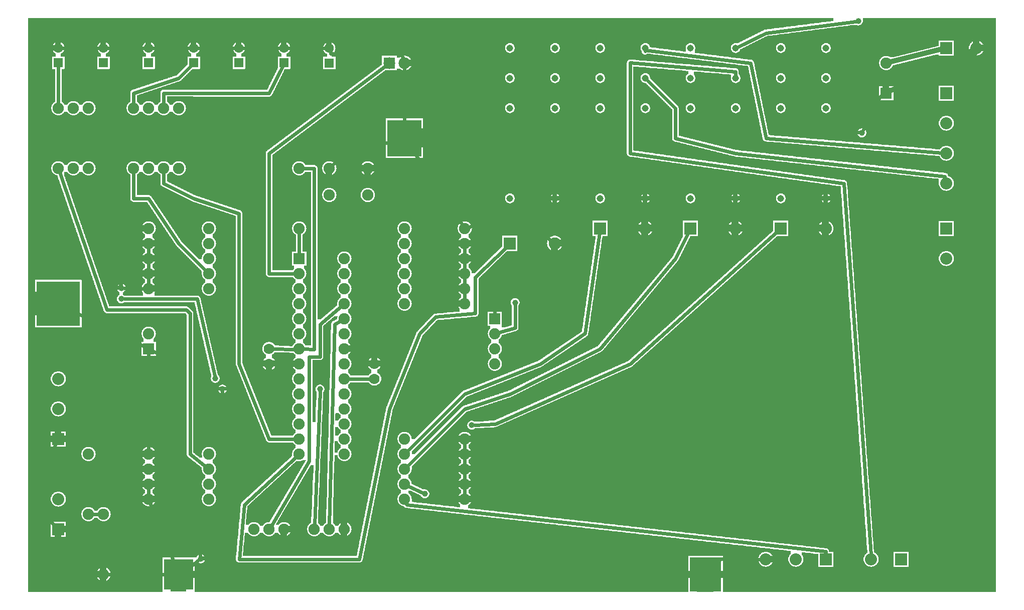
<source format=gtl>
G04 MADE WITH FRITZING*
G04 WWW.FRITZING.ORG*
G04 DOUBLE SIDED*
G04 HOLES PLATED*
G04 CONTOUR ON CENTER OF CONTOUR VECTOR*
%ASAXBY*%
%FSLAX23Y23*%
%MOIN*%
%OFA0B0*%
%SFA1.0B1.0*%
%ADD10C,0.075000*%
%ADD11C,0.039370*%
%ADD12C,0.070000*%
%ADD13C,0.078000*%
%ADD14C,0.062992*%
%ADD15C,0.045000*%
%ADD16C,0.080000*%
%ADD17C,0.073999*%
%ADD18C,0.082000*%
%ADD19R,0.075000X0.075000*%
%ADD20R,0.287052X0.297244*%
%ADD21R,0.078000X0.078000*%
%ADD22R,0.226321X0.242047*%
%ADD23R,0.209407X0.227279*%
%ADD24R,0.194488X0.204681*%
%ADD25R,0.062992X0.062992*%
%ADD26R,0.080000X0.080000*%
%ADD27R,0.080000X0.079986*%
%ADD28R,0.079986X0.080000*%
%ADD29R,0.074001X0.074001*%
%ADD30R,0.082000X0.082000*%
%ADD31C,0.024000*%
%ADD32C,0.032000*%
%ADD33C,0.048000*%
%LNCOPPER1*%
G90*
G70*
G54D10*
X1995Y1511D03*
X1729Y755D03*
X124Y3787D03*
G54D11*
X5556Y3837D03*
X2988Y1149D03*
X2676Y693D03*
X660Y1989D03*
X1284Y1461D03*
X1980Y1389D03*
X3276Y1965D03*
X1188Y261D03*
X5580Y3093D03*
X660Y2061D03*
X1332Y1389D03*
G54D10*
X1542Y457D03*
X1642Y457D03*
X1742Y457D03*
X1942Y457D03*
X2042Y457D03*
X2142Y457D03*
X2298Y2680D03*
X2042Y2680D03*
X2298Y2857D03*
X2042Y2857D03*
G54D12*
X2342Y1557D03*
X2342Y1457D03*
X1642Y1557D03*
X1642Y1658D03*
G54D10*
X842Y1657D03*
X842Y1757D03*
X5742Y3357D03*
X5742Y3557D03*
X1842Y2457D03*
X1842Y2857D03*
G54D13*
X2442Y3557D03*
X2542Y3557D03*
G54D14*
X842Y3559D03*
X842Y3657D03*
X1442Y3559D03*
X1442Y3657D03*
X1142Y3559D03*
X1142Y3657D03*
X2042Y3557D03*
X2042Y3656D03*
X542Y3559D03*
X542Y3657D03*
X242Y3559D03*
X242Y3657D03*
X1742Y3559D03*
X1742Y3657D03*
G54D10*
X1042Y3257D03*
X1042Y2857D03*
X442Y957D03*
X442Y557D03*
X542Y557D03*
X542Y157D03*
X942Y3257D03*
X942Y2857D03*
X842Y3257D03*
X842Y2857D03*
X742Y3257D03*
X742Y2857D03*
X442Y3257D03*
X442Y2857D03*
X342Y3257D03*
X342Y2857D03*
X242Y3257D03*
X242Y2857D03*
X1842Y2257D03*
X2142Y2257D03*
X1842Y2157D03*
X2142Y2157D03*
X1842Y2057D03*
X2142Y2057D03*
X1842Y1957D03*
X2142Y1957D03*
X1842Y1857D03*
X2142Y1857D03*
X1842Y1757D03*
X2142Y1757D03*
X1842Y1657D03*
X2142Y1657D03*
X1842Y1557D03*
X2142Y1557D03*
X1842Y1457D03*
X2142Y1457D03*
X1842Y1357D03*
X2142Y1357D03*
X1842Y1257D03*
X2142Y1257D03*
X1842Y1157D03*
X2142Y1157D03*
X1842Y1057D03*
X2142Y1057D03*
X1842Y957D03*
X2142Y957D03*
G54D15*
X3542Y3257D03*
X3242Y3657D03*
X3242Y3457D03*
X3242Y3257D03*
X3242Y2657D03*
X3542Y2657D03*
X3542Y3457D03*
X3542Y3657D03*
X4142Y3257D03*
X3842Y3657D03*
X3842Y3457D03*
X3842Y3257D03*
X3842Y2657D03*
X4142Y2657D03*
X4142Y3457D03*
X4142Y3657D03*
X4742Y3257D03*
X4442Y3657D03*
X4442Y3457D03*
X4442Y3257D03*
X4442Y2657D03*
X4742Y2657D03*
X4742Y3457D03*
X4742Y3657D03*
X5342Y3257D03*
X5042Y3657D03*
X5042Y3457D03*
X5042Y3257D03*
X5042Y2657D03*
X5342Y2657D03*
X5342Y3457D03*
X5342Y3657D03*
G54D10*
X842Y2157D03*
X1242Y2157D03*
X842Y2257D03*
X1242Y2257D03*
X2542Y2457D03*
X2942Y2457D03*
X2542Y1957D03*
X2942Y1957D03*
X2542Y1057D03*
X2942Y1057D03*
X842Y657D03*
X1242Y657D03*
X842Y857D03*
X1242Y857D03*
X842Y957D03*
X1242Y957D03*
X842Y757D03*
X1242Y757D03*
X842Y2357D03*
X1242Y2357D03*
X842Y2057D03*
X1242Y2057D03*
X842Y2457D03*
X1242Y2457D03*
X2542Y2057D03*
X2942Y2057D03*
X2542Y2257D03*
X2942Y2257D03*
X2542Y2357D03*
X2942Y2357D03*
X2542Y2157D03*
X2942Y2157D03*
X2542Y657D03*
X2942Y657D03*
X2542Y757D03*
X2942Y757D03*
X2542Y857D03*
X2942Y857D03*
X2542Y957D03*
X2942Y957D03*
G54D16*
X242Y1257D03*
X242Y1457D03*
X242Y1057D03*
X5142Y257D03*
X4942Y257D03*
X5342Y257D03*
X6142Y3657D03*
X6342Y3657D03*
X242Y457D03*
X242Y657D03*
X5842Y257D03*
X5642Y257D03*
X6142Y2457D03*
X6142Y2257D03*
X6142Y3157D03*
X6142Y2957D03*
X6142Y2757D03*
X6142Y3357D03*
G54D17*
X3142Y1857D03*
X3142Y1757D03*
X3142Y1657D03*
X3142Y1557D03*
G54D18*
X5042Y2457D03*
X5340Y2457D03*
X4442Y2457D03*
X4740Y2457D03*
X3842Y2457D03*
X4140Y2457D03*
X3242Y2357D03*
X3540Y2357D03*
G54D19*
X842Y1657D03*
X5742Y3357D03*
G54D20*
X242Y1957D03*
G54D21*
X2442Y3557D03*
G54D22*
X2542Y3057D03*
G54D23*
X4542Y157D03*
G54D24*
X1042Y157D03*
G54D25*
X842Y3559D03*
X1442Y3559D03*
X1142Y3559D03*
X2042Y3557D03*
X542Y3559D03*
X242Y3559D03*
X1742Y3559D03*
G54D19*
X1842Y2257D03*
G54D26*
X242Y1057D03*
X5342Y257D03*
G54D27*
X6142Y3657D03*
G54D28*
X242Y457D03*
G54D27*
X5842Y257D03*
G54D28*
X6142Y2457D03*
G54D26*
X6142Y3357D03*
G54D29*
X3142Y1857D03*
G54D30*
X5041Y2457D03*
X4441Y2457D03*
X3841Y2457D03*
X3241Y2357D03*
G54D31*
X242Y3286D02*
X242Y3532D01*
D02*
X2170Y1457D02*
X2316Y1457D01*
D02*
X1642Y3357D02*
X942Y3358D01*
D02*
X1730Y3535D02*
X1642Y3357D01*
D02*
X741Y3358D02*
X1041Y3458D01*
D02*
X1041Y3458D02*
X1123Y3540D01*
D02*
X742Y3286D02*
X741Y3358D01*
D02*
X942Y3358D02*
X942Y3286D01*
D02*
X4341Y3058D02*
X4341Y3258D01*
D02*
X4341Y3258D02*
X4157Y3442D01*
D02*
X4742Y2957D02*
X4341Y3058D01*
D02*
X6132Y2805D02*
X4742Y2957D01*
D02*
X6135Y2788D02*
X6132Y2805D01*
D02*
X5340Y309D02*
X2556Y621D01*
D02*
X5341Y289D02*
X5340Y309D01*
D02*
X2556Y621D02*
X2552Y631D01*
D02*
X4041Y2957D02*
X4742Y2857D01*
D02*
X4041Y3559D02*
X4041Y2957D01*
D02*
X4740Y3501D02*
X4041Y3559D01*
D02*
X4741Y3479D02*
X4740Y3501D01*
D02*
X5460Y2757D02*
X5639Y289D01*
D02*
X4742Y2857D02*
X5460Y2757D01*
D02*
X4842Y3557D02*
X4140Y3645D01*
D02*
X4943Y3058D02*
X4842Y3557D01*
D02*
X6111Y2960D02*
X4943Y3058D01*
D02*
X2418Y3539D02*
X1642Y2957D01*
D02*
X4140Y3645D02*
X4139Y3636D01*
D02*
X4943Y3758D02*
X4761Y3667D01*
D02*
X5537Y3834D02*
X4943Y3758D01*
D02*
X1642Y2157D02*
X1813Y2157D01*
D02*
X1642Y2957D02*
X1642Y2157D01*
D02*
X1041Y2358D02*
X1221Y2178D01*
D02*
X841Y2657D02*
X1041Y2358D01*
D02*
X741Y2657D02*
X841Y2657D01*
D02*
X742Y2829D02*
X741Y2657D01*
D02*
X2042Y486D02*
X2076Y1821D01*
X2076Y1821D02*
X2117Y1844D01*
D02*
X1142Y2657D02*
X1442Y2557D01*
D02*
X942Y2757D02*
X1142Y2657D01*
D02*
X942Y2829D02*
X942Y2757D01*
D02*
X3837Y2426D02*
X3740Y1759D01*
D02*
X1642Y1057D02*
X1813Y1057D01*
D02*
X1442Y1558D02*
X1642Y1057D01*
D02*
X1442Y2557D02*
X1442Y1558D01*
D02*
X2942Y1358D02*
X2562Y978D01*
D02*
X3443Y1558D02*
X2942Y1358D01*
D02*
X3740Y1759D02*
X3443Y1558D01*
D02*
X564Y1917D02*
X900Y1917D01*
D02*
X251Y2830D02*
X564Y1917D01*
D02*
X1116Y957D02*
X1219Y875D01*
D02*
X1116Y1893D02*
X1116Y957D01*
D02*
X1092Y1917D02*
X1116Y1893D01*
D02*
X900Y1917D02*
X1092Y1917D01*
D02*
X1656Y482D02*
X1908Y909D01*
D02*
X1980Y1821D02*
X2120Y1939D01*
D02*
X1980Y1605D02*
X1980Y1821D01*
D02*
X1908Y1605D02*
X1980Y1605D01*
D02*
X1908Y909D02*
X1908Y1605D01*
D02*
X4427Y2429D02*
X4341Y2256D01*
D02*
X513Y557D02*
X470Y557D01*
D02*
X3840Y1658D02*
X3243Y1358D01*
D02*
X4341Y2256D02*
X3840Y1658D01*
D02*
X2942Y1258D02*
X2562Y878D01*
D02*
X3243Y1358D02*
X2942Y1258D01*
D02*
X4041Y1557D02*
X3143Y1158D01*
D02*
X3143Y1158D02*
X3007Y1150D01*
D02*
X5018Y2436D02*
X4041Y1557D01*
D02*
X3219Y2335D02*
X3012Y2133D01*
D02*
X2659Y701D02*
X2567Y745D01*
D02*
X2441Y1258D02*
X2242Y258D01*
D02*
X2642Y1757D02*
X2441Y1258D01*
D02*
X2748Y1869D02*
X2642Y1757D01*
D02*
X3012Y1893D02*
X2748Y1869D01*
D02*
X3012Y2133D02*
X3012Y1893D01*
D02*
X1476Y621D02*
X1821Y938D01*
D02*
X1443Y258D02*
X1476Y621D01*
D02*
X2242Y258D02*
X1443Y258D01*
D02*
X1812Y1653D02*
X1813Y1653D01*
D02*
X1668Y1657D02*
X1812Y1653D01*
D02*
X1164Y1989D02*
X1280Y1479D01*
D02*
X679Y1989D02*
X1164Y1989D01*
D02*
X1943Y486D02*
X1979Y1370D01*
D02*
X3172Y1766D02*
X3276Y1797D01*
D02*
X842Y686D02*
X842Y729D01*
D02*
X1003Y254D02*
X852Y631D01*
D02*
X3276Y1797D02*
X3276Y1946D01*
D02*
X4644Y261D02*
X4641Y258D01*
D02*
X4911Y258D02*
X4644Y261D01*
D02*
X570Y157D02*
X950Y157D01*
D02*
X140Y857D02*
X140Y557D01*
D02*
X228Y1030D02*
X140Y857D01*
D02*
X140Y557D02*
X219Y479D01*
D02*
X1172Y250D02*
X1133Y222D01*
D02*
X5700Y3333D02*
X5717Y3343D01*
D02*
X5588Y3110D02*
X5700Y3333D01*
D02*
X3324Y2541D02*
X3515Y2378D01*
D02*
X3180Y2541D02*
X3324Y2541D01*
D02*
X2969Y2467D02*
X3180Y2541D01*
D02*
X2942Y2286D02*
X2942Y2329D01*
D02*
X2942Y2186D02*
X2942Y2229D01*
D02*
X2942Y2086D02*
X2942Y2129D01*
D02*
X2942Y1986D02*
X2942Y2029D01*
D02*
X3341Y2156D02*
X3324Y2493D01*
D02*
X3141Y2058D02*
X3341Y2156D01*
D02*
X3142Y1889D02*
X3141Y2058D01*
D02*
X3324Y2493D02*
X3324Y2541D01*
D02*
X2619Y2942D02*
X2926Y2481D01*
D02*
X2141Y2957D02*
X2434Y3031D01*
D02*
X2062Y2878D02*
X2141Y2957D01*
D02*
X2052Y3621D02*
X2508Y3621D01*
D02*
X2049Y3630D02*
X2052Y3621D01*
D02*
X2532Y3597D02*
X2534Y3587D01*
D02*
X2508Y3621D02*
X2532Y3597D01*
D02*
X2942Y986D02*
X2942Y1029D01*
D02*
X2942Y886D02*
X2942Y929D01*
D02*
X2942Y786D02*
X2942Y829D01*
D02*
X2942Y686D02*
X2942Y729D01*
D02*
X841Y1458D02*
X842Y986D01*
D02*
X842Y1629D02*
X841Y1458D01*
D02*
X813Y2058D02*
X679Y2060D01*
D02*
X842Y2129D02*
X842Y2086D01*
D02*
X842Y2229D02*
X842Y2186D01*
D02*
X842Y2329D02*
X842Y2286D01*
D02*
X1331Y1370D02*
X1308Y597D01*
D02*
X1041Y1557D02*
X867Y1645D01*
D02*
X1068Y645D02*
X1041Y1557D01*
D02*
X1140Y597D02*
X1068Y645D01*
D02*
X1308Y597D02*
X1140Y597D01*
D02*
X380Y1888D02*
X816Y1670D01*
G54D32*
D02*
X6309Y3641D02*
X5772Y3373D01*
G54D31*
D02*
X1942Y2856D02*
X1870Y2857D01*
D02*
X1942Y1655D02*
X1942Y2856D01*
D02*
X1870Y1657D02*
X1942Y1655D01*
D02*
X1842Y2286D02*
X1842Y2429D01*
G54D32*
D02*
X6106Y3649D02*
X5775Y3566D01*
G54D31*
D02*
X2015Y3656D02*
X1769Y3657D01*
D02*
X1715Y3657D02*
X1469Y3657D01*
D02*
X1415Y3657D02*
X1169Y3657D01*
D02*
X1115Y3657D02*
X869Y3657D01*
D02*
X815Y3657D02*
X569Y3657D01*
D02*
X515Y3657D02*
X269Y3657D01*
D02*
X2542Y3173D02*
X2542Y3527D01*
G54D33*
D02*
X1133Y157D02*
X4443Y157D01*
D02*
X6242Y3458D02*
X6323Y3620D01*
D02*
X6240Y161D02*
X6242Y3458D01*
D02*
X4641Y158D02*
X6240Y161D01*
G36*
X2076Y1875D02*
X2076Y1873D01*
X2074Y1873D01*
X2074Y1871D01*
X2072Y1871D01*
X2072Y1869D01*
X2070Y1869D01*
X2070Y1867D01*
X2068Y1867D01*
X2068Y1865D01*
X2064Y1865D01*
X2064Y1863D01*
X2062Y1863D01*
X2062Y1861D01*
X2060Y1861D01*
X2060Y1859D01*
X2058Y1859D01*
X2058Y1857D01*
X2056Y1857D01*
X2056Y1855D01*
X2054Y1855D01*
X2054Y1853D01*
X2050Y1853D01*
X2050Y1851D01*
X2048Y1851D01*
X2048Y1849D01*
X2046Y1849D01*
X2046Y1847D01*
X2044Y1847D01*
X2044Y1845D01*
X2042Y1845D01*
X2042Y1843D01*
X2038Y1843D01*
X2038Y1841D01*
X2036Y1841D01*
X2036Y1839D01*
X2034Y1839D01*
X2034Y1837D01*
X2032Y1837D01*
X2032Y1835D01*
X2030Y1835D01*
X2030Y1833D01*
X2028Y1833D01*
X2028Y1831D01*
X2024Y1831D01*
X2024Y1829D01*
X2022Y1829D01*
X2022Y1827D01*
X2020Y1827D01*
X2020Y1825D01*
X2018Y1825D01*
X2018Y1823D01*
X2016Y1823D01*
X2016Y1821D01*
X2012Y1821D01*
X2012Y1819D01*
X2010Y1819D01*
X2010Y1817D01*
X2008Y1817D01*
X2008Y1815D01*
X2006Y1815D01*
X2006Y1813D01*
X2004Y1813D01*
X2004Y1811D01*
X2002Y1811D01*
X2002Y1599D01*
X2000Y1599D01*
X2000Y1595D01*
X1998Y1595D01*
X1998Y1591D01*
X1996Y1591D01*
X1996Y1589D01*
X1994Y1589D01*
X1994Y1587D01*
X1990Y1587D01*
X1990Y1585D01*
X1986Y1585D01*
X1986Y1583D01*
X1930Y1583D01*
X1930Y1419D01*
X1986Y1419D01*
X1986Y1417D01*
X1992Y1417D01*
X1992Y1415D01*
X1996Y1415D01*
X1996Y1413D01*
X1998Y1413D01*
X1998Y1411D01*
X2000Y1411D01*
X2000Y1409D01*
X2002Y1409D01*
X2002Y1407D01*
X2004Y1407D01*
X2004Y1405D01*
X2006Y1405D01*
X2006Y1401D01*
X2008Y1401D01*
X2008Y1395D01*
X2010Y1395D01*
X2010Y1383D01*
X2008Y1383D01*
X2008Y1377D01*
X2006Y1377D01*
X2006Y1373D01*
X2004Y1373D01*
X2004Y1371D01*
X2002Y1371D01*
X2002Y1365D01*
X2000Y1365D01*
X2000Y1315D01*
X1998Y1315D01*
X1998Y1267D01*
X1996Y1267D01*
X1996Y1219D01*
X1994Y1219D01*
X1994Y1171D01*
X1992Y1171D01*
X1992Y1121D01*
X1990Y1121D01*
X1990Y1073D01*
X1988Y1073D01*
X1988Y1025D01*
X1986Y1025D01*
X1986Y975D01*
X1984Y975D01*
X1984Y927D01*
X1982Y927D01*
X1982Y879D01*
X1980Y879D01*
X1980Y831D01*
X1978Y831D01*
X1978Y781D01*
X1976Y781D01*
X1976Y733D01*
X1974Y733D01*
X1974Y685D01*
X1972Y685D01*
X1972Y635D01*
X1970Y635D01*
X1970Y587D01*
X1968Y587D01*
X1968Y539D01*
X1966Y539D01*
X1966Y497D01*
X1970Y497D01*
X1970Y495D01*
X1972Y495D01*
X1972Y493D01*
X1974Y493D01*
X1974Y491D01*
X1976Y491D01*
X1976Y489D01*
X1978Y489D01*
X1978Y487D01*
X1980Y487D01*
X1980Y485D01*
X1982Y485D01*
X1982Y481D01*
X2002Y481D01*
X2002Y485D01*
X2004Y485D01*
X2004Y487D01*
X2006Y487D01*
X2006Y491D01*
X2008Y491D01*
X2008Y493D01*
X2012Y493D01*
X2012Y495D01*
X2014Y495D01*
X2014Y497D01*
X2016Y497D01*
X2016Y499D01*
X2020Y499D01*
X2020Y513D01*
X2022Y513D01*
X2022Y591D01*
X2024Y591D01*
X2024Y671D01*
X2026Y671D01*
X2026Y751D01*
X2028Y751D01*
X2028Y829D01*
X2030Y829D01*
X2030Y909D01*
X2032Y909D01*
X2032Y989D01*
X2034Y989D01*
X2034Y1067D01*
X2036Y1067D01*
X2036Y1147D01*
X2038Y1147D01*
X2038Y1227D01*
X2040Y1227D01*
X2040Y1305D01*
X2042Y1305D01*
X2042Y1385D01*
X2044Y1385D01*
X2044Y1465D01*
X2046Y1465D01*
X2046Y1545D01*
X2048Y1545D01*
X2048Y1623D01*
X2050Y1623D01*
X2050Y1703D01*
X2052Y1703D01*
X2052Y1783D01*
X2054Y1783D01*
X2054Y1827D01*
X2056Y1827D01*
X2056Y1831D01*
X2058Y1831D01*
X2058Y1835D01*
X2060Y1835D01*
X2060Y1837D01*
X2062Y1837D01*
X2062Y1839D01*
X2064Y1839D01*
X2064Y1841D01*
X2068Y1841D01*
X2068Y1843D01*
X2072Y1843D01*
X2072Y1845D01*
X2076Y1845D01*
X2076Y1847D01*
X2080Y1847D01*
X2080Y1849D01*
X2082Y1849D01*
X2082Y1851D01*
X2086Y1851D01*
X2086Y1853D01*
X2090Y1853D01*
X2090Y1855D01*
X2094Y1855D01*
X2094Y1867D01*
X2096Y1867D01*
X2096Y1875D01*
X2076Y1875D01*
G37*
D02*
G36*
X1930Y1419D02*
X1930Y1171D01*
X1950Y1171D01*
X1950Y1219D01*
X1952Y1219D01*
X1952Y1269D01*
X1954Y1269D01*
X1954Y1317D01*
X1956Y1317D01*
X1956Y1373D01*
X1954Y1373D01*
X1954Y1377D01*
X1952Y1377D01*
X1952Y1383D01*
X1950Y1383D01*
X1950Y1395D01*
X1952Y1395D01*
X1952Y1401D01*
X1954Y1401D01*
X1954Y1405D01*
X1956Y1405D01*
X1956Y1407D01*
X1958Y1407D01*
X1958Y1409D01*
X1960Y1409D01*
X1960Y1411D01*
X1962Y1411D01*
X1962Y1413D01*
X1964Y1413D01*
X1964Y1415D01*
X1968Y1415D01*
X1968Y1417D01*
X1974Y1417D01*
X1974Y1419D01*
X1930Y1419D01*
G37*
D02*
G36*
X2084Y1231D02*
X2084Y1225D01*
X2082Y1225D01*
X2082Y1181D01*
X2102Y1181D01*
X2102Y1185D01*
X2104Y1185D01*
X2104Y1187D01*
X2106Y1187D01*
X2106Y1191D01*
X2108Y1191D01*
X2108Y1193D01*
X2112Y1193D01*
X2112Y1195D01*
X2114Y1195D01*
X2114Y1197D01*
X2116Y1197D01*
X2116Y1219D01*
X2114Y1219D01*
X2114Y1221D01*
X2110Y1221D01*
X2110Y1223D01*
X2108Y1223D01*
X2108Y1225D01*
X2106Y1225D01*
X2106Y1227D01*
X2104Y1227D01*
X2104Y1231D01*
X2084Y1231D01*
G37*
D02*
G36*
X2080Y1137D02*
X2080Y1079D01*
X2100Y1079D01*
X2100Y1081D01*
X2102Y1081D01*
X2102Y1085D01*
X2104Y1085D01*
X2104Y1087D01*
X2106Y1087D01*
X2106Y1091D01*
X2108Y1091D01*
X2108Y1093D01*
X2112Y1093D01*
X2112Y1095D01*
X2114Y1095D01*
X2114Y1097D01*
X2116Y1097D01*
X2116Y1119D01*
X2114Y1119D01*
X2114Y1121D01*
X2110Y1121D01*
X2110Y1123D01*
X2108Y1123D01*
X2108Y1125D01*
X2106Y1125D01*
X2106Y1127D01*
X2104Y1127D01*
X2104Y1131D01*
X2102Y1131D01*
X2102Y1133D01*
X2100Y1133D01*
X2100Y1137D01*
X2080Y1137D01*
G37*
D02*
G36*
X2078Y1043D02*
X2078Y987D01*
X2076Y987D01*
X2076Y967D01*
X2096Y967D01*
X2096Y973D01*
X2098Y973D01*
X2098Y979D01*
X2100Y979D01*
X2100Y981D01*
X2102Y981D01*
X2102Y985D01*
X2104Y985D01*
X2104Y987D01*
X2106Y987D01*
X2106Y991D01*
X2108Y991D01*
X2108Y993D01*
X2112Y993D01*
X2112Y995D01*
X2114Y995D01*
X2114Y997D01*
X2116Y997D01*
X2116Y1019D01*
X2114Y1019D01*
X2114Y1021D01*
X2110Y1021D01*
X2110Y1023D01*
X2108Y1023D01*
X2108Y1025D01*
X2106Y1025D01*
X2106Y1027D01*
X2104Y1027D01*
X2104Y1031D01*
X2102Y1031D01*
X2102Y1033D01*
X2100Y1033D01*
X2100Y1037D01*
X2098Y1037D01*
X2098Y1043D01*
X2078Y1043D01*
G37*
D02*
G36*
X1864Y917D02*
X1864Y915D01*
X1860Y915D01*
X1860Y913D01*
X1854Y913D01*
X1854Y911D01*
X1822Y911D01*
X1822Y909D01*
X1820Y909D01*
X1820Y907D01*
X1818Y907D01*
X1818Y905D01*
X1816Y905D01*
X1816Y903D01*
X1814Y903D01*
X1814Y901D01*
X1812Y901D01*
X1812Y899D01*
X1810Y899D01*
X1810Y897D01*
X1808Y897D01*
X1808Y895D01*
X1804Y895D01*
X1804Y893D01*
X1802Y893D01*
X1802Y891D01*
X1800Y891D01*
X1800Y889D01*
X1798Y889D01*
X1798Y887D01*
X1796Y887D01*
X1796Y885D01*
X1794Y885D01*
X1794Y883D01*
X1792Y883D01*
X1792Y881D01*
X1790Y881D01*
X1790Y879D01*
X1788Y879D01*
X1788Y877D01*
X1786Y877D01*
X1786Y875D01*
X1784Y875D01*
X1784Y873D01*
X1782Y873D01*
X1782Y871D01*
X1778Y871D01*
X1778Y869D01*
X1776Y869D01*
X1776Y867D01*
X1774Y867D01*
X1774Y865D01*
X1772Y865D01*
X1772Y863D01*
X1770Y863D01*
X1770Y861D01*
X1768Y861D01*
X1768Y859D01*
X1766Y859D01*
X1766Y857D01*
X1764Y857D01*
X1764Y855D01*
X1762Y855D01*
X1762Y853D01*
X1760Y853D01*
X1760Y851D01*
X1758Y851D01*
X1758Y849D01*
X1754Y849D01*
X1754Y847D01*
X1752Y847D01*
X1752Y845D01*
X1750Y845D01*
X1750Y843D01*
X1748Y843D01*
X1748Y841D01*
X1746Y841D01*
X1746Y839D01*
X1744Y839D01*
X1744Y837D01*
X1742Y837D01*
X1742Y835D01*
X1740Y835D01*
X1740Y833D01*
X1738Y833D01*
X1738Y831D01*
X1736Y831D01*
X1736Y829D01*
X1734Y829D01*
X1734Y827D01*
X1732Y827D01*
X1732Y825D01*
X1728Y825D01*
X1728Y823D01*
X1726Y823D01*
X1726Y821D01*
X1724Y821D01*
X1724Y819D01*
X1722Y819D01*
X1722Y817D01*
X1720Y817D01*
X1720Y815D01*
X1718Y815D01*
X1718Y813D01*
X1716Y813D01*
X1716Y811D01*
X1714Y811D01*
X1714Y809D01*
X1712Y809D01*
X1712Y807D01*
X1710Y807D01*
X1710Y805D01*
X1708Y805D01*
X1708Y803D01*
X1706Y803D01*
X1706Y801D01*
X1702Y801D01*
X1702Y799D01*
X1700Y799D01*
X1700Y797D01*
X1698Y797D01*
X1698Y795D01*
X1696Y795D01*
X1696Y793D01*
X1694Y793D01*
X1694Y791D01*
X1692Y791D01*
X1692Y789D01*
X1690Y789D01*
X1690Y787D01*
X1688Y787D01*
X1688Y785D01*
X1686Y785D01*
X1686Y783D01*
X1684Y783D01*
X1684Y781D01*
X1682Y781D01*
X1682Y779D01*
X1678Y779D01*
X1678Y777D01*
X1676Y777D01*
X1676Y775D01*
X1674Y775D01*
X1674Y773D01*
X1672Y773D01*
X1672Y771D01*
X1670Y771D01*
X1670Y769D01*
X1668Y769D01*
X1668Y767D01*
X1666Y767D01*
X1666Y765D01*
X1664Y765D01*
X1664Y763D01*
X1662Y763D01*
X1662Y761D01*
X1660Y761D01*
X1660Y759D01*
X1658Y759D01*
X1658Y757D01*
X1656Y757D01*
X1656Y755D01*
X1652Y755D01*
X1652Y753D01*
X1650Y753D01*
X1650Y751D01*
X1648Y751D01*
X1648Y749D01*
X1646Y749D01*
X1646Y747D01*
X1644Y747D01*
X1644Y745D01*
X1642Y745D01*
X1642Y743D01*
X1640Y743D01*
X1640Y741D01*
X1638Y741D01*
X1638Y739D01*
X1636Y739D01*
X1636Y737D01*
X1634Y737D01*
X1634Y735D01*
X1632Y735D01*
X1632Y733D01*
X1630Y733D01*
X1630Y731D01*
X1626Y731D01*
X1626Y729D01*
X1624Y729D01*
X1624Y727D01*
X1622Y727D01*
X1622Y725D01*
X1620Y725D01*
X1620Y723D01*
X1618Y723D01*
X1618Y721D01*
X1616Y721D01*
X1616Y719D01*
X1614Y719D01*
X1614Y717D01*
X1612Y717D01*
X1612Y715D01*
X1610Y715D01*
X1610Y713D01*
X1608Y713D01*
X1608Y711D01*
X1606Y711D01*
X1606Y709D01*
X1602Y709D01*
X1602Y707D01*
X1600Y707D01*
X1600Y705D01*
X1598Y705D01*
X1598Y703D01*
X1596Y703D01*
X1596Y701D01*
X1594Y701D01*
X1594Y699D01*
X1592Y699D01*
X1592Y697D01*
X1590Y697D01*
X1590Y695D01*
X1588Y695D01*
X1588Y693D01*
X1586Y693D01*
X1586Y691D01*
X1584Y691D01*
X1584Y689D01*
X1582Y689D01*
X1582Y687D01*
X1580Y687D01*
X1580Y685D01*
X1576Y685D01*
X1576Y683D01*
X1574Y683D01*
X1574Y681D01*
X1572Y681D01*
X1572Y679D01*
X1570Y679D01*
X1570Y677D01*
X1568Y677D01*
X1568Y675D01*
X1566Y675D01*
X1566Y673D01*
X1564Y673D01*
X1564Y671D01*
X1562Y671D01*
X1562Y669D01*
X1560Y669D01*
X1560Y667D01*
X1558Y667D01*
X1558Y665D01*
X1556Y665D01*
X1556Y663D01*
X1552Y663D01*
X1552Y661D01*
X1550Y661D01*
X1550Y659D01*
X1548Y659D01*
X1548Y657D01*
X1546Y657D01*
X1546Y655D01*
X1544Y655D01*
X1544Y653D01*
X1542Y653D01*
X1542Y651D01*
X1540Y651D01*
X1540Y649D01*
X1538Y649D01*
X1538Y647D01*
X1536Y647D01*
X1536Y645D01*
X1534Y645D01*
X1534Y643D01*
X1532Y643D01*
X1532Y641D01*
X1530Y641D01*
X1530Y639D01*
X1526Y639D01*
X1526Y637D01*
X1524Y637D01*
X1524Y635D01*
X1522Y635D01*
X1522Y633D01*
X1520Y633D01*
X1520Y631D01*
X1518Y631D01*
X1518Y629D01*
X1516Y629D01*
X1516Y627D01*
X1514Y627D01*
X1514Y625D01*
X1512Y625D01*
X1512Y623D01*
X1510Y623D01*
X1510Y621D01*
X1508Y621D01*
X1508Y619D01*
X1506Y619D01*
X1506Y617D01*
X1504Y617D01*
X1504Y615D01*
X1500Y615D01*
X1500Y613D01*
X1498Y613D01*
X1498Y609D01*
X1496Y609D01*
X1496Y587D01*
X1494Y587D01*
X1494Y565D01*
X1492Y565D01*
X1492Y543D01*
X1490Y543D01*
X1490Y523D01*
X1488Y523D01*
X1488Y505D01*
X1552Y505D01*
X1552Y503D01*
X1558Y503D01*
X1558Y501D01*
X1562Y501D01*
X1562Y499D01*
X1566Y499D01*
X1566Y497D01*
X1570Y497D01*
X1570Y495D01*
X1572Y495D01*
X1572Y493D01*
X1574Y493D01*
X1574Y491D01*
X1576Y491D01*
X1576Y489D01*
X1578Y489D01*
X1578Y487D01*
X1580Y487D01*
X1580Y485D01*
X1582Y485D01*
X1582Y481D01*
X1602Y481D01*
X1602Y485D01*
X1604Y485D01*
X1604Y487D01*
X1606Y487D01*
X1606Y491D01*
X1608Y491D01*
X1608Y493D01*
X1612Y493D01*
X1612Y495D01*
X1614Y495D01*
X1614Y497D01*
X1616Y497D01*
X1616Y499D01*
X1620Y499D01*
X1620Y501D01*
X1624Y501D01*
X1624Y503D01*
X1632Y503D01*
X1632Y505D01*
X1644Y505D01*
X1644Y507D01*
X1646Y507D01*
X1646Y511D01*
X1648Y511D01*
X1648Y513D01*
X1650Y513D01*
X1650Y517D01*
X1652Y517D01*
X1652Y521D01*
X1654Y521D01*
X1654Y523D01*
X1656Y523D01*
X1656Y527D01*
X1658Y527D01*
X1658Y531D01*
X1660Y531D01*
X1660Y533D01*
X1662Y533D01*
X1662Y537D01*
X1664Y537D01*
X1664Y541D01*
X1666Y541D01*
X1666Y543D01*
X1668Y543D01*
X1668Y547D01*
X1670Y547D01*
X1670Y551D01*
X1672Y551D01*
X1672Y555D01*
X1674Y555D01*
X1674Y557D01*
X1676Y557D01*
X1676Y561D01*
X1678Y561D01*
X1678Y565D01*
X1680Y565D01*
X1680Y567D01*
X1682Y567D01*
X1682Y571D01*
X1684Y571D01*
X1684Y575D01*
X1686Y575D01*
X1686Y577D01*
X1688Y577D01*
X1688Y581D01*
X1690Y581D01*
X1690Y585D01*
X1692Y585D01*
X1692Y589D01*
X1694Y589D01*
X1694Y591D01*
X1696Y591D01*
X1696Y595D01*
X1698Y595D01*
X1698Y599D01*
X1700Y599D01*
X1700Y601D01*
X1702Y601D01*
X1702Y605D01*
X1704Y605D01*
X1704Y609D01*
X1706Y609D01*
X1706Y611D01*
X1708Y611D01*
X1708Y615D01*
X1710Y615D01*
X1710Y619D01*
X1712Y619D01*
X1712Y621D01*
X1714Y621D01*
X1714Y625D01*
X1716Y625D01*
X1716Y629D01*
X1718Y629D01*
X1718Y633D01*
X1720Y633D01*
X1720Y635D01*
X1722Y635D01*
X1722Y639D01*
X1724Y639D01*
X1724Y643D01*
X1726Y643D01*
X1726Y645D01*
X1728Y645D01*
X1728Y649D01*
X1730Y649D01*
X1730Y653D01*
X1732Y653D01*
X1732Y655D01*
X1734Y655D01*
X1734Y659D01*
X1736Y659D01*
X1736Y663D01*
X1738Y663D01*
X1738Y665D01*
X1740Y665D01*
X1740Y669D01*
X1742Y669D01*
X1742Y673D01*
X1744Y673D01*
X1744Y677D01*
X1746Y677D01*
X1746Y679D01*
X1748Y679D01*
X1748Y683D01*
X1750Y683D01*
X1750Y687D01*
X1752Y687D01*
X1752Y689D01*
X1754Y689D01*
X1754Y693D01*
X1756Y693D01*
X1756Y697D01*
X1758Y697D01*
X1758Y699D01*
X1760Y699D01*
X1760Y703D01*
X1762Y703D01*
X1762Y707D01*
X1764Y707D01*
X1764Y711D01*
X1766Y711D01*
X1766Y713D01*
X1768Y713D01*
X1768Y717D01*
X1770Y717D01*
X1770Y721D01*
X1772Y721D01*
X1772Y723D01*
X1774Y723D01*
X1774Y727D01*
X1776Y727D01*
X1776Y731D01*
X1778Y731D01*
X1778Y733D01*
X1780Y733D01*
X1780Y737D01*
X1782Y737D01*
X1782Y741D01*
X1784Y741D01*
X1784Y743D01*
X1786Y743D01*
X1786Y747D01*
X1788Y747D01*
X1788Y751D01*
X1790Y751D01*
X1790Y755D01*
X1792Y755D01*
X1792Y757D01*
X1794Y757D01*
X1794Y761D01*
X1796Y761D01*
X1796Y765D01*
X1798Y765D01*
X1798Y767D01*
X1800Y767D01*
X1800Y771D01*
X1802Y771D01*
X1802Y775D01*
X1804Y775D01*
X1804Y777D01*
X1806Y777D01*
X1806Y781D01*
X1808Y781D01*
X1808Y785D01*
X1810Y785D01*
X1810Y787D01*
X1812Y787D01*
X1812Y791D01*
X1814Y791D01*
X1814Y795D01*
X1816Y795D01*
X1816Y799D01*
X1818Y799D01*
X1818Y801D01*
X1820Y801D01*
X1820Y805D01*
X1822Y805D01*
X1822Y809D01*
X1824Y809D01*
X1824Y811D01*
X1826Y811D01*
X1826Y815D01*
X1828Y815D01*
X1828Y819D01*
X1830Y819D01*
X1830Y821D01*
X1832Y821D01*
X1832Y825D01*
X1834Y825D01*
X1834Y829D01*
X1836Y829D01*
X1836Y833D01*
X1838Y833D01*
X1838Y835D01*
X1840Y835D01*
X1840Y839D01*
X1842Y839D01*
X1842Y843D01*
X1844Y843D01*
X1844Y845D01*
X1846Y845D01*
X1846Y849D01*
X1848Y849D01*
X1848Y853D01*
X1850Y853D01*
X1850Y855D01*
X1852Y855D01*
X1852Y859D01*
X1854Y859D01*
X1854Y863D01*
X1856Y863D01*
X1856Y865D01*
X1858Y865D01*
X1858Y869D01*
X1860Y869D01*
X1860Y873D01*
X1862Y873D01*
X1862Y877D01*
X1864Y877D01*
X1864Y879D01*
X1866Y879D01*
X1866Y883D01*
X1868Y883D01*
X1868Y887D01*
X1870Y887D01*
X1870Y889D01*
X1872Y889D01*
X1872Y893D01*
X1874Y893D01*
X1874Y897D01*
X1876Y897D01*
X1876Y899D01*
X1878Y899D01*
X1878Y903D01*
X1880Y903D01*
X1880Y907D01*
X1882Y907D01*
X1882Y909D01*
X1884Y909D01*
X1884Y913D01*
X1886Y913D01*
X1886Y917D01*
X1864Y917D01*
G37*
D02*
G36*
X1488Y505D02*
X1488Y501D01*
X1486Y501D01*
X1486Y487D01*
X1506Y487D01*
X1506Y491D01*
X1508Y491D01*
X1508Y493D01*
X1512Y493D01*
X1512Y495D01*
X1514Y495D01*
X1514Y497D01*
X1516Y497D01*
X1516Y499D01*
X1520Y499D01*
X1520Y501D01*
X1524Y501D01*
X1524Y503D01*
X1532Y503D01*
X1532Y505D01*
X1488Y505D01*
G37*
D02*
G36*
X40Y3857D02*
X40Y3699D01*
X1752Y3699D01*
X1752Y3697D01*
X2052Y3697D01*
X2052Y3695D01*
X2058Y3695D01*
X2058Y3693D01*
X2062Y3693D01*
X2062Y3691D01*
X4444Y3691D01*
X4444Y3689D01*
X4454Y3689D01*
X4454Y3687D01*
X4458Y3687D01*
X4458Y3685D01*
X4460Y3685D01*
X4460Y3683D01*
X4464Y3683D01*
X4464Y3681D01*
X4466Y3681D01*
X4466Y3677D01*
X4468Y3677D01*
X4468Y3675D01*
X4470Y3675D01*
X4470Y3671D01*
X4472Y3671D01*
X4472Y3665D01*
X4474Y3665D01*
X4474Y3649D01*
X4472Y3649D01*
X4472Y3645D01*
X4470Y3645D01*
X4470Y3625D01*
X4736Y3625D01*
X4736Y3627D01*
X4728Y3627D01*
X4728Y3629D01*
X4726Y3629D01*
X4726Y3631D01*
X4722Y3631D01*
X4722Y3633D01*
X4720Y3633D01*
X4720Y3635D01*
X4718Y3635D01*
X4718Y3637D01*
X4716Y3637D01*
X4716Y3639D01*
X4714Y3639D01*
X4714Y3643D01*
X4712Y3643D01*
X4712Y3647D01*
X4710Y3647D01*
X4710Y3669D01*
X4712Y3669D01*
X4712Y3673D01*
X4714Y3673D01*
X4714Y3677D01*
X4716Y3677D01*
X4716Y3679D01*
X4718Y3679D01*
X4718Y3681D01*
X4720Y3681D01*
X4720Y3683D01*
X4722Y3683D01*
X4722Y3685D01*
X4726Y3685D01*
X4726Y3687D01*
X4730Y3687D01*
X4730Y3689D01*
X4740Y3689D01*
X4740Y3691D01*
X4760Y3691D01*
X4760Y3693D01*
X4764Y3693D01*
X4764Y3695D01*
X4768Y3695D01*
X4768Y3697D01*
X4772Y3697D01*
X4772Y3699D01*
X4776Y3699D01*
X4776Y3701D01*
X4780Y3701D01*
X4780Y3703D01*
X4784Y3703D01*
X4784Y3705D01*
X4788Y3705D01*
X4788Y3707D01*
X4792Y3707D01*
X4792Y3709D01*
X4796Y3709D01*
X4796Y3711D01*
X4800Y3711D01*
X4800Y3713D01*
X4804Y3713D01*
X4804Y3715D01*
X4808Y3715D01*
X4808Y3717D01*
X4812Y3717D01*
X4812Y3719D01*
X4816Y3719D01*
X4816Y3721D01*
X4820Y3721D01*
X4820Y3723D01*
X4824Y3723D01*
X4824Y3725D01*
X4828Y3725D01*
X4828Y3727D01*
X4832Y3727D01*
X4832Y3729D01*
X4836Y3729D01*
X4836Y3731D01*
X4840Y3731D01*
X4840Y3733D01*
X4844Y3733D01*
X4844Y3735D01*
X4848Y3735D01*
X4848Y3737D01*
X4852Y3737D01*
X4852Y3739D01*
X4856Y3739D01*
X4856Y3741D01*
X4860Y3741D01*
X4860Y3743D01*
X4864Y3743D01*
X4864Y3745D01*
X4868Y3745D01*
X4868Y3747D01*
X4872Y3747D01*
X4872Y3749D01*
X4876Y3749D01*
X4876Y3751D01*
X4880Y3751D01*
X4880Y3753D01*
X4884Y3753D01*
X4884Y3755D01*
X4888Y3755D01*
X4888Y3757D01*
X4892Y3757D01*
X4892Y3759D01*
X4896Y3759D01*
X4896Y3761D01*
X4900Y3761D01*
X4900Y3763D01*
X4904Y3763D01*
X4904Y3765D01*
X4908Y3765D01*
X4908Y3767D01*
X4912Y3767D01*
X4912Y3769D01*
X4916Y3769D01*
X4916Y3771D01*
X4920Y3771D01*
X4920Y3773D01*
X4924Y3773D01*
X4924Y3775D01*
X4928Y3775D01*
X4928Y3777D01*
X4932Y3777D01*
X4932Y3779D01*
X4938Y3779D01*
X4938Y3781D01*
X4952Y3781D01*
X4952Y3783D01*
X4966Y3783D01*
X4966Y3785D01*
X4982Y3785D01*
X4982Y3787D01*
X4998Y3787D01*
X4998Y3789D01*
X5014Y3789D01*
X5014Y3791D01*
X5030Y3791D01*
X5030Y3793D01*
X5046Y3793D01*
X5046Y3795D01*
X5060Y3795D01*
X5060Y3797D01*
X5076Y3797D01*
X5076Y3799D01*
X5092Y3799D01*
X5092Y3801D01*
X5108Y3801D01*
X5108Y3803D01*
X5124Y3803D01*
X5124Y3805D01*
X5140Y3805D01*
X5140Y3807D01*
X5154Y3807D01*
X5154Y3809D01*
X5170Y3809D01*
X5170Y3811D01*
X5186Y3811D01*
X5186Y3813D01*
X5202Y3813D01*
X5202Y3815D01*
X5218Y3815D01*
X5218Y3817D01*
X5234Y3817D01*
X5234Y3819D01*
X5248Y3819D01*
X5248Y3821D01*
X5264Y3821D01*
X5264Y3823D01*
X5280Y3823D01*
X5280Y3825D01*
X5296Y3825D01*
X5296Y3827D01*
X5312Y3827D01*
X5312Y3829D01*
X5328Y3829D01*
X5328Y3831D01*
X5344Y3831D01*
X5344Y3833D01*
X5358Y3833D01*
X5358Y3835D01*
X5374Y3835D01*
X5374Y3837D01*
X5390Y3837D01*
X5390Y3857D01*
X40Y3857D01*
G37*
D02*
G36*
X5586Y3857D02*
X5586Y3831D01*
X5584Y3831D01*
X5584Y3825D01*
X5582Y3825D01*
X5582Y3821D01*
X5580Y3821D01*
X5580Y3819D01*
X5578Y3819D01*
X5578Y3817D01*
X5576Y3817D01*
X5576Y3815D01*
X5574Y3815D01*
X5574Y3813D01*
X5572Y3813D01*
X5572Y3811D01*
X5568Y3811D01*
X5568Y3809D01*
X5562Y3809D01*
X5562Y3807D01*
X6472Y3807D01*
X6472Y3857D01*
X5586Y3857D01*
G37*
D02*
G36*
X5518Y3811D02*
X5518Y3809D01*
X5502Y3809D01*
X5502Y3807D01*
X5550Y3807D01*
X5550Y3809D01*
X5544Y3809D01*
X5544Y3811D01*
X5518Y3811D01*
G37*
D02*
G36*
X5486Y3807D02*
X5486Y3805D01*
X6472Y3805D01*
X6472Y3807D01*
X5486Y3807D01*
G37*
D02*
G36*
X5486Y3807D02*
X5486Y3805D01*
X6472Y3805D01*
X6472Y3807D01*
X5486Y3807D01*
G37*
D02*
G36*
X5472Y3805D02*
X5472Y3803D01*
X5456Y3803D01*
X5456Y3801D01*
X5440Y3801D01*
X5440Y3799D01*
X5424Y3799D01*
X5424Y3797D01*
X5408Y3797D01*
X5408Y3795D01*
X5392Y3795D01*
X5392Y3793D01*
X5378Y3793D01*
X5378Y3791D01*
X5362Y3791D01*
X5362Y3789D01*
X5346Y3789D01*
X5346Y3787D01*
X5330Y3787D01*
X5330Y3785D01*
X5314Y3785D01*
X5314Y3783D01*
X5298Y3783D01*
X5298Y3781D01*
X5284Y3781D01*
X5284Y3779D01*
X5268Y3779D01*
X5268Y3777D01*
X5252Y3777D01*
X5252Y3775D01*
X5236Y3775D01*
X5236Y3773D01*
X5220Y3773D01*
X5220Y3771D01*
X5204Y3771D01*
X5204Y3769D01*
X5190Y3769D01*
X5190Y3767D01*
X5174Y3767D01*
X5174Y3765D01*
X5158Y3765D01*
X5158Y3763D01*
X5142Y3763D01*
X5142Y3761D01*
X5126Y3761D01*
X5126Y3759D01*
X5110Y3759D01*
X5110Y3757D01*
X5096Y3757D01*
X5096Y3755D01*
X5080Y3755D01*
X5080Y3753D01*
X5064Y3753D01*
X5064Y3751D01*
X5048Y3751D01*
X5048Y3749D01*
X5032Y3749D01*
X5032Y3747D01*
X5016Y3747D01*
X5016Y3745D01*
X5002Y3745D01*
X5002Y3743D01*
X4986Y3743D01*
X4986Y3741D01*
X4970Y3741D01*
X4970Y3739D01*
X4954Y3739D01*
X4954Y3737D01*
X4946Y3737D01*
X4946Y3735D01*
X4942Y3735D01*
X4942Y3733D01*
X4938Y3733D01*
X4938Y3731D01*
X4934Y3731D01*
X4934Y3729D01*
X4930Y3729D01*
X4930Y3727D01*
X4926Y3727D01*
X4926Y3725D01*
X4922Y3725D01*
X4922Y3723D01*
X4918Y3723D01*
X4918Y3721D01*
X4914Y3721D01*
X4914Y3719D01*
X4910Y3719D01*
X4910Y3717D01*
X4906Y3717D01*
X4906Y3715D01*
X4902Y3715D01*
X4902Y3713D01*
X4898Y3713D01*
X4898Y3711D01*
X4894Y3711D01*
X4894Y3709D01*
X4890Y3709D01*
X4890Y3707D01*
X6354Y3707D01*
X6354Y3705D01*
X6360Y3705D01*
X6360Y3703D01*
X6364Y3703D01*
X6364Y3701D01*
X6368Y3701D01*
X6368Y3699D01*
X6370Y3699D01*
X6370Y3697D01*
X6374Y3697D01*
X6374Y3695D01*
X6376Y3695D01*
X6376Y3693D01*
X6378Y3693D01*
X6378Y3691D01*
X6380Y3691D01*
X6380Y3689D01*
X6382Y3689D01*
X6382Y3685D01*
X6384Y3685D01*
X6384Y3683D01*
X6386Y3683D01*
X6386Y3679D01*
X6388Y3679D01*
X6388Y3673D01*
X6390Y3673D01*
X6390Y3665D01*
X6392Y3665D01*
X6392Y3651D01*
X6390Y3651D01*
X6390Y3641D01*
X6388Y3641D01*
X6388Y3637D01*
X6386Y3637D01*
X6386Y3633D01*
X6384Y3633D01*
X6384Y3629D01*
X6382Y3629D01*
X6382Y3627D01*
X6380Y3627D01*
X6380Y3625D01*
X6378Y3625D01*
X6378Y3623D01*
X6376Y3623D01*
X6376Y3621D01*
X6374Y3621D01*
X6374Y3619D01*
X6372Y3619D01*
X6372Y3617D01*
X6368Y3617D01*
X6368Y3615D01*
X6366Y3615D01*
X6366Y3613D01*
X6362Y3613D01*
X6362Y3611D01*
X6356Y3611D01*
X6356Y3609D01*
X6346Y3609D01*
X6346Y3607D01*
X6472Y3607D01*
X6472Y3805D01*
X5472Y3805D01*
G37*
D02*
G36*
X4886Y3707D02*
X4886Y3705D01*
X4882Y3705D01*
X4882Y3703D01*
X4878Y3703D01*
X4878Y3701D01*
X4874Y3701D01*
X4874Y3699D01*
X4870Y3699D01*
X4870Y3697D01*
X4866Y3697D01*
X4866Y3695D01*
X4862Y3695D01*
X4862Y3693D01*
X4858Y3693D01*
X4858Y3691D01*
X5344Y3691D01*
X5344Y3689D01*
X5354Y3689D01*
X5354Y3687D01*
X5358Y3687D01*
X5358Y3685D01*
X5360Y3685D01*
X5360Y3683D01*
X5364Y3683D01*
X5364Y3681D01*
X5366Y3681D01*
X5366Y3677D01*
X5368Y3677D01*
X5368Y3675D01*
X5370Y3675D01*
X5370Y3671D01*
X5372Y3671D01*
X5372Y3665D01*
X5374Y3665D01*
X5374Y3649D01*
X5372Y3649D01*
X5372Y3645D01*
X5370Y3645D01*
X5370Y3641D01*
X5368Y3641D01*
X5368Y3637D01*
X5366Y3637D01*
X5366Y3635D01*
X5364Y3635D01*
X5364Y3633D01*
X5362Y3633D01*
X5362Y3631D01*
X5358Y3631D01*
X5358Y3629D01*
X5354Y3629D01*
X5354Y3627D01*
X5348Y3627D01*
X5348Y3625D01*
X5908Y3625D01*
X5908Y3627D01*
X5916Y3627D01*
X5916Y3629D01*
X5924Y3629D01*
X5924Y3631D01*
X5932Y3631D01*
X5932Y3633D01*
X5940Y3633D01*
X5940Y3635D01*
X5948Y3635D01*
X5948Y3637D01*
X5956Y3637D01*
X5956Y3639D01*
X5964Y3639D01*
X5964Y3641D01*
X5972Y3641D01*
X5972Y3643D01*
X5980Y3643D01*
X5980Y3645D01*
X5988Y3645D01*
X5988Y3647D01*
X5996Y3647D01*
X5996Y3649D01*
X6004Y3649D01*
X6004Y3651D01*
X6012Y3651D01*
X6012Y3653D01*
X6020Y3653D01*
X6020Y3655D01*
X6028Y3655D01*
X6028Y3657D01*
X6036Y3657D01*
X6036Y3659D01*
X6044Y3659D01*
X6044Y3661D01*
X6052Y3661D01*
X6052Y3663D01*
X6060Y3663D01*
X6060Y3665D01*
X6068Y3665D01*
X6068Y3667D01*
X6076Y3667D01*
X6076Y3669D01*
X6084Y3669D01*
X6084Y3671D01*
X6092Y3671D01*
X6092Y3707D01*
X4886Y3707D01*
G37*
D02*
G36*
X6192Y3707D02*
X6192Y3607D01*
X6338Y3607D01*
X6338Y3609D01*
X6328Y3609D01*
X6328Y3611D01*
X6322Y3611D01*
X6322Y3613D01*
X6318Y3613D01*
X6318Y3615D01*
X6314Y3615D01*
X6314Y3617D01*
X6312Y3617D01*
X6312Y3619D01*
X6310Y3619D01*
X6310Y3621D01*
X6306Y3621D01*
X6306Y3625D01*
X6304Y3625D01*
X6304Y3627D01*
X6302Y3627D01*
X6302Y3629D01*
X6300Y3629D01*
X6300Y3633D01*
X6298Y3633D01*
X6298Y3635D01*
X6296Y3635D01*
X6296Y3639D01*
X6294Y3639D01*
X6294Y3647D01*
X6292Y3647D01*
X6292Y3669D01*
X6294Y3669D01*
X6294Y3675D01*
X6296Y3675D01*
X6296Y3679D01*
X6298Y3679D01*
X6298Y3683D01*
X6300Y3683D01*
X6300Y3687D01*
X6302Y3687D01*
X6302Y3689D01*
X6304Y3689D01*
X6304Y3691D01*
X6306Y3691D01*
X6306Y3693D01*
X6308Y3693D01*
X6308Y3695D01*
X6310Y3695D01*
X6310Y3697D01*
X6312Y3697D01*
X6312Y3699D01*
X6316Y3699D01*
X6316Y3701D01*
X6318Y3701D01*
X6318Y3703D01*
X6322Y3703D01*
X6322Y3705D01*
X6330Y3705D01*
X6330Y3707D01*
X6192Y3707D01*
G37*
D02*
G36*
X40Y3699D02*
X40Y3211D01*
X230Y3211D01*
X230Y3213D01*
X224Y3213D01*
X224Y3215D01*
X220Y3215D01*
X220Y3217D01*
X216Y3217D01*
X216Y3219D01*
X214Y3219D01*
X214Y3221D01*
X210Y3221D01*
X210Y3223D01*
X208Y3223D01*
X208Y3225D01*
X206Y3225D01*
X206Y3227D01*
X204Y3227D01*
X204Y3231D01*
X202Y3231D01*
X202Y3233D01*
X200Y3233D01*
X200Y3237D01*
X198Y3237D01*
X198Y3243D01*
X196Y3243D01*
X196Y3249D01*
X194Y3249D01*
X194Y3267D01*
X196Y3267D01*
X196Y3273D01*
X198Y3273D01*
X198Y3279D01*
X200Y3279D01*
X200Y3281D01*
X202Y3281D01*
X202Y3285D01*
X204Y3285D01*
X204Y3287D01*
X206Y3287D01*
X206Y3291D01*
X208Y3291D01*
X208Y3293D01*
X212Y3293D01*
X212Y3295D01*
X214Y3295D01*
X214Y3297D01*
X216Y3297D01*
X216Y3299D01*
X220Y3299D01*
X220Y3517D01*
X200Y3517D01*
X200Y3601D01*
X224Y3601D01*
X224Y3621D01*
X222Y3621D01*
X222Y3623D01*
X218Y3623D01*
X218Y3625D01*
X216Y3625D01*
X216Y3627D01*
X212Y3627D01*
X212Y3631D01*
X210Y3631D01*
X210Y3633D01*
X208Y3633D01*
X208Y3635D01*
X206Y3635D01*
X206Y3639D01*
X204Y3639D01*
X204Y3643D01*
X202Y3643D01*
X202Y3651D01*
X200Y3651D01*
X200Y3665D01*
X202Y3665D01*
X202Y3673D01*
X204Y3673D01*
X204Y3677D01*
X206Y3677D01*
X206Y3681D01*
X208Y3681D01*
X208Y3683D01*
X210Y3683D01*
X210Y3685D01*
X212Y3685D01*
X212Y3687D01*
X214Y3687D01*
X214Y3689D01*
X216Y3689D01*
X216Y3691D01*
X218Y3691D01*
X218Y3693D01*
X222Y3693D01*
X222Y3695D01*
X226Y3695D01*
X226Y3697D01*
X232Y3697D01*
X232Y3699D01*
X40Y3699D01*
G37*
D02*
G36*
X252Y3699D02*
X252Y3697D01*
X258Y3697D01*
X258Y3695D01*
X262Y3695D01*
X262Y3693D01*
X264Y3693D01*
X264Y3691D01*
X268Y3691D01*
X268Y3689D01*
X270Y3689D01*
X270Y3687D01*
X272Y3687D01*
X272Y3685D01*
X274Y3685D01*
X274Y3683D01*
X276Y3683D01*
X276Y3679D01*
X278Y3679D01*
X278Y3675D01*
X280Y3675D01*
X280Y3671D01*
X282Y3671D01*
X282Y3659D01*
X284Y3659D01*
X284Y3657D01*
X282Y3657D01*
X282Y3645D01*
X280Y3645D01*
X280Y3639D01*
X278Y3639D01*
X278Y3637D01*
X276Y3637D01*
X276Y3633D01*
X274Y3633D01*
X274Y3631D01*
X272Y3631D01*
X272Y3629D01*
X270Y3629D01*
X270Y3627D01*
X268Y3627D01*
X268Y3625D01*
X266Y3625D01*
X266Y3623D01*
X262Y3623D01*
X262Y3621D01*
X258Y3621D01*
X258Y3601D01*
X284Y3601D01*
X284Y3519D01*
X282Y3519D01*
X282Y3517D01*
X500Y3517D01*
X500Y3601D01*
X524Y3601D01*
X524Y3621D01*
X522Y3621D01*
X522Y3623D01*
X518Y3623D01*
X518Y3625D01*
X516Y3625D01*
X516Y3627D01*
X512Y3627D01*
X512Y3631D01*
X510Y3631D01*
X510Y3633D01*
X508Y3633D01*
X508Y3635D01*
X506Y3635D01*
X506Y3639D01*
X504Y3639D01*
X504Y3643D01*
X502Y3643D01*
X502Y3651D01*
X500Y3651D01*
X500Y3665D01*
X502Y3665D01*
X502Y3673D01*
X504Y3673D01*
X504Y3677D01*
X506Y3677D01*
X506Y3681D01*
X508Y3681D01*
X508Y3683D01*
X510Y3683D01*
X510Y3685D01*
X512Y3685D01*
X512Y3687D01*
X514Y3687D01*
X514Y3689D01*
X516Y3689D01*
X516Y3691D01*
X518Y3691D01*
X518Y3693D01*
X522Y3693D01*
X522Y3695D01*
X526Y3695D01*
X526Y3697D01*
X532Y3697D01*
X532Y3699D01*
X252Y3699D01*
G37*
D02*
G36*
X552Y3699D02*
X552Y3697D01*
X558Y3697D01*
X558Y3695D01*
X562Y3695D01*
X562Y3693D01*
X564Y3693D01*
X564Y3691D01*
X568Y3691D01*
X568Y3689D01*
X570Y3689D01*
X570Y3687D01*
X572Y3687D01*
X572Y3685D01*
X574Y3685D01*
X574Y3683D01*
X576Y3683D01*
X576Y3679D01*
X578Y3679D01*
X578Y3675D01*
X580Y3675D01*
X580Y3671D01*
X582Y3671D01*
X582Y3659D01*
X584Y3659D01*
X584Y3657D01*
X582Y3657D01*
X582Y3645D01*
X580Y3645D01*
X580Y3641D01*
X578Y3641D01*
X578Y3637D01*
X576Y3637D01*
X576Y3633D01*
X574Y3633D01*
X574Y3631D01*
X572Y3631D01*
X572Y3629D01*
X570Y3629D01*
X570Y3627D01*
X568Y3627D01*
X568Y3625D01*
X566Y3625D01*
X566Y3623D01*
X562Y3623D01*
X562Y3621D01*
X558Y3621D01*
X558Y3601D01*
X584Y3601D01*
X584Y3519D01*
X582Y3519D01*
X582Y3517D01*
X800Y3517D01*
X800Y3601D01*
X824Y3601D01*
X824Y3621D01*
X822Y3621D01*
X822Y3623D01*
X818Y3623D01*
X818Y3625D01*
X816Y3625D01*
X816Y3627D01*
X812Y3627D01*
X812Y3631D01*
X810Y3631D01*
X810Y3633D01*
X808Y3633D01*
X808Y3635D01*
X806Y3635D01*
X806Y3639D01*
X804Y3639D01*
X804Y3643D01*
X802Y3643D01*
X802Y3651D01*
X800Y3651D01*
X800Y3665D01*
X802Y3665D01*
X802Y3673D01*
X804Y3673D01*
X804Y3677D01*
X806Y3677D01*
X806Y3681D01*
X808Y3681D01*
X808Y3683D01*
X810Y3683D01*
X810Y3685D01*
X812Y3685D01*
X812Y3687D01*
X814Y3687D01*
X814Y3689D01*
X816Y3689D01*
X816Y3691D01*
X818Y3691D01*
X818Y3693D01*
X822Y3693D01*
X822Y3695D01*
X826Y3695D01*
X826Y3697D01*
X832Y3697D01*
X832Y3699D01*
X552Y3699D01*
G37*
D02*
G36*
X852Y3699D02*
X852Y3697D01*
X858Y3697D01*
X858Y3695D01*
X862Y3695D01*
X862Y3693D01*
X864Y3693D01*
X864Y3691D01*
X868Y3691D01*
X868Y3689D01*
X870Y3689D01*
X870Y3687D01*
X872Y3687D01*
X872Y3685D01*
X874Y3685D01*
X874Y3683D01*
X876Y3683D01*
X876Y3679D01*
X878Y3679D01*
X878Y3675D01*
X880Y3675D01*
X880Y3671D01*
X882Y3671D01*
X882Y3659D01*
X884Y3659D01*
X884Y3657D01*
X882Y3657D01*
X882Y3645D01*
X880Y3645D01*
X880Y3641D01*
X878Y3641D01*
X878Y3637D01*
X876Y3637D01*
X876Y3633D01*
X874Y3633D01*
X874Y3631D01*
X872Y3631D01*
X872Y3629D01*
X870Y3629D01*
X870Y3627D01*
X868Y3627D01*
X868Y3625D01*
X866Y3625D01*
X866Y3623D01*
X862Y3623D01*
X862Y3621D01*
X858Y3621D01*
X858Y3601D01*
X884Y3601D01*
X884Y3519D01*
X882Y3519D01*
X882Y3517D01*
X1070Y3517D01*
X1070Y3519D01*
X1072Y3519D01*
X1072Y3521D01*
X1074Y3521D01*
X1074Y3523D01*
X1076Y3523D01*
X1076Y3525D01*
X1078Y3525D01*
X1078Y3527D01*
X1080Y3527D01*
X1080Y3529D01*
X1082Y3529D01*
X1082Y3531D01*
X1084Y3531D01*
X1084Y3533D01*
X1086Y3533D01*
X1086Y3535D01*
X1088Y3535D01*
X1088Y3537D01*
X1090Y3537D01*
X1090Y3539D01*
X1092Y3539D01*
X1092Y3541D01*
X1094Y3541D01*
X1094Y3543D01*
X1096Y3543D01*
X1096Y3545D01*
X1098Y3545D01*
X1098Y3547D01*
X1100Y3547D01*
X1100Y3601D01*
X1124Y3601D01*
X1124Y3621D01*
X1122Y3621D01*
X1122Y3623D01*
X1118Y3623D01*
X1118Y3625D01*
X1116Y3625D01*
X1116Y3627D01*
X1112Y3627D01*
X1112Y3631D01*
X1110Y3631D01*
X1110Y3633D01*
X1108Y3633D01*
X1108Y3635D01*
X1106Y3635D01*
X1106Y3639D01*
X1104Y3639D01*
X1104Y3643D01*
X1102Y3643D01*
X1102Y3651D01*
X1100Y3651D01*
X1100Y3665D01*
X1102Y3665D01*
X1102Y3673D01*
X1104Y3673D01*
X1104Y3677D01*
X1106Y3677D01*
X1106Y3681D01*
X1108Y3681D01*
X1108Y3683D01*
X1110Y3683D01*
X1110Y3685D01*
X1112Y3685D01*
X1112Y3687D01*
X1114Y3687D01*
X1114Y3689D01*
X1116Y3689D01*
X1116Y3691D01*
X1118Y3691D01*
X1118Y3693D01*
X1122Y3693D01*
X1122Y3695D01*
X1126Y3695D01*
X1126Y3697D01*
X1132Y3697D01*
X1132Y3699D01*
X852Y3699D01*
G37*
D02*
G36*
X1152Y3699D02*
X1152Y3697D01*
X1158Y3697D01*
X1158Y3695D01*
X1162Y3695D01*
X1162Y3693D01*
X1164Y3693D01*
X1164Y3691D01*
X1168Y3691D01*
X1168Y3689D01*
X1170Y3689D01*
X1170Y3687D01*
X1172Y3687D01*
X1172Y3685D01*
X1174Y3685D01*
X1174Y3683D01*
X1176Y3683D01*
X1176Y3679D01*
X1178Y3679D01*
X1178Y3675D01*
X1180Y3675D01*
X1180Y3671D01*
X1182Y3671D01*
X1182Y3659D01*
X1184Y3659D01*
X1184Y3657D01*
X1182Y3657D01*
X1182Y3645D01*
X1180Y3645D01*
X1180Y3639D01*
X1178Y3639D01*
X1178Y3637D01*
X1176Y3637D01*
X1176Y3633D01*
X1174Y3633D01*
X1174Y3631D01*
X1172Y3631D01*
X1172Y3629D01*
X1170Y3629D01*
X1170Y3627D01*
X1168Y3627D01*
X1168Y3625D01*
X1166Y3625D01*
X1166Y3623D01*
X1162Y3623D01*
X1162Y3621D01*
X1158Y3621D01*
X1158Y3601D01*
X1184Y3601D01*
X1184Y3519D01*
X1182Y3519D01*
X1182Y3517D01*
X1400Y3517D01*
X1400Y3601D01*
X1424Y3601D01*
X1424Y3621D01*
X1422Y3621D01*
X1422Y3623D01*
X1418Y3623D01*
X1418Y3625D01*
X1416Y3625D01*
X1416Y3627D01*
X1412Y3627D01*
X1412Y3631D01*
X1410Y3631D01*
X1410Y3633D01*
X1408Y3633D01*
X1408Y3635D01*
X1406Y3635D01*
X1406Y3639D01*
X1404Y3639D01*
X1404Y3643D01*
X1402Y3643D01*
X1402Y3651D01*
X1400Y3651D01*
X1400Y3665D01*
X1402Y3665D01*
X1402Y3673D01*
X1404Y3673D01*
X1404Y3677D01*
X1406Y3677D01*
X1406Y3681D01*
X1408Y3681D01*
X1408Y3683D01*
X1410Y3683D01*
X1410Y3685D01*
X1412Y3685D01*
X1412Y3687D01*
X1414Y3687D01*
X1414Y3689D01*
X1416Y3689D01*
X1416Y3691D01*
X1418Y3691D01*
X1418Y3693D01*
X1422Y3693D01*
X1422Y3695D01*
X1426Y3695D01*
X1426Y3697D01*
X1432Y3697D01*
X1432Y3699D01*
X1152Y3699D01*
G37*
D02*
G36*
X1452Y3699D02*
X1452Y3697D01*
X1458Y3697D01*
X1458Y3695D01*
X1462Y3695D01*
X1462Y3693D01*
X1464Y3693D01*
X1464Y3691D01*
X1468Y3691D01*
X1468Y3689D01*
X1470Y3689D01*
X1470Y3687D01*
X1472Y3687D01*
X1472Y3685D01*
X1474Y3685D01*
X1474Y3683D01*
X1476Y3683D01*
X1476Y3679D01*
X1478Y3679D01*
X1478Y3675D01*
X1480Y3675D01*
X1480Y3671D01*
X1482Y3671D01*
X1482Y3659D01*
X1484Y3659D01*
X1484Y3657D01*
X1482Y3657D01*
X1482Y3645D01*
X1480Y3645D01*
X1480Y3639D01*
X1478Y3639D01*
X1478Y3637D01*
X1476Y3637D01*
X1476Y3633D01*
X1474Y3633D01*
X1474Y3631D01*
X1472Y3631D01*
X1472Y3629D01*
X1470Y3629D01*
X1470Y3627D01*
X1468Y3627D01*
X1468Y3625D01*
X1466Y3625D01*
X1466Y3623D01*
X1462Y3623D01*
X1462Y3621D01*
X1458Y3621D01*
X1458Y3601D01*
X1484Y3601D01*
X1484Y3519D01*
X1482Y3519D01*
X1482Y3517D01*
X1696Y3517D01*
X1696Y3519D01*
X1698Y3519D01*
X1698Y3523D01*
X1700Y3523D01*
X1700Y3601D01*
X1724Y3601D01*
X1724Y3621D01*
X1722Y3621D01*
X1722Y3623D01*
X1718Y3623D01*
X1718Y3625D01*
X1716Y3625D01*
X1716Y3627D01*
X1712Y3627D01*
X1712Y3631D01*
X1710Y3631D01*
X1710Y3633D01*
X1708Y3633D01*
X1708Y3635D01*
X1706Y3635D01*
X1706Y3639D01*
X1704Y3639D01*
X1704Y3643D01*
X1702Y3643D01*
X1702Y3651D01*
X1700Y3651D01*
X1700Y3665D01*
X1702Y3665D01*
X1702Y3673D01*
X1704Y3673D01*
X1704Y3677D01*
X1706Y3677D01*
X1706Y3681D01*
X1708Y3681D01*
X1708Y3683D01*
X1710Y3683D01*
X1710Y3685D01*
X1712Y3685D01*
X1712Y3687D01*
X1714Y3687D01*
X1714Y3689D01*
X1716Y3689D01*
X1716Y3691D01*
X1718Y3691D01*
X1718Y3693D01*
X1722Y3693D01*
X1722Y3695D01*
X1726Y3695D01*
X1726Y3697D01*
X1732Y3697D01*
X1732Y3699D01*
X1452Y3699D01*
G37*
D02*
G36*
X1758Y3697D02*
X1758Y3695D01*
X1762Y3695D01*
X1762Y3693D01*
X1764Y3693D01*
X1764Y3691D01*
X1768Y3691D01*
X1768Y3689D01*
X1770Y3689D01*
X1770Y3687D01*
X1772Y3687D01*
X1772Y3685D01*
X1774Y3685D01*
X1774Y3683D01*
X1776Y3683D01*
X1776Y3679D01*
X1778Y3679D01*
X1778Y3675D01*
X1780Y3675D01*
X1780Y3671D01*
X1782Y3671D01*
X1782Y3659D01*
X1784Y3659D01*
X1784Y3657D01*
X1782Y3657D01*
X1782Y3645D01*
X1780Y3645D01*
X1780Y3639D01*
X1778Y3639D01*
X1778Y3637D01*
X1776Y3637D01*
X1776Y3633D01*
X1774Y3633D01*
X1774Y3631D01*
X1772Y3631D01*
X1772Y3629D01*
X1770Y3629D01*
X1770Y3627D01*
X1768Y3627D01*
X1768Y3625D01*
X1766Y3625D01*
X1766Y3623D01*
X1762Y3623D01*
X1762Y3621D01*
X1758Y3621D01*
X1758Y3601D01*
X1784Y3601D01*
X1784Y3519D01*
X1782Y3519D01*
X1782Y3517D01*
X2000Y3517D01*
X2000Y3599D01*
X2026Y3599D01*
X2026Y3619D01*
X2022Y3619D01*
X2022Y3621D01*
X2018Y3621D01*
X2018Y3623D01*
X2016Y3623D01*
X2016Y3625D01*
X2014Y3625D01*
X2014Y3627D01*
X2012Y3627D01*
X2012Y3629D01*
X2010Y3629D01*
X2010Y3631D01*
X2008Y3631D01*
X2008Y3633D01*
X2006Y3633D01*
X2006Y3637D01*
X2004Y3637D01*
X2004Y3641D01*
X2002Y3641D01*
X2002Y3649D01*
X2000Y3649D01*
X2000Y3663D01*
X2002Y3663D01*
X2002Y3671D01*
X2004Y3671D01*
X2004Y3675D01*
X2006Y3675D01*
X2006Y3679D01*
X2008Y3679D01*
X2008Y3681D01*
X2010Y3681D01*
X2010Y3683D01*
X2012Y3683D01*
X2012Y3687D01*
X2016Y3687D01*
X2016Y3689D01*
X2018Y3689D01*
X2018Y3691D01*
X2022Y3691D01*
X2022Y3693D01*
X2024Y3693D01*
X2024Y3695D01*
X2030Y3695D01*
X2030Y3697D01*
X1758Y3697D01*
G37*
D02*
G36*
X2066Y3691D02*
X2066Y3689D01*
X2068Y3689D01*
X2068Y3687D01*
X2070Y3687D01*
X2070Y3685D01*
X2072Y3685D01*
X2072Y3683D01*
X2074Y3683D01*
X2074Y3681D01*
X2076Y3681D01*
X2076Y3677D01*
X2078Y3677D01*
X2078Y3673D01*
X2080Y3673D01*
X2080Y3669D01*
X2082Y3669D01*
X2082Y3657D01*
X2084Y3657D01*
X2084Y3655D01*
X2082Y3655D01*
X2082Y3643D01*
X2080Y3643D01*
X2080Y3639D01*
X2078Y3639D01*
X2078Y3635D01*
X2076Y3635D01*
X2076Y3631D01*
X2074Y3631D01*
X2074Y3629D01*
X2072Y3629D01*
X2072Y3627D01*
X2070Y3627D01*
X2070Y3625D01*
X3236Y3625D01*
X3236Y3627D01*
X3228Y3627D01*
X3228Y3629D01*
X3226Y3629D01*
X3226Y3631D01*
X3222Y3631D01*
X3222Y3633D01*
X3220Y3633D01*
X3220Y3635D01*
X3218Y3635D01*
X3218Y3637D01*
X3216Y3637D01*
X3216Y3639D01*
X3214Y3639D01*
X3214Y3643D01*
X3212Y3643D01*
X3212Y3647D01*
X3210Y3647D01*
X3210Y3669D01*
X3212Y3669D01*
X3212Y3673D01*
X3214Y3673D01*
X3214Y3677D01*
X3216Y3677D01*
X3216Y3679D01*
X3218Y3679D01*
X3218Y3681D01*
X3220Y3681D01*
X3220Y3683D01*
X3222Y3683D01*
X3222Y3685D01*
X3226Y3685D01*
X3226Y3687D01*
X3230Y3687D01*
X3230Y3689D01*
X3240Y3689D01*
X3240Y3691D01*
X2066Y3691D01*
G37*
D02*
G36*
X3244Y3691D02*
X3244Y3689D01*
X3254Y3689D01*
X3254Y3687D01*
X3258Y3687D01*
X3258Y3685D01*
X3260Y3685D01*
X3260Y3683D01*
X3264Y3683D01*
X3264Y3681D01*
X3266Y3681D01*
X3266Y3677D01*
X3268Y3677D01*
X3268Y3675D01*
X3270Y3675D01*
X3270Y3671D01*
X3272Y3671D01*
X3272Y3665D01*
X3274Y3665D01*
X3274Y3649D01*
X3272Y3649D01*
X3272Y3645D01*
X3270Y3645D01*
X3270Y3641D01*
X3268Y3641D01*
X3268Y3637D01*
X3266Y3637D01*
X3266Y3635D01*
X3264Y3635D01*
X3264Y3633D01*
X3262Y3633D01*
X3262Y3631D01*
X3258Y3631D01*
X3258Y3629D01*
X3254Y3629D01*
X3254Y3627D01*
X3248Y3627D01*
X3248Y3625D01*
X3536Y3625D01*
X3536Y3627D01*
X3528Y3627D01*
X3528Y3629D01*
X3526Y3629D01*
X3526Y3631D01*
X3522Y3631D01*
X3522Y3633D01*
X3520Y3633D01*
X3520Y3635D01*
X3518Y3635D01*
X3518Y3637D01*
X3516Y3637D01*
X3516Y3639D01*
X3514Y3639D01*
X3514Y3643D01*
X3512Y3643D01*
X3512Y3647D01*
X3510Y3647D01*
X3510Y3669D01*
X3512Y3669D01*
X3512Y3673D01*
X3514Y3673D01*
X3514Y3677D01*
X3516Y3677D01*
X3516Y3679D01*
X3518Y3679D01*
X3518Y3681D01*
X3520Y3681D01*
X3520Y3683D01*
X3522Y3683D01*
X3522Y3685D01*
X3526Y3685D01*
X3526Y3687D01*
X3530Y3687D01*
X3530Y3689D01*
X3540Y3689D01*
X3540Y3691D01*
X3244Y3691D01*
G37*
D02*
G36*
X3544Y3691D02*
X3544Y3689D01*
X3554Y3689D01*
X3554Y3687D01*
X3558Y3687D01*
X3558Y3685D01*
X3560Y3685D01*
X3560Y3683D01*
X3564Y3683D01*
X3564Y3681D01*
X3566Y3681D01*
X3566Y3677D01*
X3568Y3677D01*
X3568Y3675D01*
X3570Y3675D01*
X3570Y3671D01*
X3572Y3671D01*
X3572Y3665D01*
X3574Y3665D01*
X3574Y3649D01*
X3572Y3649D01*
X3572Y3645D01*
X3570Y3645D01*
X3570Y3641D01*
X3568Y3641D01*
X3568Y3637D01*
X3566Y3637D01*
X3566Y3635D01*
X3564Y3635D01*
X3564Y3633D01*
X3562Y3633D01*
X3562Y3631D01*
X3558Y3631D01*
X3558Y3629D01*
X3554Y3629D01*
X3554Y3627D01*
X3548Y3627D01*
X3548Y3625D01*
X3836Y3625D01*
X3836Y3627D01*
X3828Y3627D01*
X3828Y3629D01*
X3826Y3629D01*
X3826Y3631D01*
X3822Y3631D01*
X3822Y3633D01*
X3820Y3633D01*
X3820Y3635D01*
X3818Y3635D01*
X3818Y3637D01*
X3816Y3637D01*
X3816Y3639D01*
X3814Y3639D01*
X3814Y3643D01*
X3812Y3643D01*
X3812Y3647D01*
X3810Y3647D01*
X3810Y3669D01*
X3812Y3669D01*
X3812Y3673D01*
X3814Y3673D01*
X3814Y3677D01*
X3816Y3677D01*
X3816Y3679D01*
X3818Y3679D01*
X3818Y3681D01*
X3820Y3681D01*
X3820Y3683D01*
X3822Y3683D01*
X3822Y3685D01*
X3826Y3685D01*
X3826Y3687D01*
X3830Y3687D01*
X3830Y3689D01*
X3840Y3689D01*
X3840Y3691D01*
X3544Y3691D01*
G37*
D02*
G36*
X3844Y3691D02*
X3844Y3689D01*
X3854Y3689D01*
X3854Y3687D01*
X3858Y3687D01*
X3858Y3685D01*
X3860Y3685D01*
X3860Y3683D01*
X3864Y3683D01*
X3864Y3681D01*
X3866Y3681D01*
X3866Y3677D01*
X3868Y3677D01*
X3868Y3675D01*
X3870Y3675D01*
X3870Y3671D01*
X3872Y3671D01*
X3872Y3665D01*
X3874Y3665D01*
X3874Y3649D01*
X3872Y3649D01*
X3872Y3645D01*
X3870Y3645D01*
X3870Y3641D01*
X3868Y3641D01*
X3868Y3637D01*
X3866Y3637D01*
X3866Y3635D01*
X3864Y3635D01*
X3864Y3633D01*
X3862Y3633D01*
X3862Y3631D01*
X3858Y3631D01*
X3858Y3629D01*
X3854Y3629D01*
X3854Y3627D01*
X3848Y3627D01*
X3848Y3625D01*
X4120Y3625D01*
X4120Y3627D01*
X4118Y3627D01*
X4118Y3635D01*
X4116Y3635D01*
X4116Y3639D01*
X4114Y3639D01*
X4114Y3643D01*
X4112Y3643D01*
X4112Y3647D01*
X4110Y3647D01*
X4110Y3669D01*
X4112Y3669D01*
X4112Y3673D01*
X4114Y3673D01*
X4114Y3677D01*
X4116Y3677D01*
X4116Y3679D01*
X4118Y3679D01*
X4118Y3681D01*
X4120Y3681D01*
X4120Y3683D01*
X4122Y3683D01*
X4122Y3685D01*
X4126Y3685D01*
X4126Y3687D01*
X4130Y3687D01*
X4130Y3689D01*
X4140Y3689D01*
X4140Y3691D01*
X3844Y3691D01*
G37*
D02*
G36*
X4144Y3691D02*
X4144Y3689D01*
X4154Y3689D01*
X4154Y3687D01*
X4158Y3687D01*
X4158Y3685D01*
X4160Y3685D01*
X4160Y3683D01*
X4164Y3683D01*
X4164Y3681D01*
X4166Y3681D01*
X4166Y3677D01*
X4168Y3677D01*
X4168Y3675D01*
X4170Y3675D01*
X4170Y3671D01*
X4172Y3671D01*
X4172Y3665D01*
X4174Y3665D01*
X4174Y3663D01*
X4182Y3663D01*
X4182Y3661D01*
X4198Y3661D01*
X4198Y3659D01*
X4214Y3659D01*
X4214Y3657D01*
X4230Y3657D01*
X4230Y3655D01*
X4246Y3655D01*
X4246Y3653D01*
X4262Y3653D01*
X4262Y3651D01*
X4278Y3651D01*
X4278Y3649D01*
X4294Y3649D01*
X4294Y3647D01*
X4310Y3647D01*
X4310Y3645D01*
X4326Y3645D01*
X4326Y3643D01*
X4342Y3643D01*
X4342Y3641D01*
X4358Y3641D01*
X4358Y3639D01*
X4374Y3639D01*
X4374Y3637D01*
X4390Y3637D01*
X4390Y3635D01*
X4410Y3635D01*
X4410Y3669D01*
X4412Y3669D01*
X4412Y3673D01*
X4414Y3673D01*
X4414Y3677D01*
X4416Y3677D01*
X4416Y3679D01*
X4418Y3679D01*
X4418Y3681D01*
X4420Y3681D01*
X4420Y3683D01*
X4422Y3683D01*
X4422Y3685D01*
X4426Y3685D01*
X4426Y3687D01*
X4430Y3687D01*
X4430Y3689D01*
X4440Y3689D01*
X4440Y3691D01*
X4144Y3691D01*
G37*
D02*
G36*
X4854Y3691D02*
X4854Y3689D01*
X4850Y3689D01*
X4850Y3687D01*
X4846Y3687D01*
X4846Y3685D01*
X4842Y3685D01*
X4842Y3683D01*
X4838Y3683D01*
X4838Y3681D01*
X4834Y3681D01*
X4834Y3679D01*
X4830Y3679D01*
X4830Y3677D01*
X4828Y3677D01*
X4828Y3675D01*
X4824Y3675D01*
X4824Y3673D01*
X4820Y3673D01*
X4820Y3671D01*
X4816Y3671D01*
X4816Y3669D01*
X4812Y3669D01*
X4812Y3667D01*
X4808Y3667D01*
X4808Y3665D01*
X4804Y3665D01*
X4804Y3663D01*
X4800Y3663D01*
X4800Y3661D01*
X4796Y3661D01*
X4796Y3659D01*
X4792Y3659D01*
X4792Y3657D01*
X4788Y3657D01*
X4788Y3655D01*
X4784Y3655D01*
X4784Y3653D01*
X4780Y3653D01*
X4780Y3651D01*
X4776Y3651D01*
X4776Y3649D01*
X4772Y3649D01*
X4772Y3645D01*
X4770Y3645D01*
X4770Y3641D01*
X4768Y3641D01*
X4768Y3637D01*
X4766Y3637D01*
X4766Y3635D01*
X4764Y3635D01*
X4764Y3633D01*
X4762Y3633D01*
X4762Y3631D01*
X4758Y3631D01*
X4758Y3629D01*
X4754Y3629D01*
X4754Y3627D01*
X4748Y3627D01*
X4748Y3625D01*
X5036Y3625D01*
X5036Y3627D01*
X5028Y3627D01*
X5028Y3629D01*
X5026Y3629D01*
X5026Y3631D01*
X5022Y3631D01*
X5022Y3633D01*
X5020Y3633D01*
X5020Y3635D01*
X5018Y3635D01*
X5018Y3637D01*
X5016Y3637D01*
X5016Y3639D01*
X5014Y3639D01*
X5014Y3643D01*
X5012Y3643D01*
X5012Y3647D01*
X5010Y3647D01*
X5010Y3669D01*
X5012Y3669D01*
X5012Y3673D01*
X5014Y3673D01*
X5014Y3677D01*
X5016Y3677D01*
X5016Y3679D01*
X5018Y3679D01*
X5018Y3681D01*
X5020Y3681D01*
X5020Y3683D01*
X5022Y3683D01*
X5022Y3685D01*
X5026Y3685D01*
X5026Y3687D01*
X5030Y3687D01*
X5030Y3689D01*
X5040Y3689D01*
X5040Y3691D01*
X4854Y3691D01*
G37*
D02*
G36*
X5044Y3691D02*
X5044Y3689D01*
X5054Y3689D01*
X5054Y3687D01*
X5058Y3687D01*
X5058Y3685D01*
X5060Y3685D01*
X5060Y3683D01*
X5064Y3683D01*
X5064Y3681D01*
X5066Y3681D01*
X5066Y3677D01*
X5068Y3677D01*
X5068Y3675D01*
X5070Y3675D01*
X5070Y3671D01*
X5072Y3671D01*
X5072Y3665D01*
X5074Y3665D01*
X5074Y3649D01*
X5072Y3649D01*
X5072Y3645D01*
X5070Y3645D01*
X5070Y3641D01*
X5068Y3641D01*
X5068Y3637D01*
X5066Y3637D01*
X5066Y3635D01*
X5064Y3635D01*
X5064Y3633D01*
X5062Y3633D01*
X5062Y3631D01*
X5058Y3631D01*
X5058Y3629D01*
X5054Y3629D01*
X5054Y3627D01*
X5048Y3627D01*
X5048Y3625D01*
X5336Y3625D01*
X5336Y3627D01*
X5328Y3627D01*
X5328Y3629D01*
X5326Y3629D01*
X5326Y3631D01*
X5322Y3631D01*
X5322Y3633D01*
X5320Y3633D01*
X5320Y3635D01*
X5318Y3635D01*
X5318Y3637D01*
X5316Y3637D01*
X5316Y3639D01*
X5314Y3639D01*
X5314Y3643D01*
X5312Y3643D01*
X5312Y3647D01*
X5310Y3647D01*
X5310Y3669D01*
X5312Y3669D01*
X5312Y3673D01*
X5314Y3673D01*
X5314Y3677D01*
X5316Y3677D01*
X5316Y3679D01*
X5318Y3679D01*
X5318Y3681D01*
X5320Y3681D01*
X5320Y3683D01*
X5322Y3683D01*
X5322Y3685D01*
X5326Y3685D01*
X5326Y3687D01*
X5330Y3687D01*
X5330Y3689D01*
X5340Y3689D01*
X5340Y3691D01*
X5044Y3691D01*
G37*
D02*
G36*
X2068Y3625D02*
X2068Y3623D01*
X4120Y3623D01*
X4120Y3625D01*
X2068Y3625D01*
G37*
D02*
G36*
X2068Y3625D02*
X2068Y3623D01*
X4120Y3623D01*
X4120Y3625D01*
X2068Y3625D01*
G37*
D02*
G36*
X2068Y3625D02*
X2068Y3623D01*
X4120Y3623D01*
X4120Y3625D01*
X2068Y3625D01*
G37*
D02*
G36*
X2068Y3625D02*
X2068Y3623D01*
X4120Y3623D01*
X4120Y3625D01*
X2068Y3625D01*
G37*
D02*
G36*
X4486Y3625D02*
X4486Y3623D01*
X5900Y3623D01*
X5900Y3625D01*
X4486Y3625D01*
G37*
D02*
G36*
X4486Y3625D02*
X4486Y3623D01*
X5900Y3623D01*
X5900Y3625D01*
X4486Y3625D01*
G37*
D02*
G36*
X4486Y3625D02*
X4486Y3623D01*
X5900Y3623D01*
X5900Y3625D01*
X4486Y3625D01*
G37*
D02*
G36*
X4486Y3625D02*
X4486Y3623D01*
X5900Y3623D01*
X5900Y3625D01*
X4486Y3625D01*
G37*
D02*
G36*
X2064Y3623D02*
X2064Y3621D01*
X2062Y3621D01*
X2062Y3619D01*
X2058Y3619D01*
X2058Y3615D01*
X4130Y3615D01*
X4130Y3617D01*
X4126Y3617D01*
X4126Y3619D01*
X4124Y3619D01*
X4124Y3621D01*
X4122Y3621D01*
X4122Y3623D01*
X2064Y3623D01*
G37*
D02*
G36*
X4502Y3623D02*
X4502Y3621D01*
X4518Y3621D01*
X4518Y3619D01*
X4534Y3619D01*
X4534Y3617D01*
X4550Y3617D01*
X4550Y3615D01*
X4566Y3615D01*
X4566Y3613D01*
X4582Y3613D01*
X4582Y3611D01*
X4598Y3611D01*
X4598Y3609D01*
X4614Y3609D01*
X4614Y3607D01*
X4630Y3607D01*
X4630Y3605D01*
X5752Y3605D01*
X5752Y3603D01*
X5758Y3603D01*
X5758Y3601D01*
X5762Y3601D01*
X5762Y3599D01*
X5766Y3599D01*
X5766Y3597D01*
X5796Y3597D01*
X5796Y3599D01*
X5804Y3599D01*
X5804Y3601D01*
X5812Y3601D01*
X5812Y3603D01*
X5820Y3603D01*
X5820Y3605D01*
X5828Y3605D01*
X5828Y3607D01*
X5836Y3607D01*
X5836Y3609D01*
X5844Y3609D01*
X5844Y3611D01*
X5852Y3611D01*
X5852Y3613D01*
X5860Y3613D01*
X5860Y3615D01*
X5868Y3615D01*
X5868Y3617D01*
X5876Y3617D01*
X5876Y3619D01*
X5884Y3619D01*
X5884Y3621D01*
X5892Y3621D01*
X5892Y3623D01*
X4502Y3623D01*
G37*
D02*
G36*
X4150Y3619D02*
X4150Y3617D01*
X4148Y3617D01*
X4148Y3615D01*
X4194Y3615D01*
X4194Y3617D01*
X4178Y3617D01*
X4178Y3619D01*
X4150Y3619D01*
G37*
D02*
G36*
X2058Y3615D02*
X2058Y3613D01*
X4210Y3613D01*
X4210Y3615D01*
X2058Y3615D01*
G37*
D02*
G36*
X2058Y3615D02*
X2058Y3613D01*
X4210Y3613D01*
X4210Y3615D01*
X2058Y3615D01*
G37*
D02*
G36*
X2058Y3613D02*
X2058Y3607D01*
X2550Y3607D01*
X2550Y3605D01*
X2558Y3605D01*
X2558Y3603D01*
X2562Y3603D01*
X2562Y3601D01*
X2566Y3601D01*
X2566Y3599D01*
X2570Y3599D01*
X2570Y3597D01*
X2572Y3597D01*
X2572Y3595D01*
X2574Y3595D01*
X2574Y3593D01*
X2576Y3593D01*
X2576Y3591D01*
X2578Y3591D01*
X2578Y3589D01*
X2580Y3589D01*
X2580Y3587D01*
X2582Y3587D01*
X2582Y3583D01*
X2584Y3583D01*
X2584Y3581D01*
X4052Y3581D01*
X4052Y3579D01*
X4076Y3579D01*
X4076Y3577D01*
X4100Y3577D01*
X4100Y3575D01*
X4124Y3575D01*
X4124Y3573D01*
X4150Y3573D01*
X4150Y3571D01*
X4174Y3571D01*
X4174Y3569D01*
X4198Y3569D01*
X4198Y3567D01*
X4222Y3567D01*
X4222Y3565D01*
X4246Y3565D01*
X4246Y3563D01*
X4270Y3563D01*
X4270Y3561D01*
X4294Y3561D01*
X4294Y3559D01*
X4318Y3559D01*
X4318Y3557D01*
X4342Y3557D01*
X4342Y3555D01*
X4366Y3555D01*
X4366Y3553D01*
X4390Y3553D01*
X4390Y3551D01*
X4414Y3551D01*
X4414Y3549D01*
X4440Y3549D01*
X4440Y3547D01*
X4464Y3547D01*
X4464Y3545D01*
X4488Y3545D01*
X4488Y3543D01*
X4512Y3543D01*
X4512Y3541D01*
X4536Y3541D01*
X4536Y3539D01*
X4560Y3539D01*
X4560Y3537D01*
X4584Y3537D01*
X4584Y3535D01*
X4608Y3535D01*
X4608Y3533D01*
X4632Y3533D01*
X4632Y3531D01*
X4656Y3531D01*
X4656Y3529D01*
X4680Y3529D01*
X4680Y3527D01*
X4704Y3527D01*
X4704Y3525D01*
X4730Y3525D01*
X4730Y3523D01*
X4746Y3523D01*
X4746Y3521D01*
X4750Y3521D01*
X4750Y3519D01*
X4754Y3519D01*
X4754Y3517D01*
X4756Y3517D01*
X4756Y3515D01*
X4758Y3515D01*
X4758Y3511D01*
X4760Y3511D01*
X4760Y3507D01*
X4762Y3507D01*
X4762Y3483D01*
X4764Y3483D01*
X4764Y3481D01*
X4766Y3481D01*
X4766Y3477D01*
X4768Y3477D01*
X4768Y3475D01*
X4770Y3475D01*
X4770Y3471D01*
X4772Y3471D01*
X4772Y3465D01*
X4774Y3465D01*
X4774Y3449D01*
X4772Y3449D01*
X4772Y3445D01*
X4770Y3445D01*
X4770Y3441D01*
X4768Y3441D01*
X4768Y3437D01*
X4766Y3437D01*
X4766Y3435D01*
X4764Y3435D01*
X4764Y3433D01*
X4762Y3433D01*
X4762Y3431D01*
X4758Y3431D01*
X4758Y3429D01*
X4754Y3429D01*
X4754Y3427D01*
X4748Y3427D01*
X4748Y3425D01*
X4846Y3425D01*
X4846Y3431D01*
X4844Y3431D01*
X4844Y3441D01*
X4842Y3441D01*
X4842Y3451D01*
X4840Y3451D01*
X4840Y3461D01*
X4838Y3461D01*
X4838Y3471D01*
X4836Y3471D01*
X4836Y3481D01*
X4834Y3481D01*
X4834Y3491D01*
X4832Y3491D01*
X4832Y3501D01*
X4830Y3501D01*
X4830Y3511D01*
X4828Y3511D01*
X4828Y3521D01*
X4826Y3521D01*
X4826Y3531D01*
X4824Y3531D01*
X4824Y3537D01*
X4820Y3537D01*
X4820Y3539D01*
X4804Y3539D01*
X4804Y3541D01*
X4788Y3541D01*
X4788Y3543D01*
X4772Y3543D01*
X4772Y3545D01*
X4756Y3545D01*
X4756Y3547D01*
X4740Y3547D01*
X4740Y3549D01*
X4724Y3549D01*
X4724Y3551D01*
X4708Y3551D01*
X4708Y3553D01*
X4692Y3553D01*
X4692Y3555D01*
X4676Y3555D01*
X4676Y3557D01*
X4660Y3557D01*
X4660Y3559D01*
X4644Y3559D01*
X4644Y3561D01*
X4628Y3561D01*
X4628Y3563D01*
X4612Y3563D01*
X4612Y3565D01*
X4596Y3565D01*
X4596Y3567D01*
X4580Y3567D01*
X4580Y3569D01*
X4564Y3569D01*
X4564Y3571D01*
X4548Y3571D01*
X4548Y3573D01*
X4532Y3573D01*
X4532Y3575D01*
X4516Y3575D01*
X4516Y3577D01*
X4500Y3577D01*
X4500Y3579D01*
X4484Y3579D01*
X4484Y3581D01*
X4468Y3581D01*
X4468Y3583D01*
X4452Y3583D01*
X4452Y3585D01*
X4436Y3585D01*
X4436Y3587D01*
X4420Y3587D01*
X4420Y3589D01*
X4404Y3589D01*
X4404Y3591D01*
X4386Y3591D01*
X4386Y3593D01*
X4370Y3593D01*
X4370Y3595D01*
X4354Y3595D01*
X4354Y3597D01*
X4338Y3597D01*
X4338Y3599D01*
X4322Y3599D01*
X4322Y3601D01*
X4306Y3601D01*
X4306Y3603D01*
X4290Y3603D01*
X4290Y3605D01*
X4274Y3605D01*
X4274Y3607D01*
X4258Y3607D01*
X4258Y3609D01*
X4242Y3609D01*
X4242Y3611D01*
X4226Y3611D01*
X4226Y3613D01*
X2058Y3613D01*
G37*
D02*
G36*
X6066Y3613D02*
X6066Y3611D01*
X6058Y3611D01*
X6058Y3609D01*
X6050Y3609D01*
X6050Y3607D01*
X6092Y3607D01*
X6092Y3613D01*
X6066Y3613D01*
G37*
D02*
G36*
X2058Y3607D02*
X2058Y3599D01*
X2084Y3599D01*
X2084Y3517D01*
X2352Y3517D01*
X2352Y3519D01*
X2354Y3519D01*
X2354Y3521D01*
X2358Y3521D01*
X2358Y3523D01*
X2360Y3523D01*
X2360Y3525D01*
X2362Y3525D01*
X2362Y3527D01*
X2366Y3527D01*
X2366Y3529D01*
X2368Y3529D01*
X2368Y3531D01*
X2370Y3531D01*
X2370Y3533D01*
X2374Y3533D01*
X2374Y3535D01*
X2376Y3535D01*
X2376Y3537D01*
X2378Y3537D01*
X2378Y3539D01*
X2382Y3539D01*
X2382Y3541D01*
X2384Y3541D01*
X2384Y3543D01*
X2386Y3543D01*
X2386Y3545D01*
X2390Y3545D01*
X2390Y3547D01*
X2392Y3547D01*
X2392Y3607D01*
X2058Y3607D01*
G37*
D02*
G36*
X2490Y3607D02*
X2490Y3595D01*
X2512Y3595D01*
X2512Y3597D01*
X2514Y3597D01*
X2514Y3599D01*
X2518Y3599D01*
X2518Y3601D01*
X2522Y3601D01*
X2522Y3603D01*
X2526Y3603D01*
X2526Y3605D01*
X2534Y3605D01*
X2534Y3607D01*
X2490Y3607D01*
G37*
D02*
G36*
X6042Y3607D02*
X6042Y3605D01*
X6472Y3605D01*
X6472Y3607D01*
X6042Y3607D01*
G37*
D02*
G36*
X6042Y3607D02*
X6042Y3605D01*
X6472Y3605D01*
X6472Y3607D01*
X6042Y3607D01*
G37*
D02*
G36*
X6042Y3607D02*
X6042Y3605D01*
X6472Y3605D01*
X6472Y3607D01*
X6042Y3607D01*
G37*
D02*
G36*
X4646Y3605D02*
X4646Y3603D01*
X4662Y3603D01*
X4662Y3601D01*
X4678Y3601D01*
X4678Y3599D01*
X4694Y3599D01*
X4694Y3597D01*
X4710Y3597D01*
X4710Y3595D01*
X4726Y3595D01*
X4726Y3593D01*
X4742Y3593D01*
X4742Y3591D01*
X4758Y3591D01*
X4758Y3589D01*
X4774Y3589D01*
X4774Y3587D01*
X4790Y3587D01*
X4790Y3585D01*
X4806Y3585D01*
X4806Y3583D01*
X4822Y3583D01*
X4822Y3581D01*
X4838Y3581D01*
X4838Y3579D01*
X4850Y3579D01*
X4850Y3577D01*
X4854Y3577D01*
X4854Y3575D01*
X4856Y3575D01*
X4856Y3573D01*
X4858Y3573D01*
X4858Y3571D01*
X4860Y3571D01*
X4860Y3569D01*
X4862Y3569D01*
X4862Y3563D01*
X4864Y3563D01*
X4864Y3555D01*
X4866Y3555D01*
X4866Y3545D01*
X4868Y3545D01*
X4868Y3535D01*
X4870Y3535D01*
X4870Y3525D01*
X4872Y3525D01*
X4872Y3515D01*
X4874Y3515D01*
X4874Y3511D01*
X5730Y3511D01*
X5730Y3513D01*
X5724Y3513D01*
X5724Y3515D01*
X5720Y3515D01*
X5720Y3517D01*
X5716Y3517D01*
X5716Y3519D01*
X5714Y3519D01*
X5714Y3521D01*
X5710Y3521D01*
X5710Y3523D01*
X5708Y3523D01*
X5708Y3525D01*
X5706Y3525D01*
X5706Y3527D01*
X5704Y3527D01*
X5704Y3531D01*
X5702Y3531D01*
X5702Y3533D01*
X5700Y3533D01*
X5700Y3537D01*
X5698Y3537D01*
X5698Y3543D01*
X5696Y3543D01*
X5696Y3549D01*
X5694Y3549D01*
X5694Y3567D01*
X5696Y3567D01*
X5696Y3573D01*
X5698Y3573D01*
X5698Y3579D01*
X5700Y3579D01*
X5700Y3581D01*
X5702Y3581D01*
X5702Y3585D01*
X5704Y3585D01*
X5704Y3587D01*
X5706Y3587D01*
X5706Y3591D01*
X5708Y3591D01*
X5708Y3593D01*
X5712Y3593D01*
X5712Y3595D01*
X5714Y3595D01*
X5714Y3597D01*
X5716Y3597D01*
X5716Y3599D01*
X5720Y3599D01*
X5720Y3601D01*
X5724Y3601D01*
X5724Y3603D01*
X5732Y3603D01*
X5732Y3605D01*
X4646Y3605D01*
G37*
D02*
G36*
X6034Y3605D02*
X6034Y3603D01*
X6026Y3603D01*
X6026Y3601D01*
X6018Y3601D01*
X6018Y3599D01*
X6010Y3599D01*
X6010Y3597D01*
X6002Y3597D01*
X6002Y3595D01*
X5994Y3595D01*
X5994Y3593D01*
X5986Y3593D01*
X5986Y3591D01*
X5978Y3591D01*
X5978Y3589D01*
X5970Y3589D01*
X5970Y3587D01*
X5962Y3587D01*
X5962Y3585D01*
X5954Y3585D01*
X5954Y3583D01*
X5946Y3583D01*
X5946Y3581D01*
X5938Y3581D01*
X5938Y3579D01*
X5930Y3579D01*
X5930Y3577D01*
X5922Y3577D01*
X5922Y3575D01*
X5914Y3575D01*
X5914Y3573D01*
X5906Y3573D01*
X5906Y3571D01*
X5898Y3571D01*
X5898Y3569D01*
X5890Y3569D01*
X5890Y3567D01*
X5882Y3567D01*
X5882Y3565D01*
X5874Y3565D01*
X5874Y3563D01*
X5866Y3563D01*
X5866Y3561D01*
X5858Y3561D01*
X5858Y3559D01*
X5850Y3559D01*
X5850Y3557D01*
X5842Y3557D01*
X5842Y3555D01*
X5834Y3555D01*
X5834Y3553D01*
X5826Y3553D01*
X5826Y3551D01*
X5818Y3551D01*
X5818Y3549D01*
X5810Y3549D01*
X5810Y3547D01*
X5802Y3547D01*
X5802Y3545D01*
X5794Y3545D01*
X5794Y3543D01*
X5786Y3543D01*
X5786Y3539D01*
X5784Y3539D01*
X5784Y3535D01*
X5782Y3535D01*
X5782Y3531D01*
X5780Y3531D01*
X5780Y3529D01*
X5778Y3529D01*
X5778Y3527D01*
X5776Y3527D01*
X5776Y3525D01*
X5774Y3525D01*
X5774Y3523D01*
X5772Y3523D01*
X5772Y3521D01*
X5770Y3521D01*
X5770Y3519D01*
X5768Y3519D01*
X5768Y3517D01*
X5764Y3517D01*
X5764Y3515D01*
X5760Y3515D01*
X5760Y3513D01*
X5754Y3513D01*
X5754Y3511D01*
X6472Y3511D01*
X6472Y3605D01*
X6034Y3605D01*
G37*
D02*
G36*
X2586Y3581D02*
X2586Y3577D01*
X2588Y3577D01*
X2588Y3569D01*
X2590Y3569D01*
X2590Y3545D01*
X2588Y3545D01*
X2588Y3539D01*
X2586Y3539D01*
X2586Y3535D01*
X2584Y3535D01*
X2584Y3531D01*
X2582Y3531D01*
X2582Y3529D01*
X2580Y3529D01*
X2580Y3527D01*
X2578Y3527D01*
X2578Y3523D01*
X2574Y3523D01*
X2574Y3521D01*
X2572Y3521D01*
X2572Y3519D01*
X2570Y3519D01*
X2570Y3517D01*
X2566Y3517D01*
X2566Y3515D01*
X2564Y3515D01*
X2564Y3513D01*
X2558Y3513D01*
X2558Y3511D01*
X2552Y3511D01*
X2552Y3509D01*
X4018Y3509D01*
X4018Y3561D01*
X4020Y3561D01*
X4020Y3569D01*
X4022Y3569D01*
X4022Y3571D01*
X4024Y3571D01*
X4024Y3575D01*
X4028Y3575D01*
X4028Y3577D01*
X4030Y3577D01*
X4030Y3579D01*
X4034Y3579D01*
X4034Y3581D01*
X2586Y3581D01*
G37*
D02*
G36*
X4062Y3533D02*
X4062Y3491D01*
X4144Y3491D01*
X4144Y3489D01*
X4154Y3489D01*
X4154Y3487D01*
X4158Y3487D01*
X4158Y3485D01*
X4160Y3485D01*
X4160Y3483D01*
X4164Y3483D01*
X4164Y3481D01*
X4166Y3481D01*
X4166Y3477D01*
X4168Y3477D01*
X4168Y3475D01*
X4170Y3475D01*
X4170Y3471D01*
X4172Y3471D01*
X4172Y3465D01*
X4174Y3465D01*
X4174Y3455D01*
X4176Y3455D01*
X4176Y3453D01*
X4178Y3453D01*
X4178Y3451D01*
X4180Y3451D01*
X4180Y3449D01*
X4182Y3449D01*
X4182Y3447D01*
X4184Y3447D01*
X4184Y3445D01*
X4186Y3445D01*
X4186Y3443D01*
X4188Y3443D01*
X4188Y3441D01*
X4190Y3441D01*
X4190Y3439D01*
X4192Y3439D01*
X4192Y3437D01*
X4194Y3437D01*
X4194Y3435D01*
X4196Y3435D01*
X4196Y3433D01*
X4198Y3433D01*
X4198Y3431D01*
X4200Y3431D01*
X4200Y3429D01*
X4202Y3429D01*
X4202Y3427D01*
X4204Y3427D01*
X4204Y3425D01*
X4436Y3425D01*
X4436Y3427D01*
X4428Y3427D01*
X4428Y3429D01*
X4426Y3429D01*
X4426Y3431D01*
X4422Y3431D01*
X4422Y3433D01*
X4420Y3433D01*
X4420Y3435D01*
X4418Y3435D01*
X4418Y3437D01*
X4416Y3437D01*
X4416Y3439D01*
X4414Y3439D01*
X4414Y3443D01*
X4412Y3443D01*
X4412Y3447D01*
X4410Y3447D01*
X4410Y3469D01*
X4412Y3469D01*
X4412Y3473D01*
X4414Y3473D01*
X4414Y3477D01*
X4416Y3477D01*
X4416Y3479D01*
X4418Y3479D01*
X4418Y3481D01*
X4420Y3481D01*
X4420Y3483D01*
X4422Y3483D01*
X4422Y3485D01*
X4426Y3485D01*
X4426Y3505D01*
X4412Y3505D01*
X4412Y3507D01*
X4388Y3507D01*
X4388Y3509D01*
X4364Y3509D01*
X4364Y3511D01*
X4340Y3511D01*
X4340Y3513D01*
X4316Y3513D01*
X4316Y3515D01*
X4292Y3515D01*
X4292Y3517D01*
X4268Y3517D01*
X4268Y3519D01*
X4244Y3519D01*
X4244Y3521D01*
X4220Y3521D01*
X4220Y3523D01*
X4196Y3523D01*
X4196Y3525D01*
X4172Y3525D01*
X4172Y3527D01*
X4148Y3527D01*
X4148Y3529D01*
X4124Y3529D01*
X4124Y3531D01*
X4098Y3531D01*
X4098Y3533D01*
X4062Y3533D01*
G37*
D02*
G36*
X2490Y3521D02*
X2490Y3509D01*
X2532Y3509D01*
X2532Y3511D01*
X2524Y3511D01*
X2524Y3513D01*
X2520Y3513D01*
X2520Y3515D01*
X2516Y3515D01*
X2516Y3517D01*
X2514Y3517D01*
X2514Y3519D01*
X2510Y3519D01*
X2510Y3521D01*
X2490Y3521D01*
G37*
D02*
G36*
X264Y3517D02*
X264Y3515D01*
X1068Y3515D01*
X1068Y3517D01*
X264Y3517D01*
G37*
D02*
G36*
X264Y3517D02*
X264Y3515D01*
X1068Y3515D01*
X1068Y3517D01*
X264Y3517D01*
G37*
D02*
G36*
X264Y3517D02*
X264Y3515D01*
X1068Y3515D01*
X1068Y3517D01*
X264Y3517D01*
G37*
D02*
G36*
X1130Y3517D02*
X1130Y3515D01*
X1696Y3515D01*
X1696Y3517D01*
X1130Y3517D01*
G37*
D02*
G36*
X1130Y3517D02*
X1130Y3515D01*
X1696Y3515D01*
X1696Y3517D01*
X1130Y3517D01*
G37*
D02*
G36*
X1744Y3517D02*
X1744Y3515D01*
X2350Y3515D01*
X2350Y3517D01*
X1744Y3517D01*
G37*
D02*
G36*
X1744Y3517D02*
X1744Y3515D01*
X2350Y3515D01*
X2350Y3517D01*
X1744Y3517D01*
G37*
D02*
G36*
X264Y3515D02*
X264Y3305D01*
X452Y3305D01*
X452Y3303D01*
X458Y3303D01*
X458Y3301D01*
X462Y3301D01*
X462Y3299D01*
X466Y3299D01*
X466Y3297D01*
X470Y3297D01*
X470Y3295D01*
X472Y3295D01*
X472Y3293D01*
X474Y3293D01*
X474Y3291D01*
X476Y3291D01*
X476Y3289D01*
X478Y3289D01*
X478Y3287D01*
X480Y3287D01*
X480Y3285D01*
X482Y3285D01*
X482Y3281D01*
X484Y3281D01*
X484Y3277D01*
X486Y3277D01*
X486Y3271D01*
X488Y3271D01*
X488Y3261D01*
X490Y3261D01*
X490Y3255D01*
X488Y3255D01*
X488Y3245D01*
X486Y3245D01*
X486Y3239D01*
X484Y3239D01*
X484Y3235D01*
X482Y3235D01*
X482Y3231D01*
X480Y3231D01*
X480Y3229D01*
X478Y3229D01*
X478Y3227D01*
X476Y3227D01*
X476Y3225D01*
X474Y3225D01*
X474Y3223D01*
X472Y3223D01*
X472Y3221D01*
X470Y3221D01*
X470Y3219D01*
X468Y3219D01*
X468Y3217D01*
X464Y3217D01*
X464Y3215D01*
X460Y3215D01*
X460Y3213D01*
X454Y3213D01*
X454Y3211D01*
X730Y3211D01*
X730Y3213D01*
X724Y3213D01*
X724Y3215D01*
X720Y3215D01*
X720Y3217D01*
X716Y3217D01*
X716Y3219D01*
X714Y3219D01*
X714Y3221D01*
X710Y3221D01*
X710Y3223D01*
X708Y3223D01*
X708Y3225D01*
X706Y3225D01*
X706Y3227D01*
X704Y3227D01*
X704Y3231D01*
X702Y3231D01*
X702Y3233D01*
X700Y3233D01*
X700Y3237D01*
X698Y3237D01*
X698Y3243D01*
X696Y3243D01*
X696Y3249D01*
X694Y3249D01*
X694Y3267D01*
X696Y3267D01*
X696Y3273D01*
X698Y3273D01*
X698Y3279D01*
X700Y3279D01*
X700Y3281D01*
X702Y3281D01*
X702Y3285D01*
X704Y3285D01*
X704Y3287D01*
X706Y3287D01*
X706Y3291D01*
X708Y3291D01*
X708Y3293D01*
X712Y3293D01*
X712Y3295D01*
X714Y3295D01*
X714Y3297D01*
X716Y3297D01*
X716Y3299D01*
X720Y3299D01*
X720Y3367D01*
X722Y3367D01*
X722Y3371D01*
X724Y3371D01*
X724Y3373D01*
X726Y3373D01*
X726Y3375D01*
X728Y3375D01*
X728Y3377D01*
X732Y3377D01*
X732Y3379D01*
X736Y3379D01*
X736Y3381D01*
X742Y3381D01*
X742Y3383D01*
X748Y3383D01*
X748Y3385D01*
X754Y3385D01*
X754Y3387D01*
X760Y3387D01*
X760Y3389D01*
X766Y3389D01*
X766Y3391D01*
X772Y3391D01*
X772Y3393D01*
X778Y3393D01*
X778Y3395D01*
X784Y3395D01*
X784Y3397D01*
X790Y3397D01*
X790Y3399D01*
X796Y3399D01*
X796Y3401D01*
X802Y3401D01*
X802Y3403D01*
X808Y3403D01*
X808Y3405D01*
X814Y3405D01*
X814Y3407D01*
X820Y3407D01*
X820Y3409D01*
X826Y3409D01*
X826Y3411D01*
X832Y3411D01*
X832Y3413D01*
X838Y3413D01*
X838Y3415D01*
X844Y3415D01*
X844Y3417D01*
X850Y3417D01*
X850Y3419D01*
X856Y3419D01*
X856Y3421D01*
X862Y3421D01*
X862Y3423D01*
X868Y3423D01*
X868Y3425D01*
X874Y3425D01*
X874Y3427D01*
X880Y3427D01*
X880Y3429D01*
X886Y3429D01*
X886Y3431D01*
X892Y3431D01*
X892Y3433D01*
X898Y3433D01*
X898Y3435D01*
X904Y3435D01*
X904Y3437D01*
X910Y3437D01*
X910Y3439D01*
X916Y3439D01*
X916Y3441D01*
X924Y3441D01*
X924Y3443D01*
X930Y3443D01*
X930Y3445D01*
X936Y3445D01*
X936Y3447D01*
X942Y3447D01*
X942Y3449D01*
X948Y3449D01*
X948Y3451D01*
X954Y3451D01*
X954Y3453D01*
X960Y3453D01*
X960Y3455D01*
X966Y3455D01*
X966Y3457D01*
X972Y3457D01*
X972Y3459D01*
X978Y3459D01*
X978Y3461D01*
X984Y3461D01*
X984Y3463D01*
X990Y3463D01*
X990Y3465D01*
X996Y3465D01*
X996Y3467D01*
X1002Y3467D01*
X1002Y3469D01*
X1008Y3469D01*
X1008Y3471D01*
X1014Y3471D01*
X1014Y3473D01*
X1020Y3473D01*
X1020Y3475D01*
X1026Y3475D01*
X1026Y3477D01*
X1030Y3477D01*
X1030Y3479D01*
X1032Y3479D01*
X1032Y3481D01*
X1034Y3481D01*
X1034Y3483D01*
X1036Y3483D01*
X1036Y3485D01*
X1038Y3485D01*
X1038Y3487D01*
X1040Y3487D01*
X1040Y3489D01*
X1042Y3489D01*
X1042Y3491D01*
X1044Y3491D01*
X1044Y3493D01*
X1046Y3493D01*
X1046Y3495D01*
X1048Y3495D01*
X1048Y3497D01*
X1050Y3497D01*
X1050Y3499D01*
X1052Y3499D01*
X1052Y3501D01*
X1054Y3501D01*
X1054Y3503D01*
X1056Y3503D01*
X1056Y3505D01*
X1058Y3505D01*
X1058Y3507D01*
X1060Y3507D01*
X1060Y3509D01*
X1062Y3509D01*
X1062Y3511D01*
X1064Y3511D01*
X1064Y3513D01*
X1066Y3513D01*
X1066Y3515D01*
X264Y3515D01*
G37*
D02*
G36*
X1128Y3515D02*
X1128Y3513D01*
X1126Y3513D01*
X1126Y3511D01*
X1124Y3511D01*
X1124Y3509D01*
X1122Y3509D01*
X1122Y3507D01*
X1120Y3507D01*
X1120Y3505D01*
X1118Y3505D01*
X1118Y3503D01*
X1116Y3503D01*
X1116Y3501D01*
X1114Y3501D01*
X1114Y3499D01*
X1112Y3499D01*
X1112Y3497D01*
X1110Y3497D01*
X1110Y3495D01*
X1108Y3495D01*
X1108Y3493D01*
X1106Y3493D01*
X1106Y3491D01*
X1104Y3491D01*
X1104Y3489D01*
X1102Y3489D01*
X1102Y3487D01*
X1100Y3487D01*
X1100Y3485D01*
X1098Y3485D01*
X1098Y3483D01*
X1096Y3483D01*
X1096Y3481D01*
X1094Y3481D01*
X1094Y3479D01*
X1092Y3479D01*
X1092Y3477D01*
X1090Y3477D01*
X1090Y3475D01*
X1088Y3475D01*
X1088Y3473D01*
X1086Y3473D01*
X1086Y3471D01*
X1084Y3471D01*
X1084Y3469D01*
X1082Y3469D01*
X1082Y3467D01*
X1080Y3467D01*
X1080Y3465D01*
X1078Y3465D01*
X1078Y3463D01*
X1076Y3463D01*
X1076Y3461D01*
X1074Y3461D01*
X1074Y3459D01*
X1072Y3459D01*
X1072Y3457D01*
X1070Y3457D01*
X1070Y3455D01*
X1068Y3455D01*
X1068Y3453D01*
X1066Y3453D01*
X1066Y3451D01*
X1064Y3451D01*
X1064Y3449D01*
X1062Y3449D01*
X1062Y3447D01*
X1060Y3447D01*
X1060Y3445D01*
X1058Y3445D01*
X1058Y3443D01*
X1056Y3443D01*
X1056Y3441D01*
X1054Y3441D01*
X1054Y3439D01*
X1050Y3439D01*
X1050Y3437D01*
X1044Y3437D01*
X1044Y3435D01*
X1038Y3435D01*
X1038Y3433D01*
X1032Y3433D01*
X1032Y3431D01*
X1026Y3431D01*
X1026Y3429D01*
X1020Y3429D01*
X1020Y3427D01*
X1014Y3427D01*
X1014Y3425D01*
X1008Y3425D01*
X1008Y3423D01*
X1002Y3423D01*
X1002Y3421D01*
X996Y3421D01*
X996Y3419D01*
X990Y3419D01*
X990Y3417D01*
X984Y3417D01*
X984Y3415D01*
X978Y3415D01*
X978Y3413D01*
X972Y3413D01*
X972Y3411D01*
X966Y3411D01*
X966Y3409D01*
X960Y3409D01*
X960Y3407D01*
X954Y3407D01*
X954Y3405D01*
X948Y3405D01*
X948Y3403D01*
X942Y3403D01*
X942Y3401D01*
X936Y3401D01*
X936Y3399D01*
X930Y3399D01*
X930Y3397D01*
X924Y3397D01*
X924Y3395D01*
X918Y3395D01*
X918Y3393D01*
X912Y3393D01*
X912Y3391D01*
X906Y3391D01*
X906Y3389D01*
X900Y3389D01*
X900Y3387D01*
X894Y3387D01*
X894Y3385D01*
X888Y3385D01*
X888Y3383D01*
X882Y3383D01*
X882Y3381D01*
X1144Y3381D01*
X1144Y3379D01*
X1630Y3379D01*
X1630Y3383D01*
X1632Y3383D01*
X1632Y3387D01*
X1634Y3387D01*
X1634Y3391D01*
X1636Y3391D01*
X1636Y3395D01*
X1638Y3395D01*
X1638Y3401D01*
X1640Y3401D01*
X1640Y3405D01*
X1642Y3405D01*
X1642Y3409D01*
X1644Y3409D01*
X1644Y3413D01*
X1646Y3413D01*
X1646Y3417D01*
X1648Y3417D01*
X1648Y3421D01*
X1650Y3421D01*
X1650Y3425D01*
X1652Y3425D01*
X1652Y3429D01*
X1654Y3429D01*
X1654Y3433D01*
X1656Y3433D01*
X1656Y3437D01*
X1658Y3437D01*
X1658Y3441D01*
X1660Y3441D01*
X1660Y3445D01*
X1662Y3445D01*
X1662Y3449D01*
X1664Y3449D01*
X1664Y3453D01*
X1666Y3453D01*
X1666Y3457D01*
X1668Y3457D01*
X1668Y3461D01*
X1670Y3461D01*
X1670Y3465D01*
X1672Y3465D01*
X1672Y3469D01*
X1674Y3469D01*
X1674Y3473D01*
X1676Y3473D01*
X1676Y3477D01*
X1678Y3477D01*
X1678Y3481D01*
X1680Y3481D01*
X1680Y3485D01*
X1682Y3485D01*
X1682Y3489D01*
X1684Y3489D01*
X1684Y3493D01*
X1686Y3493D01*
X1686Y3497D01*
X1688Y3497D01*
X1688Y3501D01*
X1690Y3501D01*
X1690Y3507D01*
X1692Y3507D01*
X1692Y3511D01*
X1694Y3511D01*
X1694Y3515D01*
X1128Y3515D01*
G37*
D02*
G36*
X1744Y3515D02*
X1744Y3513D01*
X1742Y3513D01*
X1742Y3507D01*
X1740Y3507D01*
X1740Y3503D01*
X1738Y3503D01*
X1738Y3499D01*
X1736Y3499D01*
X1736Y3495D01*
X1734Y3495D01*
X1734Y3491D01*
X1732Y3491D01*
X1732Y3487D01*
X1730Y3487D01*
X1730Y3483D01*
X1728Y3483D01*
X1728Y3479D01*
X1726Y3479D01*
X1726Y3475D01*
X1724Y3475D01*
X1724Y3471D01*
X1722Y3471D01*
X1722Y3467D01*
X1720Y3467D01*
X1720Y3463D01*
X1718Y3463D01*
X1718Y3459D01*
X1716Y3459D01*
X1716Y3455D01*
X1714Y3455D01*
X1714Y3451D01*
X1712Y3451D01*
X1712Y3447D01*
X1710Y3447D01*
X1710Y3443D01*
X1708Y3443D01*
X1708Y3439D01*
X1706Y3439D01*
X1706Y3435D01*
X1704Y3435D01*
X1704Y3431D01*
X1702Y3431D01*
X1702Y3427D01*
X1700Y3427D01*
X1700Y3423D01*
X1698Y3423D01*
X1698Y3419D01*
X1696Y3419D01*
X1696Y3415D01*
X1694Y3415D01*
X1694Y3411D01*
X1692Y3411D01*
X1692Y3407D01*
X1690Y3407D01*
X1690Y3403D01*
X1688Y3403D01*
X1688Y3397D01*
X1686Y3397D01*
X1686Y3393D01*
X1684Y3393D01*
X1684Y3389D01*
X1682Y3389D01*
X1682Y3385D01*
X1680Y3385D01*
X1680Y3381D01*
X1678Y3381D01*
X1678Y3377D01*
X1676Y3377D01*
X1676Y3373D01*
X1674Y3373D01*
X1674Y3369D01*
X1672Y3369D01*
X1672Y3365D01*
X1670Y3365D01*
X1670Y3361D01*
X1668Y3361D01*
X1668Y3357D01*
X1666Y3357D01*
X1666Y3353D01*
X1664Y3353D01*
X1664Y3349D01*
X1662Y3349D01*
X1662Y3345D01*
X1660Y3345D01*
X1660Y3343D01*
X1658Y3343D01*
X1658Y3341D01*
X1656Y3341D01*
X1656Y3339D01*
X1654Y3339D01*
X1654Y3337D01*
X1648Y3337D01*
X1648Y3335D01*
X2110Y3335D01*
X2110Y3337D01*
X2112Y3337D01*
X2112Y3339D01*
X2114Y3339D01*
X2114Y3341D01*
X2118Y3341D01*
X2118Y3343D01*
X2120Y3343D01*
X2120Y3345D01*
X2122Y3345D01*
X2122Y3347D01*
X2126Y3347D01*
X2126Y3349D01*
X2128Y3349D01*
X2128Y3351D01*
X2130Y3351D01*
X2130Y3353D01*
X2134Y3353D01*
X2134Y3355D01*
X2136Y3355D01*
X2136Y3357D01*
X2138Y3357D01*
X2138Y3359D01*
X2142Y3359D01*
X2142Y3361D01*
X2144Y3361D01*
X2144Y3363D01*
X2146Y3363D01*
X2146Y3365D01*
X2150Y3365D01*
X2150Y3367D01*
X2152Y3367D01*
X2152Y3369D01*
X2154Y3369D01*
X2154Y3371D01*
X2158Y3371D01*
X2158Y3373D01*
X2160Y3373D01*
X2160Y3375D01*
X2162Y3375D01*
X2162Y3377D01*
X2166Y3377D01*
X2166Y3379D01*
X2168Y3379D01*
X2168Y3381D01*
X2170Y3381D01*
X2170Y3383D01*
X2174Y3383D01*
X2174Y3385D01*
X2176Y3385D01*
X2176Y3387D01*
X2178Y3387D01*
X2178Y3389D01*
X2182Y3389D01*
X2182Y3391D01*
X2184Y3391D01*
X2184Y3393D01*
X2186Y3393D01*
X2186Y3395D01*
X2190Y3395D01*
X2190Y3397D01*
X2192Y3397D01*
X2192Y3399D01*
X2194Y3399D01*
X2194Y3401D01*
X2198Y3401D01*
X2198Y3403D01*
X2200Y3403D01*
X2200Y3405D01*
X2202Y3405D01*
X2202Y3407D01*
X2206Y3407D01*
X2206Y3409D01*
X2208Y3409D01*
X2208Y3411D01*
X2210Y3411D01*
X2210Y3413D01*
X2214Y3413D01*
X2214Y3415D01*
X2216Y3415D01*
X2216Y3417D01*
X2218Y3417D01*
X2218Y3419D01*
X2222Y3419D01*
X2222Y3421D01*
X2224Y3421D01*
X2224Y3423D01*
X2226Y3423D01*
X2226Y3425D01*
X2230Y3425D01*
X2230Y3427D01*
X2232Y3427D01*
X2232Y3429D01*
X2234Y3429D01*
X2234Y3431D01*
X2238Y3431D01*
X2238Y3433D01*
X2240Y3433D01*
X2240Y3435D01*
X2242Y3435D01*
X2242Y3437D01*
X2246Y3437D01*
X2246Y3439D01*
X2248Y3439D01*
X2248Y3441D01*
X2250Y3441D01*
X2250Y3443D01*
X2254Y3443D01*
X2254Y3445D01*
X2256Y3445D01*
X2256Y3447D01*
X2258Y3447D01*
X2258Y3449D01*
X2262Y3449D01*
X2262Y3451D01*
X2264Y3451D01*
X2264Y3453D01*
X2266Y3453D01*
X2266Y3455D01*
X2270Y3455D01*
X2270Y3457D01*
X2272Y3457D01*
X2272Y3459D01*
X2274Y3459D01*
X2274Y3461D01*
X2278Y3461D01*
X2278Y3463D01*
X2280Y3463D01*
X2280Y3465D01*
X2282Y3465D01*
X2282Y3467D01*
X2286Y3467D01*
X2286Y3469D01*
X2288Y3469D01*
X2288Y3471D01*
X2290Y3471D01*
X2290Y3473D01*
X2294Y3473D01*
X2294Y3475D01*
X2296Y3475D01*
X2296Y3477D01*
X2298Y3477D01*
X2298Y3479D01*
X2302Y3479D01*
X2302Y3481D01*
X2304Y3481D01*
X2304Y3483D01*
X2306Y3483D01*
X2306Y3485D01*
X2310Y3485D01*
X2310Y3487D01*
X2312Y3487D01*
X2312Y3489D01*
X2314Y3489D01*
X2314Y3491D01*
X2318Y3491D01*
X2318Y3493D01*
X2320Y3493D01*
X2320Y3495D01*
X2322Y3495D01*
X2322Y3497D01*
X2326Y3497D01*
X2326Y3499D01*
X2328Y3499D01*
X2328Y3501D01*
X2330Y3501D01*
X2330Y3503D01*
X2334Y3503D01*
X2334Y3505D01*
X2336Y3505D01*
X2336Y3507D01*
X2338Y3507D01*
X2338Y3509D01*
X2342Y3509D01*
X2342Y3511D01*
X2344Y3511D01*
X2344Y3513D01*
X2346Y3513D01*
X2346Y3515D01*
X1744Y3515D01*
G37*
D02*
G36*
X4874Y3511D02*
X4874Y3509D01*
X6472Y3509D01*
X6472Y3511D01*
X4874Y3511D01*
G37*
D02*
G36*
X4874Y3511D02*
X4874Y3509D01*
X6472Y3509D01*
X6472Y3511D01*
X4874Y3511D01*
G37*
D02*
G36*
X2412Y3509D02*
X2412Y3507D01*
X4018Y3507D01*
X4018Y3509D01*
X2412Y3509D01*
G37*
D02*
G36*
X2412Y3509D02*
X2412Y3507D01*
X4018Y3507D01*
X4018Y3509D01*
X2412Y3509D01*
G37*
D02*
G36*
X4874Y3509D02*
X4874Y3505D01*
X4876Y3505D01*
X4876Y3495D01*
X4878Y3495D01*
X4878Y3491D01*
X5344Y3491D01*
X5344Y3489D01*
X5354Y3489D01*
X5354Y3487D01*
X5358Y3487D01*
X5358Y3485D01*
X5360Y3485D01*
X5360Y3483D01*
X5364Y3483D01*
X5364Y3481D01*
X5366Y3481D01*
X5366Y3477D01*
X5368Y3477D01*
X5368Y3475D01*
X5370Y3475D01*
X5370Y3471D01*
X5372Y3471D01*
X5372Y3465D01*
X5374Y3465D01*
X5374Y3449D01*
X5372Y3449D01*
X5372Y3445D01*
X5370Y3445D01*
X5370Y3441D01*
X5368Y3441D01*
X5368Y3437D01*
X5366Y3437D01*
X5366Y3435D01*
X5364Y3435D01*
X5364Y3433D01*
X5362Y3433D01*
X5362Y3431D01*
X5358Y3431D01*
X5358Y3429D01*
X5354Y3429D01*
X5354Y3427D01*
X5348Y3427D01*
X5348Y3425D01*
X6472Y3425D01*
X6472Y3509D01*
X4874Y3509D01*
G37*
D02*
G36*
X2410Y3507D02*
X2410Y3505D01*
X2406Y3505D01*
X2406Y3503D01*
X2404Y3503D01*
X2404Y3501D01*
X2402Y3501D01*
X2402Y3499D01*
X2398Y3499D01*
X2398Y3497D01*
X2396Y3497D01*
X2396Y3495D01*
X2394Y3495D01*
X2394Y3493D01*
X2390Y3493D01*
X2390Y3491D01*
X3844Y3491D01*
X3844Y3489D01*
X3854Y3489D01*
X3854Y3487D01*
X3858Y3487D01*
X3858Y3485D01*
X3860Y3485D01*
X3860Y3483D01*
X3864Y3483D01*
X3864Y3481D01*
X3866Y3481D01*
X3866Y3477D01*
X3868Y3477D01*
X3868Y3475D01*
X3870Y3475D01*
X3870Y3471D01*
X3872Y3471D01*
X3872Y3465D01*
X3874Y3465D01*
X3874Y3449D01*
X3872Y3449D01*
X3872Y3445D01*
X3870Y3445D01*
X3870Y3441D01*
X3868Y3441D01*
X3868Y3437D01*
X3866Y3437D01*
X3866Y3435D01*
X3864Y3435D01*
X3864Y3433D01*
X3862Y3433D01*
X3862Y3431D01*
X3858Y3431D01*
X3858Y3429D01*
X3854Y3429D01*
X3854Y3427D01*
X3848Y3427D01*
X3848Y3425D01*
X4018Y3425D01*
X4018Y3507D01*
X2410Y3507D01*
G37*
D02*
G36*
X4464Y3501D02*
X4464Y3481D01*
X4466Y3481D01*
X4466Y3477D01*
X4468Y3477D01*
X4468Y3475D01*
X4470Y3475D01*
X4470Y3471D01*
X4472Y3471D01*
X4472Y3465D01*
X4474Y3465D01*
X4474Y3449D01*
X4472Y3449D01*
X4472Y3445D01*
X4470Y3445D01*
X4470Y3441D01*
X4468Y3441D01*
X4468Y3437D01*
X4466Y3437D01*
X4466Y3435D01*
X4464Y3435D01*
X4464Y3433D01*
X4462Y3433D01*
X4462Y3431D01*
X4458Y3431D01*
X4458Y3429D01*
X4454Y3429D01*
X4454Y3427D01*
X4448Y3427D01*
X4448Y3425D01*
X4736Y3425D01*
X4736Y3427D01*
X4728Y3427D01*
X4728Y3429D01*
X4726Y3429D01*
X4726Y3431D01*
X4722Y3431D01*
X4722Y3433D01*
X4720Y3433D01*
X4720Y3435D01*
X4718Y3435D01*
X4718Y3437D01*
X4716Y3437D01*
X4716Y3439D01*
X4714Y3439D01*
X4714Y3443D01*
X4712Y3443D01*
X4712Y3447D01*
X4710Y3447D01*
X4710Y3481D01*
X4702Y3481D01*
X4702Y3483D01*
X4678Y3483D01*
X4678Y3485D01*
X4654Y3485D01*
X4654Y3487D01*
X4630Y3487D01*
X4630Y3489D01*
X4606Y3489D01*
X4606Y3491D01*
X4582Y3491D01*
X4582Y3493D01*
X4558Y3493D01*
X4558Y3495D01*
X4534Y3495D01*
X4534Y3497D01*
X4510Y3497D01*
X4510Y3499D01*
X4486Y3499D01*
X4486Y3501D01*
X4464Y3501D01*
G37*
D02*
G36*
X2388Y3491D02*
X2388Y3489D01*
X2386Y3489D01*
X2386Y3487D01*
X2382Y3487D01*
X2382Y3485D01*
X2380Y3485D01*
X2380Y3483D01*
X2378Y3483D01*
X2378Y3481D01*
X2374Y3481D01*
X2374Y3479D01*
X2372Y3479D01*
X2372Y3477D01*
X2370Y3477D01*
X2370Y3475D01*
X2366Y3475D01*
X2366Y3473D01*
X2364Y3473D01*
X2364Y3471D01*
X2362Y3471D01*
X2362Y3469D01*
X2358Y3469D01*
X2358Y3467D01*
X2356Y3467D01*
X2356Y3465D01*
X2354Y3465D01*
X2354Y3463D01*
X2350Y3463D01*
X2350Y3461D01*
X2348Y3461D01*
X2348Y3459D01*
X2346Y3459D01*
X2346Y3457D01*
X2342Y3457D01*
X2342Y3455D01*
X2340Y3455D01*
X2340Y3453D01*
X2338Y3453D01*
X2338Y3451D01*
X2334Y3451D01*
X2334Y3449D01*
X2332Y3449D01*
X2332Y3447D01*
X2330Y3447D01*
X2330Y3445D01*
X2326Y3445D01*
X2326Y3443D01*
X2324Y3443D01*
X2324Y3441D01*
X2322Y3441D01*
X2322Y3439D01*
X2318Y3439D01*
X2318Y3437D01*
X2316Y3437D01*
X2316Y3435D01*
X2314Y3435D01*
X2314Y3433D01*
X2310Y3433D01*
X2310Y3431D01*
X2308Y3431D01*
X2308Y3429D01*
X2306Y3429D01*
X2306Y3427D01*
X2302Y3427D01*
X2302Y3425D01*
X3236Y3425D01*
X3236Y3427D01*
X3228Y3427D01*
X3228Y3429D01*
X3226Y3429D01*
X3226Y3431D01*
X3222Y3431D01*
X3222Y3433D01*
X3220Y3433D01*
X3220Y3435D01*
X3218Y3435D01*
X3218Y3437D01*
X3216Y3437D01*
X3216Y3439D01*
X3214Y3439D01*
X3214Y3443D01*
X3212Y3443D01*
X3212Y3447D01*
X3210Y3447D01*
X3210Y3469D01*
X3212Y3469D01*
X3212Y3473D01*
X3214Y3473D01*
X3214Y3477D01*
X3216Y3477D01*
X3216Y3479D01*
X3218Y3479D01*
X3218Y3481D01*
X3220Y3481D01*
X3220Y3483D01*
X3222Y3483D01*
X3222Y3485D01*
X3226Y3485D01*
X3226Y3487D01*
X3230Y3487D01*
X3230Y3489D01*
X3240Y3489D01*
X3240Y3491D01*
X2388Y3491D01*
G37*
D02*
G36*
X3244Y3491D02*
X3244Y3489D01*
X3254Y3489D01*
X3254Y3487D01*
X3258Y3487D01*
X3258Y3485D01*
X3260Y3485D01*
X3260Y3483D01*
X3264Y3483D01*
X3264Y3481D01*
X3266Y3481D01*
X3266Y3477D01*
X3268Y3477D01*
X3268Y3475D01*
X3270Y3475D01*
X3270Y3471D01*
X3272Y3471D01*
X3272Y3465D01*
X3274Y3465D01*
X3274Y3449D01*
X3272Y3449D01*
X3272Y3445D01*
X3270Y3445D01*
X3270Y3441D01*
X3268Y3441D01*
X3268Y3437D01*
X3266Y3437D01*
X3266Y3435D01*
X3264Y3435D01*
X3264Y3433D01*
X3262Y3433D01*
X3262Y3431D01*
X3258Y3431D01*
X3258Y3429D01*
X3254Y3429D01*
X3254Y3427D01*
X3248Y3427D01*
X3248Y3425D01*
X3536Y3425D01*
X3536Y3427D01*
X3528Y3427D01*
X3528Y3429D01*
X3526Y3429D01*
X3526Y3431D01*
X3522Y3431D01*
X3522Y3433D01*
X3520Y3433D01*
X3520Y3435D01*
X3518Y3435D01*
X3518Y3437D01*
X3516Y3437D01*
X3516Y3439D01*
X3514Y3439D01*
X3514Y3443D01*
X3512Y3443D01*
X3512Y3447D01*
X3510Y3447D01*
X3510Y3469D01*
X3512Y3469D01*
X3512Y3473D01*
X3514Y3473D01*
X3514Y3477D01*
X3516Y3477D01*
X3516Y3479D01*
X3518Y3479D01*
X3518Y3481D01*
X3520Y3481D01*
X3520Y3483D01*
X3522Y3483D01*
X3522Y3485D01*
X3526Y3485D01*
X3526Y3487D01*
X3530Y3487D01*
X3530Y3489D01*
X3540Y3489D01*
X3540Y3491D01*
X3244Y3491D01*
G37*
D02*
G36*
X3544Y3491D02*
X3544Y3489D01*
X3554Y3489D01*
X3554Y3487D01*
X3558Y3487D01*
X3558Y3485D01*
X3560Y3485D01*
X3560Y3483D01*
X3564Y3483D01*
X3564Y3481D01*
X3566Y3481D01*
X3566Y3477D01*
X3568Y3477D01*
X3568Y3475D01*
X3570Y3475D01*
X3570Y3471D01*
X3572Y3471D01*
X3572Y3465D01*
X3574Y3465D01*
X3574Y3449D01*
X3572Y3449D01*
X3572Y3445D01*
X3570Y3445D01*
X3570Y3441D01*
X3568Y3441D01*
X3568Y3437D01*
X3566Y3437D01*
X3566Y3435D01*
X3564Y3435D01*
X3564Y3433D01*
X3562Y3433D01*
X3562Y3431D01*
X3558Y3431D01*
X3558Y3429D01*
X3554Y3429D01*
X3554Y3427D01*
X3548Y3427D01*
X3548Y3425D01*
X3836Y3425D01*
X3836Y3427D01*
X3828Y3427D01*
X3828Y3429D01*
X3826Y3429D01*
X3826Y3431D01*
X3822Y3431D01*
X3822Y3433D01*
X3820Y3433D01*
X3820Y3435D01*
X3818Y3435D01*
X3818Y3437D01*
X3816Y3437D01*
X3816Y3439D01*
X3814Y3439D01*
X3814Y3443D01*
X3812Y3443D01*
X3812Y3447D01*
X3810Y3447D01*
X3810Y3469D01*
X3812Y3469D01*
X3812Y3473D01*
X3814Y3473D01*
X3814Y3477D01*
X3816Y3477D01*
X3816Y3479D01*
X3818Y3479D01*
X3818Y3481D01*
X3820Y3481D01*
X3820Y3483D01*
X3822Y3483D01*
X3822Y3485D01*
X3826Y3485D01*
X3826Y3487D01*
X3830Y3487D01*
X3830Y3489D01*
X3840Y3489D01*
X3840Y3491D01*
X3544Y3491D01*
G37*
D02*
G36*
X4062Y3491D02*
X4062Y3291D01*
X4144Y3291D01*
X4144Y3289D01*
X4154Y3289D01*
X4154Y3287D01*
X4158Y3287D01*
X4158Y3285D01*
X4160Y3285D01*
X4160Y3283D01*
X4164Y3283D01*
X4164Y3281D01*
X4166Y3281D01*
X4166Y3277D01*
X4168Y3277D01*
X4168Y3275D01*
X4170Y3275D01*
X4170Y3271D01*
X4172Y3271D01*
X4172Y3265D01*
X4174Y3265D01*
X4174Y3249D01*
X4172Y3249D01*
X4172Y3245D01*
X4170Y3245D01*
X4170Y3241D01*
X4168Y3241D01*
X4168Y3237D01*
X4166Y3237D01*
X4166Y3235D01*
X4164Y3235D01*
X4164Y3233D01*
X4162Y3233D01*
X4162Y3231D01*
X4158Y3231D01*
X4158Y3229D01*
X4154Y3229D01*
X4154Y3227D01*
X4148Y3227D01*
X4148Y3225D01*
X4320Y3225D01*
X4320Y3249D01*
X4318Y3249D01*
X4318Y3251D01*
X4316Y3251D01*
X4316Y3253D01*
X4314Y3253D01*
X4314Y3255D01*
X4312Y3255D01*
X4312Y3257D01*
X4310Y3257D01*
X4310Y3259D01*
X4308Y3259D01*
X4308Y3261D01*
X4306Y3261D01*
X4306Y3263D01*
X4304Y3263D01*
X4304Y3265D01*
X4302Y3265D01*
X4302Y3267D01*
X4300Y3267D01*
X4300Y3269D01*
X4298Y3269D01*
X4298Y3271D01*
X4296Y3271D01*
X4296Y3273D01*
X4294Y3273D01*
X4294Y3275D01*
X4292Y3275D01*
X4292Y3277D01*
X4290Y3277D01*
X4290Y3279D01*
X4288Y3279D01*
X4288Y3281D01*
X4286Y3281D01*
X4286Y3283D01*
X4284Y3283D01*
X4284Y3285D01*
X4282Y3285D01*
X4282Y3287D01*
X4280Y3287D01*
X4280Y3289D01*
X4278Y3289D01*
X4278Y3291D01*
X4276Y3291D01*
X4276Y3293D01*
X4274Y3293D01*
X4274Y3295D01*
X4272Y3295D01*
X4272Y3297D01*
X4270Y3297D01*
X4270Y3299D01*
X4268Y3299D01*
X4268Y3301D01*
X4266Y3301D01*
X4266Y3303D01*
X4264Y3303D01*
X4264Y3305D01*
X4262Y3305D01*
X4262Y3307D01*
X4260Y3307D01*
X4260Y3309D01*
X4258Y3309D01*
X4258Y3311D01*
X4256Y3311D01*
X4256Y3313D01*
X4254Y3313D01*
X4254Y3315D01*
X4252Y3315D01*
X4252Y3317D01*
X4250Y3317D01*
X4250Y3319D01*
X4248Y3319D01*
X4248Y3321D01*
X4246Y3321D01*
X4246Y3323D01*
X4244Y3323D01*
X4244Y3325D01*
X4242Y3325D01*
X4242Y3327D01*
X4240Y3327D01*
X4240Y3329D01*
X4238Y3329D01*
X4238Y3331D01*
X4236Y3331D01*
X4236Y3333D01*
X4234Y3333D01*
X4234Y3335D01*
X4232Y3335D01*
X4232Y3337D01*
X4230Y3337D01*
X4230Y3339D01*
X4228Y3339D01*
X4228Y3341D01*
X4226Y3341D01*
X4226Y3343D01*
X4224Y3343D01*
X4224Y3345D01*
X4222Y3345D01*
X4222Y3347D01*
X4220Y3347D01*
X4220Y3349D01*
X4218Y3349D01*
X4218Y3351D01*
X4216Y3351D01*
X4216Y3353D01*
X4214Y3353D01*
X4214Y3355D01*
X4212Y3355D01*
X4212Y3357D01*
X4210Y3357D01*
X4210Y3359D01*
X4208Y3359D01*
X4208Y3361D01*
X4206Y3361D01*
X4206Y3363D01*
X4204Y3363D01*
X4204Y3365D01*
X4202Y3365D01*
X4202Y3367D01*
X4200Y3367D01*
X4200Y3369D01*
X4198Y3369D01*
X4198Y3371D01*
X4196Y3371D01*
X4196Y3373D01*
X4194Y3373D01*
X4194Y3375D01*
X4192Y3375D01*
X4192Y3377D01*
X4190Y3377D01*
X4190Y3379D01*
X4188Y3379D01*
X4188Y3381D01*
X4186Y3381D01*
X4186Y3383D01*
X4184Y3383D01*
X4184Y3385D01*
X4182Y3385D01*
X4182Y3387D01*
X4180Y3387D01*
X4180Y3389D01*
X4178Y3389D01*
X4178Y3391D01*
X4176Y3391D01*
X4176Y3393D01*
X4174Y3393D01*
X4174Y3395D01*
X4172Y3395D01*
X4172Y3397D01*
X4170Y3397D01*
X4170Y3399D01*
X4168Y3399D01*
X4168Y3401D01*
X4166Y3401D01*
X4166Y3403D01*
X4164Y3403D01*
X4164Y3405D01*
X4162Y3405D01*
X4162Y3407D01*
X4160Y3407D01*
X4160Y3409D01*
X4158Y3409D01*
X4158Y3411D01*
X4156Y3411D01*
X4156Y3413D01*
X4154Y3413D01*
X4154Y3415D01*
X4152Y3415D01*
X4152Y3417D01*
X4150Y3417D01*
X4150Y3419D01*
X4148Y3419D01*
X4148Y3421D01*
X4146Y3421D01*
X4146Y3423D01*
X4144Y3423D01*
X4144Y3425D01*
X4136Y3425D01*
X4136Y3427D01*
X4128Y3427D01*
X4128Y3429D01*
X4126Y3429D01*
X4126Y3431D01*
X4122Y3431D01*
X4122Y3433D01*
X4120Y3433D01*
X4120Y3435D01*
X4118Y3435D01*
X4118Y3437D01*
X4116Y3437D01*
X4116Y3439D01*
X4114Y3439D01*
X4114Y3443D01*
X4112Y3443D01*
X4112Y3447D01*
X4110Y3447D01*
X4110Y3469D01*
X4112Y3469D01*
X4112Y3473D01*
X4114Y3473D01*
X4114Y3477D01*
X4116Y3477D01*
X4116Y3479D01*
X4118Y3479D01*
X4118Y3481D01*
X4120Y3481D01*
X4120Y3483D01*
X4122Y3483D01*
X4122Y3485D01*
X4126Y3485D01*
X4126Y3487D01*
X4130Y3487D01*
X4130Y3489D01*
X4140Y3489D01*
X4140Y3491D01*
X4062Y3491D01*
G37*
D02*
G36*
X4878Y3491D02*
X4878Y3485D01*
X4880Y3485D01*
X4880Y3475D01*
X4882Y3475D01*
X4882Y3465D01*
X4884Y3465D01*
X4884Y3455D01*
X4886Y3455D01*
X4886Y3445D01*
X4888Y3445D01*
X4888Y3435D01*
X4890Y3435D01*
X4890Y3425D01*
X5036Y3425D01*
X5036Y3427D01*
X5028Y3427D01*
X5028Y3429D01*
X5026Y3429D01*
X5026Y3431D01*
X5022Y3431D01*
X5022Y3433D01*
X5020Y3433D01*
X5020Y3435D01*
X5018Y3435D01*
X5018Y3437D01*
X5016Y3437D01*
X5016Y3439D01*
X5014Y3439D01*
X5014Y3443D01*
X5012Y3443D01*
X5012Y3447D01*
X5010Y3447D01*
X5010Y3469D01*
X5012Y3469D01*
X5012Y3473D01*
X5014Y3473D01*
X5014Y3477D01*
X5016Y3477D01*
X5016Y3479D01*
X5018Y3479D01*
X5018Y3481D01*
X5020Y3481D01*
X5020Y3483D01*
X5022Y3483D01*
X5022Y3485D01*
X5026Y3485D01*
X5026Y3487D01*
X5030Y3487D01*
X5030Y3489D01*
X5040Y3489D01*
X5040Y3491D01*
X4878Y3491D01*
G37*
D02*
G36*
X5044Y3491D02*
X5044Y3489D01*
X5054Y3489D01*
X5054Y3487D01*
X5058Y3487D01*
X5058Y3485D01*
X5060Y3485D01*
X5060Y3483D01*
X5064Y3483D01*
X5064Y3481D01*
X5066Y3481D01*
X5066Y3477D01*
X5068Y3477D01*
X5068Y3475D01*
X5070Y3475D01*
X5070Y3471D01*
X5072Y3471D01*
X5072Y3465D01*
X5074Y3465D01*
X5074Y3449D01*
X5072Y3449D01*
X5072Y3445D01*
X5070Y3445D01*
X5070Y3441D01*
X5068Y3441D01*
X5068Y3437D01*
X5066Y3437D01*
X5066Y3435D01*
X5064Y3435D01*
X5064Y3433D01*
X5062Y3433D01*
X5062Y3431D01*
X5058Y3431D01*
X5058Y3429D01*
X5054Y3429D01*
X5054Y3427D01*
X5048Y3427D01*
X5048Y3425D01*
X5336Y3425D01*
X5336Y3427D01*
X5328Y3427D01*
X5328Y3429D01*
X5326Y3429D01*
X5326Y3431D01*
X5322Y3431D01*
X5322Y3433D01*
X5320Y3433D01*
X5320Y3435D01*
X5318Y3435D01*
X5318Y3437D01*
X5316Y3437D01*
X5316Y3439D01*
X5314Y3439D01*
X5314Y3443D01*
X5312Y3443D01*
X5312Y3447D01*
X5310Y3447D01*
X5310Y3469D01*
X5312Y3469D01*
X5312Y3473D01*
X5314Y3473D01*
X5314Y3477D01*
X5316Y3477D01*
X5316Y3479D01*
X5318Y3479D01*
X5318Y3481D01*
X5320Y3481D01*
X5320Y3483D01*
X5322Y3483D01*
X5322Y3485D01*
X5326Y3485D01*
X5326Y3487D01*
X5330Y3487D01*
X5330Y3489D01*
X5340Y3489D01*
X5340Y3491D01*
X5044Y3491D01*
G37*
D02*
G36*
X2300Y3425D02*
X2300Y3423D01*
X4018Y3423D01*
X4018Y3425D01*
X2300Y3425D01*
G37*
D02*
G36*
X2300Y3425D02*
X2300Y3423D01*
X4018Y3423D01*
X4018Y3425D01*
X2300Y3425D01*
G37*
D02*
G36*
X2300Y3425D02*
X2300Y3423D01*
X4018Y3423D01*
X4018Y3425D01*
X2300Y3425D01*
G37*
D02*
G36*
X2300Y3425D02*
X2300Y3423D01*
X4018Y3423D01*
X4018Y3425D01*
X2300Y3425D01*
G37*
D02*
G36*
X4206Y3425D02*
X4206Y3423D01*
X4846Y3423D01*
X4846Y3425D01*
X4206Y3425D01*
G37*
D02*
G36*
X4206Y3425D02*
X4206Y3423D01*
X4846Y3423D01*
X4846Y3425D01*
X4206Y3425D01*
G37*
D02*
G36*
X4206Y3425D02*
X4206Y3423D01*
X4846Y3423D01*
X4846Y3425D01*
X4206Y3425D01*
G37*
D02*
G36*
X4892Y3425D02*
X4892Y3423D01*
X6472Y3423D01*
X6472Y3425D01*
X4892Y3425D01*
G37*
D02*
G36*
X4892Y3425D02*
X4892Y3423D01*
X6472Y3423D01*
X6472Y3425D01*
X4892Y3425D01*
G37*
D02*
G36*
X4892Y3425D02*
X4892Y3423D01*
X6472Y3423D01*
X6472Y3425D01*
X4892Y3425D01*
G37*
D02*
G36*
X2298Y3423D02*
X2298Y3421D01*
X2294Y3421D01*
X2294Y3419D01*
X2292Y3419D01*
X2292Y3417D01*
X2290Y3417D01*
X2290Y3415D01*
X2286Y3415D01*
X2286Y3413D01*
X2284Y3413D01*
X2284Y3411D01*
X2282Y3411D01*
X2282Y3409D01*
X2278Y3409D01*
X2278Y3407D01*
X2276Y3407D01*
X2276Y3405D01*
X2274Y3405D01*
X2274Y3403D01*
X2270Y3403D01*
X2270Y3401D01*
X2268Y3401D01*
X2268Y3399D01*
X2266Y3399D01*
X2266Y3397D01*
X2262Y3397D01*
X2262Y3395D01*
X2260Y3395D01*
X2260Y3393D01*
X2258Y3393D01*
X2258Y3391D01*
X2254Y3391D01*
X2254Y3389D01*
X2252Y3389D01*
X2252Y3387D01*
X2250Y3387D01*
X2250Y3385D01*
X2246Y3385D01*
X2246Y3383D01*
X2244Y3383D01*
X2244Y3381D01*
X2242Y3381D01*
X2242Y3379D01*
X2238Y3379D01*
X2238Y3377D01*
X2236Y3377D01*
X2236Y3375D01*
X2234Y3375D01*
X2234Y3373D01*
X2230Y3373D01*
X2230Y3371D01*
X2228Y3371D01*
X2228Y3369D01*
X2226Y3369D01*
X2226Y3367D01*
X2222Y3367D01*
X2222Y3365D01*
X2220Y3365D01*
X2220Y3363D01*
X2218Y3363D01*
X2218Y3361D01*
X2214Y3361D01*
X2214Y3359D01*
X2212Y3359D01*
X2212Y3357D01*
X2210Y3357D01*
X2210Y3355D01*
X2206Y3355D01*
X2206Y3353D01*
X2204Y3353D01*
X2204Y3351D01*
X2202Y3351D01*
X2202Y3349D01*
X2198Y3349D01*
X2198Y3347D01*
X2196Y3347D01*
X2196Y3345D01*
X2194Y3345D01*
X2194Y3343D01*
X2190Y3343D01*
X2190Y3341D01*
X2188Y3341D01*
X2188Y3339D01*
X2186Y3339D01*
X2186Y3337D01*
X2182Y3337D01*
X2182Y3335D01*
X2180Y3335D01*
X2180Y3333D01*
X2178Y3333D01*
X2178Y3331D01*
X2174Y3331D01*
X2174Y3329D01*
X2172Y3329D01*
X2172Y3327D01*
X2170Y3327D01*
X2170Y3325D01*
X2166Y3325D01*
X2166Y3323D01*
X2164Y3323D01*
X2164Y3321D01*
X2162Y3321D01*
X2162Y3319D01*
X2158Y3319D01*
X2158Y3317D01*
X2156Y3317D01*
X2156Y3315D01*
X2154Y3315D01*
X2154Y3313D01*
X2150Y3313D01*
X2150Y3311D01*
X2148Y3311D01*
X2148Y3309D01*
X2146Y3309D01*
X2146Y3307D01*
X2142Y3307D01*
X2142Y3305D01*
X2140Y3305D01*
X2140Y3303D01*
X2138Y3303D01*
X2138Y3301D01*
X2134Y3301D01*
X2134Y3299D01*
X2132Y3299D01*
X2132Y3297D01*
X2130Y3297D01*
X2130Y3295D01*
X2126Y3295D01*
X2126Y3293D01*
X2124Y3293D01*
X2124Y3291D01*
X3844Y3291D01*
X3844Y3289D01*
X3854Y3289D01*
X3854Y3287D01*
X3858Y3287D01*
X3858Y3285D01*
X3860Y3285D01*
X3860Y3283D01*
X3864Y3283D01*
X3864Y3281D01*
X3866Y3281D01*
X3866Y3277D01*
X3868Y3277D01*
X3868Y3275D01*
X3870Y3275D01*
X3870Y3271D01*
X3872Y3271D01*
X3872Y3265D01*
X3874Y3265D01*
X3874Y3249D01*
X3872Y3249D01*
X3872Y3245D01*
X3870Y3245D01*
X3870Y3241D01*
X3868Y3241D01*
X3868Y3237D01*
X3866Y3237D01*
X3866Y3235D01*
X3864Y3235D01*
X3864Y3233D01*
X3862Y3233D01*
X3862Y3231D01*
X3858Y3231D01*
X3858Y3229D01*
X3854Y3229D01*
X3854Y3227D01*
X3848Y3227D01*
X3848Y3225D01*
X4018Y3225D01*
X4018Y3423D01*
X2298Y3423D01*
G37*
D02*
G36*
X4208Y3423D02*
X4208Y3421D01*
X4210Y3421D01*
X4210Y3419D01*
X4212Y3419D01*
X4212Y3417D01*
X4214Y3417D01*
X4214Y3415D01*
X4216Y3415D01*
X4216Y3413D01*
X4218Y3413D01*
X4218Y3411D01*
X4220Y3411D01*
X4220Y3409D01*
X4222Y3409D01*
X4222Y3407D01*
X4224Y3407D01*
X4224Y3405D01*
X4226Y3405D01*
X4226Y3403D01*
X4228Y3403D01*
X4228Y3401D01*
X4230Y3401D01*
X4230Y3399D01*
X4232Y3399D01*
X4232Y3397D01*
X4234Y3397D01*
X4234Y3395D01*
X4236Y3395D01*
X4236Y3393D01*
X4238Y3393D01*
X4238Y3391D01*
X4240Y3391D01*
X4240Y3389D01*
X4242Y3389D01*
X4242Y3387D01*
X4244Y3387D01*
X4244Y3385D01*
X4246Y3385D01*
X4246Y3383D01*
X4248Y3383D01*
X4248Y3381D01*
X4250Y3381D01*
X4250Y3379D01*
X4252Y3379D01*
X4252Y3377D01*
X4254Y3377D01*
X4254Y3375D01*
X4256Y3375D01*
X4256Y3373D01*
X4258Y3373D01*
X4258Y3371D01*
X4260Y3371D01*
X4260Y3369D01*
X4262Y3369D01*
X4262Y3367D01*
X4264Y3367D01*
X4264Y3365D01*
X4266Y3365D01*
X4266Y3363D01*
X4268Y3363D01*
X4268Y3361D01*
X4270Y3361D01*
X4270Y3359D01*
X4272Y3359D01*
X4272Y3357D01*
X4274Y3357D01*
X4274Y3355D01*
X4276Y3355D01*
X4276Y3353D01*
X4278Y3353D01*
X4278Y3351D01*
X4280Y3351D01*
X4280Y3349D01*
X4282Y3349D01*
X4282Y3347D01*
X4284Y3347D01*
X4284Y3345D01*
X4286Y3345D01*
X4286Y3343D01*
X4288Y3343D01*
X4288Y3341D01*
X4290Y3341D01*
X4290Y3339D01*
X4292Y3339D01*
X4292Y3337D01*
X4294Y3337D01*
X4294Y3335D01*
X4296Y3335D01*
X4296Y3333D01*
X4298Y3333D01*
X4298Y3331D01*
X4300Y3331D01*
X4300Y3329D01*
X4302Y3329D01*
X4302Y3327D01*
X4304Y3327D01*
X4304Y3325D01*
X4306Y3325D01*
X4306Y3323D01*
X4308Y3323D01*
X4308Y3321D01*
X4310Y3321D01*
X4310Y3319D01*
X4312Y3319D01*
X4312Y3317D01*
X4314Y3317D01*
X4314Y3315D01*
X4316Y3315D01*
X4316Y3313D01*
X4318Y3313D01*
X4318Y3311D01*
X4320Y3311D01*
X4320Y3309D01*
X4322Y3309D01*
X4322Y3307D01*
X4324Y3307D01*
X4324Y3305D01*
X4326Y3305D01*
X4326Y3303D01*
X4328Y3303D01*
X4328Y3301D01*
X4330Y3301D01*
X4330Y3299D01*
X4332Y3299D01*
X4332Y3297D01*
X4334Y3297D01*
X4334Y3295D01*
X4336Y3295D01*
X4336Y3293D01*
X4338Y3293D01*
X4338Y3291D01*
X4744Y3291D01*
X4744Y3289D01*
X4754Y3289D01*
X4754Y3287D01*
X4758Y3287D01*
X4758Y3285D01*
X4760Y3285D01*
X4760Y3283D01*
X4764Y3283D01*
X4764Y3281D01*
X4766Y3281D01*
X4766Y3277D01*
X4768Y3277D01*
X4768Y3275D01*
X4770Y3275D01*
X4770Y3271D01*
X4772Y3271D01*
X4772Y3265D01*
X4774Y3265D01*
X4774Y3249D01*
X4772Y3249D01*
X4772Y3245D01*
X4770Y3245D01*
X4770Y3241D01*
X4768Y3241D01*
X4768Y3237D01*
X4766Y3237D01*
X4766Y3235D01*
X4764Y3235D01*
X4764Y3233D01*
X4762Y3233D01*
X4762Y3231D01*
X4758Y3231D01*
X4758Y3229D01*
X4754Y3229D01*
X4754Y3227D01*
X4748Y3227D01*
X4748Y3225D01*
X4886Y3225D01*
X4886Y3233D01*
X4884Y3233D01*
X4884Y3243D01*
X4882Y3243D01*
X4882Y3253D01*
X4880Y3253D01*
X4880Y3263D01*
X4878Y3263D01*
X4878Y3273D01*
X4876Y3273D01*
X4876Y3283D01*
X4874Y3283D01*
X4874Y3293D01*
X4872Y3293D01*
X4872Y3303D01*
X4870Y3303D01*
X4870Y3313D01*
X4868Y3313D01*
X4868Y3323D01*
X4866Y3323D01*
X4866Y3333D01*
X4864Y3333D01*
X4864Y3343D01*
X4862Y3343D01*
X4862Y3353D01*
X4860Y3353D01*
X4860Y3361D01*
X4858Y3361D01*
X4858Y3371D01*
X4856Y3371D01*
X4856Y3381D01*
X4854Y3381D01*
X4854Y3391D01*
X4852Y3391D01*
X4852Y3401D01*
X4850Y3401D01*
X4850Y3411D01*
X4848Y3411D01*
X4848Y3421D01*
X4846Y3421D01*
X4846Y3423D01*
X4208Y3423D01*
G37*
D02*
G36*
X4892Y3423D02*
X4892Y3417D01*
X4894Y3417D01*
X4894Y3407D01*
X6192Y3407D01*
X6192Y3307D01*
X6472Y3307D01*
X6472Y3423D01*
X4892Y3423D01*
G37*
D02*
G36*
X4896Y3407D02*
X4896Y3405D01*
X5790Y3405D01*
X5790Y3311D01*
X6092Y3311D01*
X6092Y3407D01*
X4896Y3407D01*
G37*
D02*
G36*
X4896Y3405D02*
X4896Y3397D01*
X4898Y3397D01*
X4898Y3387D01*
X4900Y3387D01*
X4900Y3377D01*
X4902Y3377D01*
X4902Y3367D01*
X4904Y3367D01*
X4904Y3357D01*
X4906Y3357D01*
X4906Y3347D01*
X4908Y3347D01*
X4908Y3337D01*
X4910Y3337D01*
X4910Y3327D01*
X4912Y3327D01*
X4912Y3317D01*
X4914Y3317D01*
X4914Y3311D01*
X5694Y3311D01*
X5694Y3405D01*
X4896Y3405D01*
G37*
D02*
G36*
X876Y3381D02*
X876Y3379D01*
X870Y3379D01*
X870Y3377D01*
X864Y3377D01*
X864Y3375D01*
X858Y3375D01*
X858Y3373D01*
X852Y3373D01*
X852Y3371D01*
X846Y3371D01*
X846Y3369D01*
X840Y3369D01*
X840Y3367D01*
X834Y3367D01*
X834Y3365D01*
X828Y3365D01*
X828Y3363D01*
X822Y3363D01*
X822Y3361D01*
X816Y3361D01*
X816Y3359D01*
X810Y3359D01*
X810Y3357D01*
X804Y3357D01*
X804Y3355D01*
X798Y3355D01*
X798Y3353D01*
X792Y3353D01*
X792Y3351D01*
X786Y3351D01*
X786Y3349D01*
X780Y3349D01*
X780Y3347D01*
X774Y3347D01*
X774Y3345D01*
X768Y3345D01*
X768Y3343D01*
X764Y3343D01*
X764Y3305D01*
X852Y3305D01*
X852Y3303D01*
X858Y3303D01*
X858Y3301D01*
X862Y3301D01*
X862Y3299D01*
X866Y3299D01*
X866Y3297D01*
X870Y3297D01*
X870Y3295D01*
X872Y3295D01*
X872Y3293D01*
X874Y3293D01*
X874Y3291D01*
X876Y3291D01*
X876Y3289D01*
X878Y3289D01*
X878Y3287D01*
X880Y3287D01*
X880Y3285D01*
X882Y3285D01*
X882Y3281D01*
X902Y3281D01*
X902Y3285D01*
X904Y3285D01*
X904Y3287D01*
X906Y3287D01*
X906Y3291D01*
X908Y3291D01*
X908Y3293D01*
X912Y3293D01*
X912Y3295D01*
X914Y3295D01*
X914Y3297D01*
X916Y3297D01*
X916Y3299D01*
X920Y3299D01*
X920Y3365D01*
X922Y3365D01*
X922Y3371D01*
X924Y3371D01*
X924Y3373D01*
X926Y3373D01*
X926Y3375D01*
X928Y3375D01*
X928Y3377D01*
X932Y3377D01*
X932Y3379D01*
X938Y3379D01*
X938Y3381D01*
X876Y3381D01*
G37*
D02*
G36*
X964Y3337D02*
X964Y3335D01*
X1138Y3335D01*
X1138Y3337D01*
X964Y3337D01*
G37*
D02*
G36*
X964Y3335D02*
X964Y3333D01*
X2106Y3333D01*
X2106Y3335D01*
X964Y3335D01*
G37*
D02*
G36*
X964Y3335D02*
X964Y3333D01*
X2106Y3333D01*
X2106Y3335D01*
X964Y3335D01*
G37*
D02*
G36*
X964Y3333D02*
X964Y3305D01*
X1052Y3305D01*
X1052Y3303D01*
X1058Y3303D01*
X1058Y3301D01*
X1062Y3301D01*
X1062Y3299D01*
X1066Y3299D01*
X1066Y3297D01*
X1070Y3297D01*
X1070Y3295D01*
X1072Y3295D01*
X1072Y3293D01*
X1074Y3293D01*
X1074Y3291D01*
X1076Y3291D01*
X1076Y3289D01*
X1078Y3289D01*
X1078Y3287D01*
X1080Y3287D01*
X1080Y3285D01*
X1082Y3285D01*
X1082Y3281D01*
X1084Y3281D01*
X1084Y3277D01*
X1086Y3277D01*
X1086Y3271D01*
X1088Y3271D01*
X1088Y3261D01*
X1090Y3261D01*
X1090Y3255D01*
X1088Y3255D01*
X1088Y3245D01*
X1086Y3245D01*
X1086Y3239D01*
X1084Y3239D01*
X1084Y3235D01*
X1082Y3235D01*
X1082Y3231D01*
X1080Y3231D01*
X1080Y3229D01*
X1078Y3229D01*
X1078Y3227D01*
X1076Y3227D01*
X1076Y3225D01*
X1074Y3225D01*
X1074Y3223D01*
X1072Y3223D01*
X1072Y3221D01*
X1070Y3221D01*
X1070Y3219D01*
X1068Y3219D01*
X1068Y3217D01*
X1064Y3217D01*
X1064Y3215D01*
X1060Y3215D01*
X1060Y3213D01*
X1054Y3213D01*
X1054Y3211D01*
X1944Y3211D01*
X1944Y3213D01*
X1948Y3213D01*
X1948Y3215D01*
X1950Y3215D01*
X1950Y3217D01*
X1952Y3217D01*
X1952Y3219D01*
X1956Y3219D01*
X1956Y3221D01*
X1958Y3221D01*
X1958Y3223D01*
X1960Y3223D01*
X1960Y3225D01*
X1964Y3225D01*
X1964Y3227D01*
X1966Y3227D01*
X1966Y3229D01*
X1968Y3229D01*
X1968Y3231D01*
X1972Y3231D01*
X1972Y3233D01*
X1974Y3233D01*
X1974Y3235D01*
X1976Y3235D01*
X1976Y3237D01*
X1980Y3237D01*
X1980Y3239D01*
X1982Y3239D01*
X1982Y3241D01*
X1984Y3241D01*
X1984Y3243D01*
X1988Y3243D01*
X1988Y3245D01*
X1990Y3245D01*
X1990Y3247D01*
X1992Y3247D01*
X1992Y3249D01*
X1996Y3249D01*
X1996Y3251D01*
X1998Y3251D01*
X1998Y3253D01*
X2000Y3253D01*
X2000Y3255D01*
X2004Y3255D01*
X2004Y3257D01*
X2006Y3257D01*
X2006Y3259D01*
X2008Y3259D01*
X2008Y3261D01*
X2012Y3261D01*
X2012Y3263D01*
X2014Y3263D01*
X2014Y3265D01*
X2016Y3265D01*
X2016Y3267D01*
X2020Y3267D01*
X2020Y3269D01*
X2022Y3269D01*
X2022Y3271D01*
X2024Y3271D01*
X2024Y3273D01*
X2028Y3273D01*
X2028Y3275D01*
X2030Y3275D01*
X2030Y3277D01*
X2032Y3277D01*
X2032Y3279D01*
X2034Y3279D01*
X2034Y3281D01*
X2038Y3281D01*
X2038Y3283D01*
X2040Y3283D01*
X2040Y3285D01*
X2042Y3285D01*
X2042Y3287D01*
X2046Y3287D01*
X2046Y3289D01*
X2048Y3289D01*
X2048Y3291D01*
X2050Y3291D01*
X2050Y3293D01*
X2054Y3293D01*
X2054Y3295D01*
X2056Y3295D01*
X2056Y3297D01*
X2058Y3297D01*
X2058Y3299D01*
X2062Y3299D01*
X2062Y3301D01*
X2064Y3301D01*
X2064Y3303D01*
X2066Y3303D01*
X2066Y3305D01*
X2070Y3305D01*
X2070Y3307D01*
X2072Y3307D01*
X2072Y3309D01*
X2074Y3309D01*
X2074Y3311D01*
X2078Y3311D01*
X2078Y3313D01*
X2080Y3313D01*
X2080Y3315D01*
X2082Y3315D01*
X2082Y3317D01*
X2086Y3317D01*
X2086Y3319D01*
X2088Y3319D01*
X2088Y3321D01*
X2090Y3321D01*
X2090Y3323D01*
X2094Y3323D01*
X2094Y3325D01*
X2096Y3325D01*
X2096Y3327D01*
X2098Y3327D01*
X2098Y3329D01*
X2102Y3329D01*
X2102Y3331D01*
X2104Y3331D01*
X2104Y3333D01*
X964Y3333D01*
G37*
D02*
G36*
X4914Y3311D02*
X4914Y3309D01*
X6092Y3309D01*
X6092Y3311D01*
X4914Y3311D01*
G37*
D02*
G36*
X4914Y3311D02*
X4914Y3309D01*
X6092Y3309D01*
X6092Y3311D01*
X4914Y3311D01*
G37*
D02*
G36*
X4914Y3309D02*
X4914Y3307D01*
X6092Y3307D01*
X6092Y3309D01*
X4914Y3309D01*
G37*
D02*
G36*
X4916Y3307D02*
X4916Y3305D01*
X6472Y3305D01*
X6472Y3307D01*
X4916Y3307D01*
G37*
D02*
G36*
X4916Y3307D02*
X4916Y3305D01*
X6472Y3305D01*
X6472Y3307D01*
X4916Y3307D01*
G37*
D02*
G36*
X264Y3305D02*
X264Y3299D01*
X266Y3299D01*
X266Y3297D01*
X270Y3297D01*
X270Y3295D01*
X272Y3295D01*
X272Y3293D01*
X274Y3293D01*
X274Y3291D01*
X276Y3291D01*
X276Y3289D01*
X278Y3289D01*
X278Y3287D01*
X280Y3287D01*
X280Y3285D01*
X282Y3285D01*
X282Y3281D01*
X302Y3281D01*
X302Y3285D01*
X304Y3285D01*
X304Y3287D01*
X306Y3287D01*
X306Y3291D01*
X308Y3291D01*
X308Y3293D01*
X312Y3293D01*
X312Y3295D01*
X314Y3295D01*
X314Y3297D01*
X316Y3297D01*
X316Y3299D01*
X320Y3299D01*
X320Y3301D01*
X324Y3301D01*
X324Y3303D01*
X332Y3303D01*
X332Y3305D01*
X264Y3305D01*
G37*
D02*
G36*
X352Y3305D02*
X352Y3303D01*
X358Y3303D01*
X358Y3301D01*
X362Y3301D01*
X362Y3299D01*
X366Y3299D01*
X366Y3297D01*
X370Y3297D01*
X370Y3295D01*
X372Y3295D01*
X372Y3293D01*
X374Y3293D01*
X374Y3291D01*
X376Y3291D01*
X376Y3289D01*
X378Y3289D01*
X378Y3287D01*
X380Y3287D01*
X380Y3285D01*
X382Y3285D01*
X382Y3281D01*
X402Y3281D01*
X402Y3285D01*
X404Y3285D01*
X404Y3287D01*
X406Y3287D01*
X406Y3291D01*
X408Y3291D01*
X408Y3293D01*
X412Y3293D01*
X412Y3295D01*
X414Y3295D01*
X414Y3297D01*
X416Y3297D01*
X416Y3299D01*
X420Y3299D01*
X420Y3301D01*
X424Y3301D01*
X424Y3303D01*
X432Y3303D01*
X432Y3305D01*
X352Y3305D01*
G37*
D02*
G36*
X764Y3305D02*
X764Y3299D01*
X766Y3299D01*
X766Y3297D01*
X770Y3297D01*
X770Y3295D01*
X772Y3295D01*
X772Y3293D01*
X774Y3293D01*
X774Y3291D01*
X776Y3291D01*
X776Y3289D01*
X778Y3289D01*
X778Y3287D01*
X780Y3287D01*
X780Y3285D01*
X782Y3285D01*
X782Y3281D01*
X802Y3281D01*
X802Y3285D01*
X804Y3285D01*
X804Y3287D01*
X806Y3287D01*
X806Y3291D01*
X808Y3291D01*
X808Y3293D01*
X812Y3293D01*
X812Y3295D01*
X814Y3295D01*
X814Y3297D01*
X816Y3297D01*
X816Y3299D01*
X820Y3299D01*
X820Y3301D01*
X824Y3301D01*
X824Y3303D01*
X832Y3303D01*
X832Y3305D01*
X764Y3305D01*
G37*
D02*
G36*
X964Y3305D02*
X964Y3299D01*
X966Y3299D01*
X966Y3297D01*
X970Y3297D01*
X970Y3295D01*
X972Y3295D01*
X972Y3293D01*
X974Y3293D01*
X974Y3291D01*
X976Y3291D01*
X976Y3289D01*
X978Y3289D01*
X978Y3287D01*
X980Y3287D01*
X980Y3285D01*
X982Y3285D01*
X982Y3281D01*
X1002Y3281D01*
X1002Y3285D01*
X1004Y3285D01*
X1004Y3287D01*
X1006Y3287D01*
X1006Y3291D01*
X1008Y3291D01*
X1008Y3293D01*
X1012Y3293D01*
X1012Y3295D01*
X1014Y3295D01*
X1014Y3297D01*
X1016Y3297D01*
X1016Y3299D01*
X1020Y3299D01*
X1020Y3301D01*
X1024Y3301D01*
X1024Y3303D01*
X1032Y3303D01*
X1032Y3305D01*
X964Y3305D01*
G37*
D02*
G36*
X4916Y3305D02*
X4916Y3297D01*
X4918Y3297D01*
X4918Y3291D01*
X5344Y3291D01*
X5344Y3289D01*
X5354Y3289D01*
X5354Y3287D01*
X5358Y3287D01*
X5358Y3285D01*
X5360Y3285D01*
X5360Y3283D01*
X5364Y3283D01*
X5364Y3281D01*
X5366Y3281D01*
X5366Y3277D01*
X5368Y3277D01*
X5368Y3275D01*
X5370Y3275D01*
X5370Y3271D01*
X5372Y3271D01*
X5372Y3265D01*
X5374Y3265D01*
X5374Y3249D01*
X5372Y3249D01*
X5372Y3245D01*
X5370Y3245D01*
X5370Y3241D01*
X5368Y3241D01*
X5368Y3237D01*
X5366Y3237D01*
X5366Y3235D01*
X5364Y3235D01*
X5364Y3233D01*
X5362Y3233D01*
X5362Y3231D01*
X5358Y3231D01*
X5358Y3229D01*
X5354Y3229D01*
X5354Y3227D01*
X5348Y3227D01*
X5348Y3225D01*
X6472Y3225D01*
X6472Y3305D01*
X4916Y3305D01*
G37*
D02*
G36*
X2122Y3291D02*
X2122Y3289D01*
X2118Y3289D01*
X2118Y3287D01*
X2116Y3287D01*
X2116Y3285D01*
X2114Y3285D01*
X2114Y3283D01*
X2110Y3283D01*
X2110Y3281D01*
X2108Y3281D01*
X2108Y3279D01*
X2106Y3279D01*
X2106Y3277D01*
X2102Y3277D01*
X2102Y3275D01*
X2100Y3275D01*
X2100Y3273D01*
X2098Y3273D01*
X2098Y3271D01*
X2094Y3271D01*
X2094Y3269D01*
X2092Y3269D01*
X2092Y3267D01*
X2090Y3267D01*
X2090Y3265D01*
X2086Y3265D01*
X2086Y3263D01*
X2084Y3263D01*
X2084Y3261D01*
X2082Y3261D01*
X2082Y3259D01*
X2078Y3259D01*
X2078Y3257D01*
X2076Y3257D01*
X2076Y3255D01*
X2074Y3255D01*
X2074Y3253D01*
X2070Y3253D01*
X2070Y3251D01*
X2068Y3251D01*
X2068Y3249D01*
X2066Y3249D01*
X2066Y3247D01*
X2062Y3247D01*
X2062Y3245D01*
X2060Y3245D01*
X2060Y3243D01*
X2058Y3243D01*
X2058Y3241D01*
X2054Y3241D01*
X2054Y3239D01*
X2052Y3239D01*
X2052Y3237D01*
X2050Y3237D01*
X2050Y3235D01*
X2048Y3235D01*
X2048Y3233D01*
X2044Y3233D01*
X2044Y3231D01*
X2042Y3231D01*
X2042Y3229D01*
X2040Y3229D01*
X2040Y3227D01*
X2036Y3227D01*
X2036Y3225D01*
X3236Y3225D01*
X3236Y3227D01*
X3228Y3227D01*
X3228Y3229D01*
X3226Y3229D01*
X3226Y3231D01*
X3222Y3231D01*
X3222Y3233D01*
X3220Y3233D01*
X3220Y3235D01*
X3218Y3235D01*
X3218Y3237D01*
X3216Y3237D01*
X3216Y3239D01*
X3214Y3239D01*
X3214Y3243D01*
X3212Y3243D01*
X3212Y3247D01*
X3210Y3247D01*
X3210Y3269D01*
X3212Y3269D01*
X3212Y3273D01*
X3214Y3273D01*
X3214Y3277D01*
X3216Y3277D01*
X3216Y3279D01*
X3218Y3279D01*
X3218Y3281D01*
X3220Y3281D01*
X3220Y3283D01*
X3222Y3283D01*
X3222Y3285D01*
X3226Y3285D01*
X3226Y3287D01*
X3230Y3287D01*
X3230Y3289D01*
X3240Y3289D01*
X3240Y3291D01*
X2122Y3291D01*
G37*
D02*
G36*
X3244Y3291D02*
X3244Y3289D01*
X3254Y3289D01*
X3254Y3287D01*
X3258Y3287D01*
X3258Y3285D01*
X3260Y3285D01*
X3260Y3283D01*
X3264Y3283D01*
X3264Y3281D01*
X3266Y3281D01*
X3266Y3277D01*
X3268Y3277D01*
X3268Y3275D01*
X3270Y3275D01*
X3270Y3271D01*
X3272Y3271D01*
X3272Y3265D01*
X3274Y3265D01*
X3274Y3249D01*
X3272Y3249D01*
X3272Y3245D01*
X3270Y3245D01*
X3270Y3241D01*
X3268Y3241D01*
X3268Y3237D01*
X3266Y3237D01*
X3266Y3235D01*
X3264Y3235D01*
X3264Y3233D01*
X3262Y3233D01*
X3262Y3231D01*
X3258Y3231D01*
X3258Y3229D01*
X3254Y3229D01*
X3254Y3227D01*
X3248Y3227D01*
X3248Y3225D01*
X3536Y3225D01*
X3536Y3227D01*
X3528Y3227D01*
X3528Y3229D01*
X3526Y3229D01*
X3526Y3231D01*
X3522Y3231D01*
X3522Y3233D01*
X3520Y3233D01*
X3520Y3235D01*
X3518Y3235D01*
X3518Y3237D01*
X3516Y3237D01*
X3516Y3239D01*
X3514Y3239D01*
X3514Y3243D01*
X3512Y3243D01*
X3512Y3247D01*
X3510Y3247D01*
X3510Y3269D01*
X3512Y3269D01*
X3512Y3273D01*
X3514Y3273D01*
X3514Y3277D01*
X3516Y3277D01*
X3516Y3279D01*
X3518Y3279D01*
X3518Y3281D01*
X3520Y3281D01*
X3520Y3283D01*
X3522Y3283D01*
X3522Y3285D01*
X3526Y3285D01*
X3526Y3287D01*
X3530Y3287D01*
X3530Y3289D01*
X3540Y3289D01*
X3540Y3291D01*
X3244Y3291D01*
G37*
D02*
G36*
X3544Y3291D02*
X3544Y3289D01*
X3554Y3289D01*
X3554Y3287D01*
X3558Y3287D01*
X3558Y3285D01*
X3560Y3285D01*
X3560Y3283D01*
X3564Y3283D01*
X3564Y3281D01*
X3566Y3281D01*
X3566Y3277D01*
X3568Y3277D01*
X3568Y3275D01*
X3570Y3275D01*
X3570Y3271D01*
X3572Y3271D01*
X3572Y3265D01*
X3574Y3265D01*
X3574Y3249D01*
X3572Y3249D01*
X3572Y3245D01*
X3570Y3245D01*
X3570Y3241D01*
X3568Y3241D01*
X3568Y3237D01*
X3566Y3237D01*
X3566Y3235D01*
X3564Y3235D01*
X3564Y3233D01*
X3562Y3233D01*
X3562Y3231D01*
X3558Y3231D01*
X3558Y3229D01*
X3554Y3229D01*
X3554Y3227D01*
X3548Y3227D01*
X3548Y3225D01*
X3836Y3225D01*
X3836Y3227D01*
X3828Y3227D01*
X3828Y3229D01*
X3826Y3229D01*
X3826Y3231D01*
X3822Y3231D01*
X3822Y3233D01*
X3820Y3233D01*
X3820Y3235D01*
X3818Y3235D01*
X3818Y3237D01*
X3816Y3237D01*
X3816Y3239D01*
X3814Y3239D01*
X3814Y3243D01*
X3812Y3243D01*
X3812Y3247D01*
X3810Y3247D01*
X3810Y3269D01*
X3812Y3269D01*
X3812Y3273D01*
X3814Y3273D01*
X3814Y3277D01*
X3816Y3277D01*
X3816Y3279D01*
X3818Y3279D01*
X3818Y3281D01*
X3820Y3281D01*
X3820Y3283D01*
X3822Y3283D01*
X3822Y3285D01*
X3826Y3285D01*
X3826Y3287D01*
X3830Y3287D01*
X3830Y3289D01*
X3840Y3289D01*
X3840Y3291D01*
X3544Y3291D01*
G37*
D02*
G36*
X4062Y3291D02*
X4062Y3225D01*
X4136Y3225D01*
X4136Y3227D01*
X4128Y3227D01*
X4128Y3229D01*
X4126Y3229D01*
X4126Y3231D01*
X4122Y3231D01*
X4122Y3233D01*
X4120Y3233D01*
X4120Y3235D01*
X4118Y3235D01*
X4118Y3237D01*
X4116Y3237D01*
X4116Y3239D01*
X4114Y3239D01*
X4114Y3243D01*
X4112Y3243D01*
X4112Y3247D01*
X4110Y3247D01*
X4110Y3269D01*
X4112Y3269D01*
X4112Y3273D01*
X4114Y3273D01*
X4114Y3277D01*
X4116Y3277D01*
X4116Y3279D01*
X4118Y3279D01*
X4118Y3281D01*
X4120Y3281D01*
X4120Y3283D01*
X4122Y3283D01*
X4122Y3285D01*
X4126Y3285D01*
X4126Y3287D01*
X4130Y3287D01*
X4130Y3289D01*
X4140Y3289D01*
X4140Y3291D01*
X4062Y3291D01*
G37*
D02*
G36*
X4340Y3291D02*
X4340Y3289D01*
X4342Y3289D01*
X4342Y3287D01*
X4344Y3287D01*
X4344Y3285D01*
X4346Y3285D01*
X4346Y3283D01*
X4348Y3283D01*
X4348Y3281D01*
X4350Y3281D01*
X4350Y3279D01*
X4352Y3279D01*
X4352Y3277D01*
X4354Y3277D01*
X4354Y3275D01*
X4356Y3275D01*
X4356Y3273D01*
X4358Y3273D01*
X4358Y3271D01*
X4360Y3271D01*
X4360Y3267D01*
X4362Y3267D01*
X4362Y3261D01*
X4364Y3261D01*
X4364Y3225D01*
X4436Y3225D01*
X4436Y3227D01*
X4428Y3227D01*
X4428Y3229D01*
X4426Y3229D01*
X4426Y3231D01*
X4422Y3231D01*
X4422Y3233D01*
X4420Y3233D01*
X4420Y3235D01*
X4418Y3235D01*
X4418Y3237D01*
X4416Y3237D01*
X4416Y3239D01*
X4414Y3239D01*
X4414Y3243D01*
X4412Y3243D01*
X4412Y3247D01*
X4410Y3247D01*
X4410Y3269D01*
X4412Y3269D01*
X4412Y3273D01*
X4414Y3273D01*
X4414Y3277D01*
X4416Y3277D01*
X4416Y3279D01*
X4418Y3279D01*
X4418Y3281D01*
X4420Y3281D01*
X4420Y3283D01*
X4422Y3283D01*
X4422Y3285D01*
X4426Y3285D01*
X4426Y3287D01*
X4430Y3287D01*
X4430Y3289D01*
X4440Y3289D01*
X4440Y3291D01*
X4340Y3291D01*
G37*
D02*
G36*
X4444Y3291D02*
X4444Y3289D01*
X4454Y3289D01*
X4454Y3287D01*
X4458Y3287D01*
X4458Y3285D01*
X4460Y3285D01*
X4460Y3283D01*
X4464Y3283D01*
X4464Y3281D01*
X4466Y3281D01*
X4466Y3277D01*
X4468Y3277D01*
X4468Y3275D01*
X4470Y3275D01*
X4470Y3271D01*
X4472Y3271D01*
X4472Y3265D01*
X4474Y3265D01*
X4474Y3249D01*
X4472Y3249D01*
X4472Y3245D01*
X4470Y3245D01*
X4470Y3241D01*
X4468Y3241D01*
X4468Y3237D01*
X4466Y3237D01*
X4466Y3235D01*
X4464Y3235D01*
X4464Y3233D01*
X4462Y3233D01*
X4462Y3231D01*
X4458Y3231D01*
X4458Y3229D01*
X4454Y3229D01*
X4454Y3227D01*
X4448Y3227D01*
X4448Y3225D01*
X4736Y3225D01*
X4736Y3227D01*
X4728Y3227D01*
X4728Y3229D01*
X4726Y3229D01*
X4726Y3231D01*
X4722Y3231D01*
X4722Y3233D01*
X4720Y3233D01*
X4720Y3235D01*
X4718Y3235D01*
X4718Y3237D01*
X4716Y3237D01*
X4716Y3239D01*
X4714Y3239D01*
X4714Y3243D01*
X4712Y3243D01*
X4712Y3247D01*
X4710Y3247D01*
X4710Y3269D01*
X4712Y3269D01*
X4712Y3273D01*
X4714Y3273D01*
X4714Y3277D01*
X4716Y3277D01*
X4716Y3279D01*
X4718Y3279D01*
X4718Y3281D01*
X4720Y3281D01*
X4720Y3283D01*
X4722Y3283D01*
X4722Y3285D01*
X4726Y3285D01*
X4726Y3287D01*
X4730Y3287D01*
X4730Y3289D01*
X4740Y3289D01*
X4740Y3291D01*
X4444Y3291D01*
G37*
D02*
G36*
X4918Y3291D02*
X4918Y3287D01*
X4920Y3287D01*
X4920Y3277D01*
X4922Y3277D01*
X4922Y3267D01*
X4924Y3267D01*
X4924Y3257D01*
X4926Y3257D01*
X4926Y3247D01*
X4928Y3247D01*
X4928Y3237D01*
X4930Y3237D01*
X4930Y3227D01*
X4932Y3227D01*
X4932Y3225D01*
X5036Y3225D01*
X5036Y3227D01*
X5028Y3227D01*
X5028Y3229D01*
X5026Y3229D01*
X5026Y3231D01*
X5022Y3231D01*
X5022Y3233D01*
X5020Y3233D01*
X5020Y3235D01*
X5018Y3235D01*
X5018Y3237D01*
X5016Y3237D01*
X5016Y3239D01*
X5014Y3239D01*
X5014Y3243D01*
X5012Y3243D01*
X5012Y3247D01*
X5010Y3247D01*
X5010Y3269D01*
X5012Y3269D01*
X5012Y3273D01*
X5014Y3273D01*
X5014Y3277D01*
X5016Y3277D01*
X5016Y3279D01*
X5018Y3279D01*
X5018Y3281D01*
X5020Y3281D01*
X5020Y3283D01*
X5022Y3283D01*
X5022Y3285D01*
X5026Y3285D01*
X5026Y3287D01*
X5030Y3287D01*
X5030Y3289D01*
X5040Y3289D01*
X5040Y3291D01*
X4918Y3291D01*
G37*
D02*
G36*
X5044Y3291D02*
X5044Y3289D01*
X5054Y3289D01*
X5054Y3287D01*
X5058Y3287D01*
X5058Y3285D01*
X5060Y3285D01*
X5060Y3283D01*
X5064Y3283D01*
X5064Y3281D01*
X5066Y3281D01*
X5066Y3277D01*
X5068Y3277D01*
X5068Y3275D01*
X5070Y3275D01*
X5070Y3271D01*
X5072Y3271D01*
X5072Y3265D01*
X5074Y3265D01*
X5074Y3249D01*
X5072Y3249D01*
X5072Y3245D01*
X5070Y3245D01*
X5070Y3241D01*
X5068Y3241D01*
X5068Y3237D01*
X5066Y3237D01*
X5066Y3235D01*
X5064Y3235D01*
X5064Y3233D01*
X5062Y3233D01*
X5062Y3231D01*
X5058Y3231D01*
X5058Y3229D01*
X5054Y3229D01*
X5054Y3227D01*
X5048Y3227D01*
X5048Y3225D01*
X5336Y3225D01*
X5336Y3227D01*
X5328Y3227D01*
X5328Y3229D01*
X5326Y3229D01*
X5326Y3231D01*
X5322Y3231D01*
X5322Y3233D01*
X5320Y3233D01*
X5320Y3235D01*
X5318Y3235D01*
X5318Y3237D01*
X5316Y3237D01*
X5316Y3239D01*
X5314Y3239D01*
X5314Y3243D01*
X5312Y3243D01*
X5312Y3247D01*
X5310Y3247D01*
X5310Y3269D01*
X5312Y3269D01*
X5312Y3273D01*
X5314Y3273D01*
X5314Y3277D01*
X5316Y3277D01*
X5316Y3279D01*
X5318Y3279D01*
X5318Y3281D01*
X5320Y3281D01*
X5320Y3283D01*
X5322Y3283D01*
X5322Y3285D01*
X5326Y3285D01*
X5326Y3287D01*
X5330Y3287D01*
X5330Y3289D01*
X5340Y3289D01*
X5340Y3291D01*
X5044Y3291D01*
G37*
D02*
G36*
X282Y3233D02*
X282Y3231D01*
X280Y3231D01*
X280Y3229D01*
X278Y3229D01*
X278Y3227D01*
X276Y3227D01*
X276Y3225D01*
X274Y3225D01*
X274Y3223D01*
X272Y3223D01*
X272Y3221D01*
X270Y3221D01*
X270Y3219D01*
X268Y3219D01*
X268Y3217D01*
X264Y3217D01*
X264Y3215D01*
X260Y3215D01*
X260Y3213D01*
X254Y3213D01*
X254Y3211D01*
X330Y3211D01*
X330Y3213D01*
X324Y3213D01*
X324Y3215D01*
X320Y3215D01*
X320Y3217D01*
X316Y3217D01*
X316Y3219D01*
X314Y3219D01*
X314Y3221D01*
X310Y3221D01*
X310Y3223D01*
X308Y3223D01*
X308Y3225D01*
X306Y3225D01*
X306Y3227D01*
X304Y3227D01*
X304Y3231D01*
X302Y3231D01*
X302Y3233D01*
X282Y3233D01*
G37*
D02*
G36*
X382Y3233D02*
X382Y3231D01*
X380Y3231D01*
X380Y3229D01*
X378Y3229D01*
X378Y3227D01*
X376Y3227D01*
X376Y3225D01*
X374Y3225D01*
X374Y3223D01*
X372Y3223D01*
X372Y3221D01*
X370Y3221D01*
X370Y3219D01*
X368Y3219D01*
X368Y3217D01*
X364Y3217D01*
X364Y3215D01*
X360Y3215D01*
X360Y3213D01*
X354Y3213D01*
X354Y3211D01*
X430Y3211D01*
X430Y3213D01*
X424Y3213D01*
X424Y3215D01*
X420Y3215D01*
X420Y3217D01*
X416Y3217D01*
X416Y3219D01*
X414Y3219D01*
X414Y3221D01*
X410Y3221D01*
X410Y3223D01*
X408Y3223D01*
X408Y3225D01*
X406Y3225D01*
X406Y3227D01*
X404Y3227D01*
X404Y3231D01*
X402Y3231D01*
X402Y3233D01*
X382Y3233D01*
G37*
D02*
G36*
X782Y3233D02*
X782Y3231D01*
X780Y3231D01*
X780Y3229D01*
X778Y3229D01*
X778Y3227D01*
X776Y3227D01*
X776Y3225D01*
X774Y3225D01*
X774Y3223D01*
X772Y3223D01*
X772Y3221D01*
X770Y3221D01*
X770Y3219D01*
X768Y3219D01*
X768Y3217D01*
X764Y3217D01*
X764Y3215D01*
X760Y3215D01*
X760Y3213D01*
X754Y3213D01*
X754Y3211D01*
X830Y3211D01*
X830Y3213D01*
X824Y3213D01*
X824Y3215D01*
X820Y3215D01*
X820Y3217D01*
X816Y3217D01*
X816Y3219D01*
X814Y3219D01*
X814Y3221D01*
X810Y3221D01*
X810Y3223D01*
X808Y3223D01*
X808Y3225D01*
X806Y3225D01*
X806Y3227D01*
X804Y3227D01*
X804Y3231D01*
X802Y3231D01*
X802Y3233D01*
X782Y3233D01*
G37*
D02*
G36*
X882Y3233D02*
X882Y3231D01*
X880Y3231D01*
X880Y3229D01*
X878Y3229D01*
X878Y3227D01*
X876Y3227D01*
X876Y3225D01*
X874Y3225D01*
X874Y3223D01*
X872Y3223D01*
X872Y3221D01*
X870Y3221D01*
X870Y3219D01*
X868Y3219D01*
X868Y3217D01*
X864Y3217D01*
X864Y3215D01*
X860Y3215D01*
X860Y3213D01*
X854Y3213D01*
X854Y3211D01*
X930Y3211D01*
X930Y3213D01*
X924Y3213D01*
X924Y3215D01*
X920Y3215D01*
X920Y3217D01*
X916Y3217D01*
X916Y3219D01*
X914Y3219D01*
X914Y3221D01*
X910Y3221D01*
X910Y3223D01*
X908Y3223D01*
X908Y3225D01*
X906Y3225D01*
X906Y3227D01*
X904Y3227D01*
X904Y3231D01*
X902Y3231D01*
X902Y3233D01*
X882Y3233D01*
G37*
D02*
G36*
X982Y3233D02*
X982Y3231D01*
X980Y3231D01*
X980Y3229D01*
X978Y3229D01*
X978Y3227D01*
X976Y3227D01*
X976Y3225D01*
X974Y3225D01*
X974Y3223D01*
X972Y3223D01*
X972Y3221D01*
X970Y3221D01*
X970Y3219D01*
X968Y3219D01*
X968Y3217D01*
X964Y3217D01*
X964Y3215D01*
X960Y3215D01*
X960Y3213D01*
X954Y3213D01*
X954Y3211D01*
X1030Y3211D01*
X1030Y3213D01*
X1024Y3213D01*
X1024Y3215D01*
X1020Y3215D01*
X1020Y3217D01*
X1016Y3217D01*
X1016Y3219D01*
X1014Y3219D01*
X1014Y3221D01*
X1010Y3221D01*
X1010Y3223D01*
X1008Y3223D01*
X1008Y3225D01*
X1006Y3225D01*
X1006Y3227D01*
X1004Y3227D01*
X1004Y3231D01*
X1002Y3231D01*
X1002Y3233D01*
X982Y3233D01*
G37*
D02*
G36*
X2034Y3225D02*
X2034Y3223D01*
X4018Y3223D01*
X4018Y3225D01*
X2034Y3225D01*
G37*
D02*
G36*
X2034Y3225D02*
X2034Y3223D01*
X4018Y3223D01*
X4018Y3225D01*
X2034Y3225D01*
G37*
D02*
G36*
X2034Y3225D02*
X2034Y3223D01*
X4018Y3223D01*
X4018Y3225D01*
X2034Y3225D01*
G37*
D02*
G36*
X2034Y3225D02*
X2034Y3223D01*
X4018Y3223D01*
X4018Y3225D01*
X2034Y3225D01*
G37*
D02*
G36*
X4062Y3225D02*
X4062Y3223D01*
X4320Y3223D01*
X4320Y3225D01*
X4062Y3225D01*
G37*
D02*
G36*
X4062Y3225D02*
X4062Y3223D01*
X4320Y3223D01*
X4320Y3225D01*
X4062Y3225D01*
G37*
D02*
G36*
X4364Y3225D02*
X4364Y3223D01*
X4886Y3223D01*
X4886Y3225D01*
X4364Y3225D01*
G37*
D02*
G36*
X4364Y3225D02*
X4364Y3223D01*
X4886Y3223D01*
X4886Y3225D01*
X4364Y3225D01*
G37*
D02*
G36*
X4364Y3225D02*
X4364Y3223D01*
X4886Y3223D01*
X4886Y3225D01*
X4364Y3225D01*
G37*
D02*
G36*
X4932Y3225D02*
X4932Y3223D01*
X6472Y3223D01*
X6472Y3225D01*
X4932Y3225D01*
G37*
D02*
G36*
X4932Y3225D02*
X4932Y3223D01*
X6472Y3223D01*
X6472Y3225D01*
X4932Y3225D01*
G37*
D02*
G36*
X4932Y3225D02*
X4932Y3223D01*
X6472Y3223D01*
X6472Y3225D01*
X4932Y3225D01*
G37*
D02*
G36*
X2032Y3223D02*
X2032Y3221D01*
X2028Y3221D01*
X2028Y3219D01*
X2026Y3219D01*
X2026Y3217D01*
X2024Y3217D01*
X2024Y3215D01*
X2020Y3215D01*
X2020Y3213D01*
X2018Y3213D01*
X2018Y3211D01*
X2016Y3211D01*
X2016Y3209D01*
X2012Y3209D01*
X2012Y3207D01*
X2010Y3207D01*
X2010Y3205D01*
X2008Y3205D01*
X2008Y3203D01*
X2004Y3203D01*
X2004Y3201D01*
X2002Y3201D01*
X2002Y3199D01*
X2000Y3199D01*
X2000Y3197D01*
X1996Y3197D01*
X1996Y3195D01*
X1994Y3195D01*
X1994Y3193D01*
X1992Y3193D01*
X1992Y3191D01*
X1988Y3191D01*
X1988Y3189D01*
X2664Y3189D01*
X2664Y2927D01*
X4094Y2927D01*
X4094Y2929D01*
X4080Y2929D01*
X4080Y2931D01*
X4066Y2931D01*
X4066Y2933D01*
X4052Y2933D01*
X4052Y2935D01*
X4038Y2935D01*
X4038Y2937D01*
X4032Y2937D01*
X4032Y2939D01*
X4028Y2939D01*
X4028Y2941D01*
X4026Y2941D01*
X4026Y2943D01*
X4024Y2943D01*
X4024Y2945D01*
X4022Y2945D01*
X4022Y2949D01*
X4020Y2949D01*
X4020Y2955D01*
X4018Y2955D01*
X4018Y3223D01*
X2032Y3223D01*
G37*
D02*
G36*
X4062Y3223D02*
X4062Y2977D01*
X4068Y2977D01*
X4068Y2975D01*
X4082Y2975D01*
X4082Y2973D01*
X4096Y2973D01*
X4096Y2971D01*
X4110Y2971D01*
X4110Y2969D01*
X4124Y2969D01*
X4124Y2967D01*
X4138Y2967D01*
X4138Y2965D01*
X4152Y2965D01*
X4152Y2963D01*
X4166Y2963D01*
X4166Y2961D01*
X4180Y2961D01*
X4180Y2959D01*
X4194Y2959D01*
X4194Y2957D01*
X4208Y2957D01*
X4208Y2955D01*
X4222Y2955D01*
X4222Y2953D01*
X4236Y2953D01*
X4236Y2951D01*
X4250Y2951D01*
X4250Y2949D01*
X4264Y2949D01*
X4264Y2947D01*
X4278Y2947D01*
X4278Y2945D01*
X4292Y2945D01*
X4292Y2943D01*
X4306Y2943D01*
X4306Y2941D01*
X4320Y2941D01*
X4320Y2939D01*
X4334Y2939D01*
X4334Y2937D01*
X4348Y2937D01*
X4348Y2935D01*
X4362Y2935D01*
X4362Y2933D01*
X4376Y2933D01*
X4376Y2931D01*
X4390Y2931D01*
X4390Y2929D01*
X4404Y2929D01*
X4404Y2927D01*
X4418Y2927D01*
X4418Y2925D01*
X4432Y2925D01*
X4432Y2923D01*
X4446Y2923D01*
X4446Y2921D01*
X4460Y2921D01*
X4460Y2919D01*
X4474Y2919D01*
X4474Y2917D01*
X4488Y2917D01*
X4488Y2915D01*
X4502Y2915D01*
X4502Y2913D01*
X4516Y2913D01*
X4516Y2911D01*
X4530Y2911D01*
X4530Y2909D01*
X4544Y2909D01*
X4544Y2907D01*
X4558Y2907D01*
X4558Y2905D01*
X4572Y2905D01*
X4572Y2903D01*
X4586Y2903D01*
X4586Y2901D01*
X4600Y2901D01*
X4600Y2899D01*
X4614Y2899D01*
X4614Y2897D01*
X4628Y2897D01*
X4628Y2895D01*
X4642Y2895D01*
X4642Y2893D01*
X4656Y2893D01*
X4656Y2891D01*
X4670Y2891D01*
X4670Y2889D01*
X4684Y2889D01*
X4684Y2887D01*
X4698Y2887D01*
X4698Y2885D01*
X4712Y2885D01*
X4712Y2883D01*
X4726Y2883D01*
X4726Y2881D01*
X4740Y2881D01*
X4740Y2879D01*
X4754Y2879D01*
X4754Y2877D01*
X4770Y2877D01*
X4770Y2875D01*
X4784Y2875D01*
X4784Y2873D01*
X4798Y2873D01*
X4798Y2871D01*
X4812Y2871D01*
X4812Y2869D01*
X4826Y2869D01*
X4826Y2867D01*
X4840Y2867D01*
X4840Y2865D01*
X4854Y2865D01*
X4854Y2863D01*
X4868Y2863D01*
X4868Y2861D01*
X4884Y2861D01*
X4884Y2859D01*
X4898Y2859D01*
X4898Y2857D01*
X4912Y2857D01*
X4912Y2855D01*
X4926Y2855D01*
X4926Y2853D01*
X4940Y2853D01*
X4940Y2851D01*
X4954Y2851D01*
X4954Y2849D01*
X4968Y2849D01*
X4968Y2847D01*
X4984Y2847D01*
X4984Y2845D01*
X4998Y2845D01*
X4998Y2843D01*
X5012Y2843D01*
X5012Y2841D01*
X5026Y2841D01*
X5026Y2839D01*
X5040Y2839D01*
X5040Y2837D01*
X5054Y2837D01*
X5054Y2835D01*
X5068Y2835D01*
X5068Y2833D01*
X5084Y2833D01*
X5084Y2831D01*
X5098Y2831D01*
X5098Y2829D01*
X5112Y2829D01*
X5112Y2827D01*
X5126Y2827D01*
X5126Y2825D01*
X5140Y2825D01*
X5140Y2823D01*
X5154Y2823D01*
X5154Y2821D01*
X5168Y2821D01*
X5168Y2819D01*
X5184Y2819D01*
X5184Y2817D01*
X5198Y2817D01*
X5198Y2815D01*
X5212Y2815D01*
X5212Y2813D01*
X5226Y2813D01*
X5226Y2811D01*
X5240Y2811D01*
X5240Y2809D01*
X5254Y2809D01*
X5254Y2807D01*
X5268Y2807D01*
X5268Y2805D01*
X5284Y2805D01*
X5284Y2803D01*
X5298Y2803D01*
X5298Y2801D01*
X5312Y2801D01*
X5312Y2799D01*
X5326Y2799D01*
X5326Y2797D01*
X5340Y2797D01*
X5340Y2795D01*
X5354Y2795D01*
X5354Y2793D01*
X5368Y2793D01*
X5368Y2791D01*
X5384Y2791D01*
X5384Y2789D01*
X5398Y2789D01*
X5398Y2787D01*
X5412Y2787D01*
X5412Y2785D01*
X5426Y2785D01*
X5426Y2783D01*
X5440Y2783D01*
X5440Y2781D01*
X5454Y2781D01*
X5454Y2779D01*
X5466Y2779D01*
X5466Y2777D01*
X5472Y2777D01*
X5472Y2775D01*
X5474Y2775D01*
X5474Y2773D01*
X5476Y2773D01*
X5476Y2771D01*
X5478Y2771D01*
X5478Y2767D01*
X5480Y2767D01*
X5480Y2763D01*
X5482Y2763D01*
X5482Y2745D01*
X5484Y2745D01*
X5484Y2717D01*
X5486Y2717D01*
X5486Y2707D01*
X6138Y2707D01*
X6138Y2709D01*
X6128Y2709D01*
X6128Y2711D01*
X6122Y2711D01*
X6122Y2713D01*
X6118Y2713D01*
X6118Y2715D01*
X6114Y2715D01*
X6114Y2717D01*
X6112Y2717D01*
X6112Y2719D01*
X6110Y2719D01*
X6110Y2721D01*
X6106Y2721D01*
X6106Y2725D01*
X6104Y2725D01*
X6104Y2727D01*
X6102Y2727D01*
X6102Y2729D01*
X6100Y2729D01*
X6100Y2733D01*
X6098Y2733D01*
X6098Y2735D01*
X6096Y2735D01*
X6096Y2739D01*
X6094Y2739D01*
X6094Y2747D01*
X6092Y2747D01*
X6092Y2787D01*
X6086Y2787D01*
X6086Y2789D01*
X6068Y2789D01*
X6068Y2791D01*
X6048Y2791D01*
X6048Y2793D01*
X6030Y2793D01*
X6030Y2795D01*
X6012Y2795D01*
X6012Y2797D01*
X5994Y2797D01*
X5994Y2799D01*
X5976Y2799D01*
X5976Y2801D01*
X5958Y2801D01*
X5958Y2803D01*
X5940Y2803D01*
X5940Y2805D01*
X5922Y2805D01*
X5922Y2807D01*
X5904Y2807D01*
X5904Y2809D01*
X5886Y2809D01*
X5886Y2811D01*
X5866Y2811D01*
X5866Y2813D01*
X5848Y2813D01*
X5848Y2815D01*
X5830Y2815D01*
X5830Y2817D01*
X5812Y2817D01*
X5812Y2819D01*
X5794Y2819D01*
X5794Y2821D01*
X5776Y2821D01*
X5776Y2823D01*
X5758Y2823D01*
X5758Y2825D01*
X5740Y2825D01*
X5740Y2827D01*
X5722Y2827D01*
X5722Y2829D01*
X5704Y2829D01*
X5704Y2831D01*
X5684Y2831D01*
X5684Y2833D01*
X5666Y2833D01*
X5666Y2835D01*
X5648Y2835D01*
X5648Y2837D01*
X5630Y2837D01*
X5630Y2839D01*
X5612Y2839D01*
X5612Y2841D01*
X5594Y2841D01*
X5594Y2843D01*
X5576Y2843D01*
X5576Y2845D01*
X5558Y2845D01*
X5558Y2847D01*
X5540Y2847D01*
X5540Y2849D01*
X5522Y2849D01*
X5522Y2851D01*
X5502Y2851D01*
X5502Y2853D01*
X5484Y2853D01*
X5484Y2855D01*
X5466Y2855D01*
X5466Y2857D01*
X5448Y2857D01*
X5448Y2859D01*
X5430Y2859D01*
X5430Y2861D01*
X5412Y2861D01*
X5412Y2863D01*
X5394Y2863D01*
X5394Y2865D01*
X5376Y2865D01*
X5376Y2867D01*
X5358Y2867D01*
X5358Y2869D01*
X5340Y2869D01*
X5340Y2871D01*
X5320Y2871D01*
X5320Y2873D01*
X5302Y2873D01*
X5302Y2875D01*
X5284Y2875D01*
X5284Y2877D01*
X5266Y2877D01*
X5266Y2879D01*
X5248Y2879D01*
X5248Y2881D01*
X5230Y2881D01*
X5230Y2883D01*
X5212Y2883D01*
X5212Y2885D01*
X5194Y2885D01*
X5194Y2887D01*
X5176Y2887D01*
X5176Y2889D01*
X5158Y2889D01*
X5158Y2891D01*
X5138Y2891D01*
X5138Y2893D01*
X5120Y2893D01*
X5120Y2895D01*
X5102Y2895D01*
X5102Y2897D01*
X5084Y2897D01*
X5084Y2899D01*
X5066Y2899D01*
X5066Y2901D01*
X5048Y2901D01*
X5048Y2903D01*
X5030Y2903D01*
X5030Y2905D01*
X5012Y2905D01*
X5012Y2907D01*
X4994Y2907D01*
X4994Y2909D01*
X4976Y2909D01*
X4976Y2911D01*
X4956Y2911D01*
X4956Y2913D01*
X4938Y2913D01*
X4938Y2915D01*
X4920Y2915D01*
X4920Y2917D01*
X4902Y2917D01*
X4902Y2919D01*
X4884Y2919D01*
X4884Y2921D01*
X4866Y2921D01*
X4866Y2923D01*
X4848Y2923D01*
X4848Y2925D01*
X4830Y2925D01*
X4830Y2927D01*
X4812Y2927D01*
X4812Y2929D01*
X4794Y2929D01*
X4794Y2931D01*
X4774Y2931D01*
X4774Y2933D01*
X4756Y2933D01*
X4756Y2935D01*
X4740Y2935D01*
X4740Y2937D01*
X4730Y2937D01*
X4730Y2939D01*
X4722Y2939D01*
X4722Y2941D01*
X4714Y2941D01*
X4714Y2943D01*
X4706Y2943D01*
X4706Y2945D01*
X4698Y2945D01*
X4698Y2947D01*
X4690Y2947D01*
X4690Y2949D01*
X4682Y2949D01*
X4682Y2951D01*
X4674Y2951D01*
X4674Y2953D01*
X4666Y2953D01*
X4666Y2955D01*
X4658Y2955D01*
X4658Y2957D01*
X4650Y2957D01*
X4650Y2959D01*
X4642Y2959D01*
X4642Y2961D01*
X4634Y2961D01*
X4634Y2963D01*
X4626Y2963D01*
X4626Y2965D01*
X4618Y2965D01*
X4618Y2967D01*
X4610Y2967D01*
X4610Y2969D01*
X4602Y2969D01*
X4602Y2971D01*
X4594Y2971D01*
X4594Y2973D01*
X4586Y2973D01*
X4586Y2975D01*
X4578Y2975D01*
X4578Y2977D01*
X4570Y2977D01*
X4570Y2979D01*
X4562Y2979D01*
X4562Y2981D01*
X4554Y2981D01*
X4554Y2983D01*
X4546Y2983D01*
X4546Y2985D01*
X4538Y2985D01*
X4538Y2987D01*
X4530Y2987D01*
X4530Y2989D01*
X4522Y2989D01*
X4522Y2991D01*
X4514Y2991D01*
X4514Y2993D01*
X4506Y2993D01*
X4506Y2995D01*
X4498Y2995D01*
X4498Y2997D01*
X4490Y2997D01*
X4490Y2999D01*
X4482Y2999D01*
X4482Y3001D01*
X4474Y3001D01*
X4474Y3003D01*
X4466Y3003D01*
X4466Y3005D01*
X4458Y3005D01*
X4458Y3007D01*
X4450Y3007D01*
X4450Y3009D01*
X4442Y3009D01*
X4442Y3011D01*
X4434Y3011D01*
X4434Y3013D01*
X4426Y3013D01*
X4426Y3015D01*
X4418Y3015D01*
X4418Y3017D01*
X4410Y3017D01*
X4410Y3019D01*
X4402Y3019D01*
X4402Y3021D01*
X4394Y3021D01*
X4394Y3023D01*
X4386Y3023D01*
X4386Y3025D01*
X4378Y3025D01*
X4378Y3027D01*
X4370Y3027D01*
X4370Y3029D01*
X4362Y3029D01*
X4362Y3031D01*
X4354Y3031D01*
X4354Y3033D01*
X4346Y3033D01*
X4346Y3035D01*
X4338Y3035D01*
X4338Y3037D01*
X4332Y3037D01*
X4332Y3039D01*
X4328Y3039D01*
X4328Y3041D01*
X4326Y3041D01*
X4326Y3043D01*
X4324Y3043D01*
X4324Y3045D01*
X4322Y3045D01*
X4322Y3049D01*
X4320Y3049D01*
X4320Y3223D01*
X4062Y3223D01*
G37*
D02*
G36*
X4364Y3223D02*
X4364Y3075D01*
X4368Y3075D01*
X4368Y3073D01*
X4376Y3073D01*
X4376Y3071D01*
X4384Y3071D01*
X4384Y3069D01*
X4392Y3069D01*
X4392Y3067D01*
X4400Y3067D01*
X4400Y3065D01*
X4408Y3065D01*
X4408Y3063D01*
X4416Y3063D01*
X4416Y3061D01*
X4424Y3061D01*
X4424Y3059D01*
X4432Y3059D01*
X4432Y3057D01*
X4440Y3057D01*
X4440Y3055D01*
X4448Y3055D01*
X4448Y3053D01*
X4456Y3053D01*
X4456Y3051D01*
X4464Y3051D01*
X4464Y3049D01*
X4472Y3049D01*
X4472Y3047D01*
X4480Y3047D01*
X4480Y3045D01*
X4488Y3045D01*
X4488Y3043D01*
X4496Y3043D01*
X4496Y3041D01*
X4504Y3041D01*
X4504Y3039D01*
X4512Y3039D01*
X4512Y3037D01*
X4520Y3037D01*
X4520Y3035D01*
X4528Y3035D01*
X4528Y3033D01*
X4536Y3033D01*
X4536Y3031D01*
X4544Y3031D01*
X4544Y3029D01*
X4552Y3029D01*
X4552Y3027D01*
X4560Y3027D01*
X4560Y3025D01*
X4568Y3025D01*
X4568Y3023D01*
X4576Y3023D01*
X4576Y3021D01*
X4584Y3021D01*
X4584Y3019D01*
X4592Y3019D01*
X4592Y3017D01*
X4600Y3017D01*
X4600Y3015D01*
X4608Y3015D01*
X4608Y3013D01*
X4616Y3013D01*
X4616Y3011D01*
X4624Y3011D01*
X4624Y3009D01*
X4632Y3009D01*
X4632Y3007D01*
X4640Y3007D01*
X4640Y3005D01*
X4648Y3005D01*
X4648Y3003D01*
X4656Y3003D01*
X4656Y3001D01*
X4664Y3001D01*
X4664Y2999D01*
X4672Y2999D01*
X4672Y2997D01*
X4680Y2997D01*
X4680Y2995D01*
X4688Y2995D01*
X4688Y2993D01*
X4696Y2993D01*
X4696Y2991D01*
X4704Y2991D01*
X4704Y2989D01*
X4712Y2989D01*
X4712Y2987D01*
X4720Y2987D01*
X4720Y2985D01*
X4728Y2985D01*
X4728Y2983D01*
X4736Y2983D01*
X4736Y2981D01*
X4744Y2981D01*
X4744Y2979D01*
X4760Y2979D01*
X4760Y2977D01*
X4778Y2977D01*
X4778Y2975D01*
X4796Y2975D01*
X4796Y2973D01*
X4814Y2973D01*
X4814Y2971D01*
X4832Y2971D01*
X4832Y2969D01*
X4850Y2969D01*
X4850Y2967D01*
X4868Y2967D01*
X4868Y2965D01*
X4886Y2965D01*
X4886Y2963D01*
X4904Y2963D01*
X4904Y2961D01*
X4924Y2961D01*
X4924Y2959D01*
X4942Y2959D01*
X4942Y2957D01*
X4960Y2957D01*
X4960Y2955D01*
X4978Y2955D01*
X4978Y2953D01*
X4996Y2953D01*
X4996Y2951D01*
X5014Y2951D01*
X5014Y2949D01*
X5032Y2949D01*
X5032Y2947D01*
X5050Y2947D01*
X5050Y2945D01*
X5068Y2945D01*
X5068Y2943D01*
X5086Y2943D01*
X5086Y2941D01*
X5106Y2941D01*
X5106Y2939D01*
X5124Y2939D01*
X5124Y2937D01*
X5142Y2937D01*
X5142Y2935D01*
X5160Y2935D01*
X5160Y2933D01*
X5178Y2933D01*
X5178Y2931D01*
X5196Y2931D01*
X5196Y2929D01*
X5214Y2929D01*
X5214Y2927D01*
X5232Y2927D01*
X5232Y2925D01*
X5250Y2925D01*
X5250Y2923D01*
X5268Y2923D01*
X5268Y2921D01*
X5288Y2921D01*
X5288Y2919D01*
X5306Y2919D01*
X5306Y2917D01*
X5324Y2917D01*
X5324Y2915D01*
X5342Y2915D01*
X5342Y2913D01*
X5360Y2913D01*
X5360Y2911D01*
X5378Y2911D01*
X5378Y2909D01*
X5396Y2909D01*
X5396Y2907D01*
X6138Y2907D01*
X6138Y2909D01*
X6128Y2909D01*
X6128Y2911D01*
X6122Y2911D01*
X6122Y2913D01*
X6118Y2913D01*
X6118Y2915D01*
X6114Y2915D01*
X6114Y2917D01*
X6112Y2917D01*
X6112Y2919D01*
X6110Y2919D01*
X6110Y2921D01*
X6106Y2921D01*
X6106Y2925D01*
X6104Y2925D01*
X6104Y2927D01*
X6102Y2927D01*
X6102Y2929D01*
X6100Y2929D01*
X6100Y2933D01*
X6098Y2933D01*
X6098Y2935D01*
X6096Y2935D01*
X6096Y2939D01*
X6090Y2939D01*
X6090Y2941D01*
X6066Y2941D01*
X6066Y2943D01*
X6042Y2943D01*
X6042Y2945D01*
X6018Y2945D01*
X6018Y2947D01*
X5994Y2947D01*
X5994Y2949D01*
X5972Y2949D01*
X5972Y2951D01*
X5948Y2951D01*
X5948Y2953D01*
X5924Y2953D01*
X5924Y2955D01*
X5900Y2955D01*
X5900Y2957D01*
X5876Y2957D01*
X5876Y2959D01*
X5852Y2959D01*
X5852Y2961D01*
X5828Y2961D01*
X5828Y2963D01*
X5804Y2963D01*
X5804Y2965D01*
X5780Y2965D01*
X5780Y2967D01*
X5756Y2967D01*
X5756Y2969D01*
X5732Y2969D01*
X5732Y2971D01*
X5710Y2971D01*
X5710Y2973D01*
X5686Y2973D01*
X5686Y2975D01*
X5662Y2975D01*
X5662Y2977D01*
X5638Y2977D01*
X5638Y2979D01*
X5614Y2979D01*
X5614Y2981D01*
X5590Y2981D01*
X5590Y2983D01*
X5566Y2983D01*
X5566Y2985D01*
X5542Y2985D01*
X5542Y2987D01*
X5518Y2987D01*
X5518Y2989D01*
X5494Y2989D01*
X5494Y2991D01*
X5470Y2991D01*
X5470Y2993D01*
X5448Y2993D01*
X5448Y2995D01*
X5424Y2995D01*
X5424Y2997D01*
X5400Y2997D01*
X5400Y2999D01*
X5376Y2999D01*
X5376Y3001D01*
X5352Y3001D01*
X5352Y3003D01*
X5328Y3003D01*
X5328Y3005D01*
X5304Y3005D01*
X5304Y3007D01*
X5280Y3007D01*
X5280Y3009D01*
X5256Y3009D01*
X5256Y3011D01*
X5232Y3011D01*
X5232Y3013D01*
X5208Y3013D01*
X5208Y3015D01*
X5186Y3015D01*
X5186Y3017D01*
X5162Y3017D01*
X5162Y3019D01*
X5138Y3019D01*
X5138Y3021D01*
X5114Y3021D01*
X5114Y3023D01*
X5090Y3023D01*
X5090Y3025D01*
X5066Y3025D01*
X5066Y3027D01*
X5042Y3027D01*
X5042Y3029D01*
X5018Y3029D01*
X5018Y3031D01*
X4994Y3031D01*
X4994Y3033D01*
X4970Y3033D01*
X4970Y3035D01*
X4946Y3035D01*
X4946Y3037D01*
X4934Y3037D01*
X4934Y3039D01*
X4930Y3039D01*
X4930Y3041D01*
X4928Y3041D01*
X4928Y3043D01*
X4926Y3043D01*
X4926Y3045D01*
X4924Y3045D01*
X4924Y3049D01*
X4922Y3049D01*
X4922Y3055D01*
X4920Y3055D01*
X4920Y3065D01*
X4918Y3065D01*
X4918Y3075D01*
X4916Y3075D01*
X4916Y3085D01*
X4914Y3085D01*
X4914Y3095D01*
X4912Y3095D01*
X4912Y3105D01*
X4910Y3105D01*
X4910Y3115D01*
X4908Y3115D01*
X4908Y3125D01*
X4906Y3125D01*
X4906Y3133D01*
X4904Y3133D01*
X4904Y3143D01*
X4902Y3143D01*
X4902Y3153D01*
X4900Y3153D01*
X4900Y3163D01*
X4898Y3163D01*
X4898Y3173D01*
X4896Y3173D01*
X4896Y3183D01*
X4894Y3183D01*
X4894Y3193D01*
X4892Y3193D01*
X4892Y3203D01*
X4890Y3203D01*
X4890Y3213D01*
X4888Y3213D01*
X4888Y3223D01*
X4364Y3223D01*
G37*
D02*
G36*
X4932Y3223D02*
X4932Y3217D01*
X4934Y3217D01*
X4934Y3207D01*
X6154Y3207D01*
X6154Y3205D01*
X6160Y3205D01*
X6160Y3203D01*
X6164Y3203D01*
X6164Y3201D01*
X6168Y3201D01*
X6168Y3199D01*
X6170Y3199D01*
X6170Y3197D01*
X6174Y3197D01*
X6174Y3195D01*
X6176Y3195D01*
X6176Y3193D01*
X6178Y3193D01*
X6178Y3191D01*
X6180Y3191D01*
X6180Y3189D01*
X6182Y3189D01*
X6182Y3185D01*
X6184Y3185D01*
X6184Y3183D01*
X6186Y3183D01*
X6186Y3179D01*
X6188Y3179D01*
X6188Y3173D01*
X6190Y3173D01*
X6190Y3165D01*
X6192Y3165D01*
X6192Y3151D01*
X6190Y3151D01*
X6190Y3141D01*
X6188Y3141D01*
X6188Y3137D01*
X6186Y3137D01*
X6186Y3133D01*
X6184Y3133D01*
X6184Y3129D01*
X6182Y3129D01*
X6182Y3127D01*
X6180Y3127D01*
X6180Y3125D01*
X6178Y3125D01*
X6178Y3123D01*
X6176Y3123D01*
X6176Y3121D01*
X6174Y3121D01*
X6174Y3119D01*
X6172Y3119D01*
X6172Y3117D01*
X6168Y3117D01*
X6168Y3115D01*
X6166Y3115D01*
X6166Y3113D01*
X6162Y3113D01*
X6162Y3111D01*
X6156Y3111D01*
X6156Y3109D01*
X6146Y3109D01*
X6146Y3107D01*
X6472Y3107D01*
X6472Y3223D01*
X4932Y3223D01*
G37*
D02*
G36*
X40Y3211D02*
X40Y3209D01*
X1942Y3209D01*
X1942Y3211D01*
X40Y3211D01*
G37*
D02*
G36*
X40Y3211D02*
X40Y3209D01*
X1942Y3209D01*
X1942Y3211D01*
X40Y3211D01*
G37*
D02*
G36*
X40Y3211D02*
X40Y3209D01*
X1942Y3209D01*
X1942Y3211D01*
X40Y3211D01*
G37*
D02*
G36*
X40Y3211D02*
X40Y3209D01*
X1942Y3209D01*
X1942Y3211D01*
X40Y3211D01*
G37*
D02*
G36*
X40Y3211D02*
X40Y3209D01*
X1942Y3209D01*
X1942Y3211D01*
X40Y3211D01*
G37*
D02*
G36*
X40Y3211D02*
X40Y3209D01*
X1942Y3209D01*
X1942Y3211D01*
X40Y3211D01*
G37*
D02*
G36*
X40Y3211D02*
X40Y3209D01*
X1942Y3209D01*
X1942Y3211D01*
X40Y3211D01*
G37*
D02*
G36*
X40Y3211D02*
X40Y3209D01*
X1942Y3209D01*
X1942Y3211D01*
X40Y3211D01*
G37*
D02*
G36*
X40Y3209D02*
X40Y2905D01*
X1052Y2905D01*
X1052Y2903D01*
X1058Y2903D01*
X1058Y2901D01*
X1062Y2901D01*
X1062Y2899D01*
X1066Y2899D01*
X1066Y2897D01*
X1070Y2897D01*
X1070Y2895D01*
X1072Y2895D01*
X1072Y2893D01*
X1074Y2893D01*
X1074Y2891D01*
X1076Y2891D01*
X1076Y2889D01*
X1078Y2889D01*
X1078Y2887D01*
X1080Y2887D01*
X1080Y2885D01*
X1082Y2885D01*
X1082Y2881D01*
X1084Y2881D01*
X1084Y2877D01*
X1086Y2877D01*
X1086Y2871D01*
X1088Y2871D01*
X1088Y2861D01*
X1090Y2861D01*
X1090Y2855D01*
X1088Y2855D01*
X1088Y2845D01*
X1086Y2845D01*
X1086Y2839D01*
X1084Y2839D01*
X1084Y2835D01*
X1082Y2835D01*
X1082Y2831D01*
X1080Y2831D01*
X1080Y2829D01*
X1078Y2829D01*
X1078Y2827D01*
X1076Y2827D01*
X1076Y2825D01*
X1074Y2825D01*
X1074Y2823D01*
X1072Y2823D01*
X1072Y2821D01*
X1070Y2821D01*
X1070Y2819D01*
X1068Y2819D01*
X1068Y2817D01*
X1064Y2817D01*
X1064Y2815D01*
X1060Y2815D01*
X1060Y2813D01*
X1054Y2813D01*
X1054Y2811D01*
X1620Y2811D01*
X1620Y2963D01*
X1622Y2963D01*
X1622Y2969D01*
X1624Y2969D01*
X1624Y2971D01*
X1626Y2971D01*
X1626Y2973D01*
X1628Y2973D01*
X1628Y2975D01*
X1630Y2975D01*
X1630Y2977D01*
X1632Y2977D01*
X1632Y2979D01*
X1636Y2979D01*
X1636Y2981D01*
X1638Y2981D01*
X1638Y2983D01*
X1640Y2983D01*
X1640Y2985D01*
X1644Y2985D01*
X1644Y2987D01*
X1646Y2987D01*
X1646Y2989D01*
X1648Y2989D01*
X1648Y2991D01*
X1652Y2991D01*
X1652Y2993D01*
X1654Y2993D01*
X1654Y2995D01*
X1656Y2995D01*
X1656Y2997D01*
X1660Y2997D01*
X1660Y2999D01*
X1662Y2999D01*
X1662Y3001D01*
X1664Y3001D01*
X1664Y3003D01*
X1668Y3003D01*
X1668Y3005D01*
X1670Y3005D01*
X1670Y3007D01*
X1672Y3007D01*
X1672Y3009D01*
X1676Y3009D01*
X1676Y3011D01*
X1678Y3011D01*
X1678Y3013D01*
X1680Y3013D01*
X1680Y3015D01*
X1684Y3015D01*
X1684Y3017D01*
X1686Y3017D01*
X1686Y3019D01*
X1688Y3019D01*
X1688Y3021D01*
X1692Y3021D01*
X1692Y3023D01*
X1694Y3023D01*
X1694Y3025D01*
X1696Y3025D01*
X1696Y3027D01*
X1700Y3027D01*
X1700Y3029D01*
X1702Y3029D01*
X1702Y3031D01*
X1704Y3031D01*
X1704Y3033D01*
X1708Y3033D01*
X1708Y3035D01*
X1710Y3035D01*
X1710Y3037D01*
X1712Y3037D01*
X1712Y3039D01*
X1716Y3039D01*
X1716Y3041D01*
X1718Y3041D01*
X1718Y3043D01*
X1720Y3043D01*
X1720Y3045D01*
X1724Y3045D01*
X1724Y3047D01*
X1726Y3047D01*
X1726Y3049D01*
X1728Y3049D01*
X1728Y3051D01*
X1732Y3051D01*
X1732Y3053D01*
X1734Y3053D01*
X1734Y3055D01*
X1736Y3055D01*
X1736Y3057D01*
X1740Y3057D01*
X1740Y3059D01*
X1742Y3059D01*
X1742Y3061D01*
X1744Y3061D01*
X1744Y3063D01*
X1748Y3063D01*
X1748Y3065D01*
X1750Y3065D01*
X1750Y3067D01*
X1752Y3067D01*
X1752Y3069D01*
X1756Y3069D01*
X1756Y3071D01*
X1758Y3071D01*
X1758Y3073D01*
X1760Y3073D01*
X1760Y3075D01*
X1764Y3075D01*
X1764Y3077D01*
X1766Y3077D01*
X1766Y3079D01*
X1768Y3079D01*
X1768Y3081D01*
X1772Y3081D01*
X1772Y3083D01*
X1774Y3083D01*
X1774Y3085D01*
X1776Y3085D01*
X1776Y3087D01*
X1780Y3087D01*
X1780Y3089D01*
X1782Y3089D01*
X1782Y3091D01*
X1784Y3091D01*
X1784Y3093D01*
X1788Y3093D01*
X1788Y3095D01*
X1790Y3095D01*
X1790Y3097D01*
X1792Y3097D01*
X1792Y3099D01*
X1796Y3099D01*
X1796Y3101D01*
X1798Y3101D01*
X1798Y3103D01*
X1800Y3103D01*
X1800Y3105D01*
X1804Y3105D01*
X1804Y3107D01*
X1806Y3107D01*
X1806Y3109D01*
X1808Y3109D01*
X1808Y3111D01*
X1812Y3111D01*
X1812Y3113D01*
X1814Y3113D01*
X1814Y3115D01*
X1816Y3115D01*
X1816Y3117D01*
X1820Y3117D01*
X1820Y3119D01*
X1822Y3119D01*
X1822Y3121D01*
X1824Y3121D01*
X1824Y3123D01*
X1828Y3123D01*
X1828Y3125D01*
X1830Y3125D01*
X1830Y3127D01*
X1832Y3127D01*
X1832Y3129D01*
X1836Y3129D01*
X1836Y3131D01*
X1838Y3131D01*
X1838Y3133D01*
X1840Y3133D01*
X1840Y3135D01*
X1844Y3135D01*
X1844Y3137D01*
X1846Y3137D01*
X1846Y3139D01*
X1848Y3139D01*
X1848Y3141D01*
X1852Y3141D01*
X1852Y3143D01*
X1854Y3143D01*
X1854Y3145D01*
X1856Y3145D01*
X1856Y3147D01*
X1860Y3147D01*
X1860Y3149D01*
X1862Y3149D01*
X1862Y3151D01*
X1864Y3151D01*
X1864Y3153D01*
X1868Y3153D01*
X1868Y3155D01*
X1870Y3155D01*
X1870Y3157D01*
X1872Y3157D01*
X1872Y3159D01*
X1876Y3159D01*
X1876Y3161D01*
X1878Y3161D01*
X1878Y3163D01*
X1880Y3163D01*
X1880Y3165D01*
X1884Y3165D01*
X1884Y3167D01*
X1886Y3167D01*
X1886Y3169D01*
X1888Y3169D01*
X1888Y3171D01*
X1892Y3171D01*
X1892Y3173D01*
X1894Y3173D01*
X1894Y3175D01*
X1896Y3175D01*
X1896Y3177D01*
X1900Y3177D01*
X1900Y3179D01*
X1902Y3179D01*
X1902Y3181D01*
X1904Y3181D01*
X1904Y3183D01*
X1908Y3183D01*
X1908Y3185D01*
X1910Y3185D01*
X1910Y3187D01*
X1912Y3187D01*
X1912Y3189D01*
X1916Y3189D01*
X1916Y3191D01*
X1918Y3191D01*
X1918Y3193D01*
X1920Y3193D01*
X1920Y3195D01*
X1924Y3195D01*
X1924Y3197D01*
X1926Y3197D01*
X1926Y3199D01*
X1928Y3199D01*
X1928Y3201D01*
X1932Y3201D01*
X1932Y3203D01*
X1934Y3203D01*
X1934Y3205D01*
X1936Y3205D01*
X1936Y3207D01*
X1940Y3207D01*
X1940Y3209D01*
X40Y3209D01*
G37*
D02*
G36*
X4936Y3207D02*
X4936Y3197D01*
X4938Y3197D01*
X4938Y3189D01*
X4940Y3189D01*
X4940Y3179D01*
X4942Y3179D01*
X4942Y3169D01*
X4944Y3169D01*
X4944Y3159D01*
X4946Y3159D01*
X4946Y3149D01*
X4948Y3149D01*
X4948Y3139D01*
X4950Y3139D01*
X4950Y3129D01*
X4952Y3129D01*
X4952Y3123D01*
X5586Y3123D01*
X5586Y3121D01*
X5592Y3121D01*
X5592Y3119D01*
X5596Y3119D01*
X5596Y3117D01*
X5598Y3117D01*
X5598Y3115D01*
X5600Y3115D01*
X5600Y3113D01*
X5602Y3113D01*
X5602Y3111D01*
X5604Y3111D01*
X5604Y3109D01*
X5606Y3109D01*
X5606Y3107D01*
X6138Y3107D01*
X6138Y3109D01*
X6128Y3109D01*
X6128Y3111D01*
X6122Y3111D01*
X6122Y3113D01*
X6118Y3113D01*
X6118Y3115D01*
X6114Y3115D01*
X6114Y3117D01*
X6112Y3117D01*
X6112Y3119D01*
X6110Y3119D01*
X6110Y3121D01*
X6106Y3121D01*
X6106Y3125D01*
X6104Y3125D01*
X6104Y3127D01*
X6102Y3127D01*
X6102Y3129D01*
X6100Y3129D01*
X6100Y3133D01*
X6098Y3133D01*
X6098Y3135D01*
X6096Y3135D01*
X6096Y3139D01*
X6094Y3139D01*
X6094Y3147D01*
X6092Y3147D01*
X6092Y3169D01*
X6094Y3169D01*
X6094Y3175D01*
X6096Y3175D01*
X6096Y3179D01*
X6098Y3179D01*
X6098Y3183D01*
X6100Y3183D01*
X6100Y3187D01*
X6102Y3187D01*
X6102Y3189D01*
X6104Y3189D01*
X6104Y3191D01*
X6106Y3191D01*
X6106Y3193D01*
X6108Y3193D01*
X6108Y3195D01*
X6110Y3195D01*
X6110Y3197D01*
X6112Y3197D01*
X6112Y3199D01*
X6116Y3199D01*
X6116Y3201D01*
X6118Y3201D01*
X6118Y3203D01*
X6122Y3203D01*
X6122Y3205D01*
X6130Y3205D01*
X6130Y3207D01*
X4936Y3207D01*
G37*
D02*
G36*
X1986Y3189D02*
X1986Y3187D01*
X1984Y3187D01*
X1984Y3185D01*
X1980Y3185D01*
X1980Y3183D01*
X1978Y3183D01*
X1978Y3181D01*
X1976Y3181D01*
X1976Y3179D01*
X1972Y3179D01*
X1972Y3177D01*
X1970Y3177D01*
X1970Y3175D01*
X1968Y3175D01*
X1968Y3173D01*
X1964Y3173D01*
X1964Y3171D01*
X1962Y3171D01*
X1962Y3169D01*
X1960Y3169D01*
X1960Y3167D01*
X1956Y3167D01*
X1956Y3165D01*
X1954Y3165D01*
X1954Y3163D01*
X1952Y3163D01*
X1952Y3161D01*
X1948Y3161D01*
X1948Y3159D01*
X1946Y3159D01*
X1946Y3157D01*
X1944Y3157D01*
X1944Y3155D01*
X1940Y3155D01*
X1940Y3153D01*
X1938Y3153D01*
X1938Y3151D01*
X1936Y3151D01*
X1936Y3149D01*
X1932Y3149D01*
X1932Y3147D01*
X1930Y3147D01*
X1930Y3145D01*
X1928Y3145D01*
X1928Y3143D01*
X1924Y3143D01*
X1924Y3141D01*
X1922Y3141D01*
X1922Y3139D01*
X1920Y3139D01*
X1920Y3137D01*
X1916Y3137D01*
X1916Y3135D01*
X1914Y3135D01*
X1914Y3133D01*
X1912Y3133D01*
X1912Y3131D01*
X1908Y3131D01*
X1908Y3129D01*
X1906Y3129D01*
X1906Y3127D01*
X1904Y3127D01*
X1904Y3125D01*
X1900Y3125D01*
X1900Y3123D01*
X1898Y3123D01*
X1898Y3121D01*
X1896Y3121D01*
X1896Y3119D01*
X1892Y3119D01*
X1892Y3117D01*
X1890Y3117D01*
X1890Y3115D01*
X1888Y3115D01*
X1888Y3113D01*
X1884Y3113D01*
X1884Y3111D01*
X1882Y3111D01*
X1882Y3109D01*
X1880Y3109D01*
X1880Y3107D01*
X1876Y3107D01*
X1876Y3105D01*
X1874Y3105D01*
X1874Y3103D01*
X1872Y3103D01*
X1872Y3101D01*
X1868Y3101D01*
X1868Y3099D01*
X1866Y3099D01*
X1866Y3097D01*
X1864Y3097D01*
X1864Y3095D01*
X1860Y3095D01*
X1860Y3093D01*
X1858Y3093D01*
X1858Y3091D01*
X1856Y3091D01*
X1856Y3089D01*
X1852Y3089D01*
X1852Y3087D01*
X1850Y3087D01*
X1850Y3085D01*
X1848Y3085D01*
X1848Y3083D01*
X1844Y3083D01*
X1844Y3081D01*
X1842Y3081D01*
X1842Y3079D01*
X1840Y3079D01*
X1840Y3077D01*
X1836Y3077D01*
X1836Y3075D01*
X1834Y3075D01*
X1834Y3073D01*
X1832Y3073D01*
X1832Y3071D01*
X1828Y3071D01*
X1828Y3069D01*
X1826Y3069D01*
X1826Y3067D01*
X1824Y3067D01*
X1824Y3065D01*
X1820Y3065D01*
X1820Y3063D01*
X1818Y3063D01*
X1818Y3061D01*
X1816Y3061D01*
X1816Y3059D01*
X1812Y3059D01*
X1812Y3057D01*
X1810Y3057D01*
X1810Y3055D01*
X1808Y3055D01*
X1808Y3053D01*
X1804Y3053D01*
X1804Y3051D01*
X1802Y3051D01*
X1802Y3049D01*
X1800Y3049D01*
X1800Y3047D01*
X1796Y3047D01*
X1796Y3045D01*
X1794Y3045D01*
X1794Y3043D01*
X1792Y3043D01*
X1792Y3041D01*
X1788Y3041D01*
X1788Y3039D01*
X1786Y3039D01*
X1786Y3037D01*
X1784Y3037D01*
X1784Y3035D01*
X1780Y3035D01*
X1780Y3033D01*
X1778Y3033D01*
X1778Y3031D01*
X1776Y3031D01*
X1776Y3029D01*
X1772Y3029D01*
X1772Y3027D01*
X1770Y3027D01*
X1770Y3025D01*
X1768Y3025D01*
X1768Y3023D01*
X1764Y3023D01*
X1764Y3021D01*
X1762Y3021D01*
X1762Y3019D01*
X1760Y3019D01*
X1760Y3017D01*
X1756Y3017D01*
X1756Y3015D01*
X1754Y3015D01*
X1754Y3013D01*
X1752Y3013D01*
X1752Y3011D01*
X1748Y3011D01*
X1748Y3009D01*
X1746Y3009D01*
X1746Y3007D01*
X1744Y3007D01*
X1744Y3005D01*
X1740Y3005D01*
X1740Y3003D01*
X1738Y3003D01*
X1738Y3001D01*
X1736Y3001D01*
X1736Y2999D01*
X1732Y2999D01*
X1732Y2997D01*
X1730Y2997D01*
X1730Y2995D01*
X1728Y2995D01*
X1728Y2993D01*
X1724Y2993D01*
X1724Y2991D01*
X1722Y2991D01*
X1722Y2989D01*
X1720Y2989D01*
X1720Y2987D01*
X1716Y2987D01*
X1716Y2985D01*
X1714Y2985D01*
X1714Y2983D01*
X1712Y2983D01*
X1712Y2981D01*
X1708Y2981D01*
X1708Y2979D01*
X1706Y2979D01*
X1706Y2977D01*
X1704Y2977D01*
X1704Y2975D01*
X1700Y2975D01*
X1700Y2973D01*
X1698Y2973D01*
X1698Y2971D01*
X1696Y2971D01*
X1696Y2969D01*
X1692Y2969D01*
X1692Y2967D01*
X1690Y2967D01*
X1690Y2965D01*
X1688Y2965D01*
X1688Y2963D01*
X1684Y2963D01*
X1684Y2961D01*
X1682Y2961D01*
X1682Y2959D01*
X1680Y2959D01*
X1680Y2957D01*
X1676Y2957D01*
X1676Y2955D01*
X1674Y2955D01*
X1674Y2953D01*
X1672Y2953D01*
X1672Y2951D01*
X1668Y2951D01*
X1668Y2949D01*
X1666Y2949D01*
X1666Y2947D01*
X1664Y2947D01*
X1664Y2927D01*
X2418Y2927D01*
X2418Y3189D01*
X1986Y3189D01*
G37*
D02*
G36*
X4952Y3123D02*
X4952Y3119D01*
X4954Y3119D01*
X4954Y3109D01*
X4956Y3109D01*
X4956Y3099D01*
X4958Y3099D01*
X4958Y3089D01*
X4960Y3089D01*
X4960Y3079D01*
X4972Y3079D01*
X4972Y3077D01*
X4996Y3077D01*
X4996Y3075D01*
X5020Y3075D01*
X5020Y3073D01*
X5044Y3073D01*
X5044Y3071D01*
X5068Y3071D01*
X5068Y3069D01*
X5092Y3069D01*
X5092Y3067D01*
X5116Y3067D01*
X5116Y3065D01*
X5140Y3065D01*
X5140Y3063D01*
X5574Y3063D01*
X5574Y3065D01*
X5568Y3065D01*
X5568Y3067D01*
X5564Y3067D01*
X5564Y3069D01*
X5562Y3069D01*
X5562Y3071D01*
X5560Y3071D01*
X5560Y3073D01*
X5558Y3073D01*
X5558Y3075D01*
X5556Y3075D01*
X5556Y3077D01*
X5554Y3077D01*
X5554Y3081D01*
X5552Y3081D01*
X5552Y3087D01*
X5550Y3087D01*
X5550Y3099D01*
X5552Y3099D01*
X5552Y3105D01*
X5554Y3105D01*
X5554Y3109D01*
X5556Y3109D01*
X5556Y3111D01*
X5558Y3111D01*
X5558Y3113D01*
X5560Y3113D01*
X5560Y3115D01*
X5562Y3115D01*
X5562Y3117D01*
X5564Y3117D01*
X5564Y3119D01*
X5568Y3119D01*
X5568Y3121D01*
X5574Y3121D01*
X5574Y3123D01*
X4952Y3123D01*
G37*
D02*
G36*
X5606Y3107D02*
X5606Y3105D01*
X6472Y3105D01*
X6472Y3107D01*
X5606Y3107D01*
G37*
D02*
G36*
X5606Y3107D02*
X5606Y3105D01*
X6472Y3105D01*
X6472Y3107D01*
X5606Y3107D01*
G37*
D02*
G36*
X5608Y3105D02*
X5608Y3099D01*
X5610Y3099D01*
X5610Y3087D01*
X5608Y3087D01*
X5608Y3081D01*
X5606Y3081D01*
X5606Y3077D01*
X5604Y3077D01*
X5604Y3075D01*
X5602Y3075D01*
X5602Y3073D01*
X5600Y3073D01*
X5600Y3071D01*
X5598Y3071D01*
X5598Y3069D01*
X5596Y3069D01*
X5596Y3067D01*
X5592Y3067D01*
X5592Y3065D01*
X5586Y3065D01*
X5586Y3063D01*
X6472Y3063D01*
X6472Y3105D01*
X5608Y3105D01*
G37*
D02*
G36*
X5164Y3063D02*
X5164Y3061D01*
X6472Y3061D01*
X6472Y3063D01*
X5164Y3063D01*
G37*
D02*
G36*
X5164Y3063D02*
X5164Y3061D01*
X6472Y3061D01*
X6472Y3063D01*
X5164Y3063D01*
G37*
D02*
G36*
X5186Y3061D02*
X5186Y3059D01*
X5210Y3059D01*
X5210Y3057D01*
X5234Y3057D01*
X5234Y3055D01*
X5258Y3055D01*
X5258Y3053D01*
X5282Y3053D01*
X5282Y3051D01*
X5306Y3051D01*
X5306Y3049D01*
X5330Y3049D01*
X5330Y3047D01*
X5354Y3047D01*
X5354Y3045D01*
X5378Y3045D01*
X5378Y3043D01*
X5402Y3043D01*
X5402Y3041D01*
X5426Y3041D01*
X5426Y3039D01*
X5448Y3039D01*
X5448Y3037D01*
X5472Y3037D01*
X5472Y3035D01*
X5496Y3035D01*
X5496Y3033D01*
X5520Y3033D01*
X5520Y3031D01*
X5544Y3031D01*
X5544Y3029D01*
X5568Y3029D01*
X5568Y3027D01*
X5592Y3027D01*
X5592Y3025D01*
X5616Y3025D01*
X5616Y3023D01*
X5640Y3023D01*
X5640Y3021D01*
X5664Y3021D01*
X5664Y3019D01*
X5688Y3019D01*
X5688Y3017D01*
X5712Y3017D01*
X5712Y3015D01*
X5734Y3015D01*
X5734Y3013D01*
X5758Y3013D01*
X5758Y3011D01*
X5782Y3011D01*
X5782Y3009D01*
X5806Y3009D01*
X5806Y3007D01*
X6154Y3007D01*
X6154Y3005D01*
X6160Y3005D01*
X6160Y3003D01*
X6164Y3003D01*
X6164Y3001D01*
X6168Y3001D01*
X6168Y2999D01*
X6170Y2999D01*
X6170Y2997D01*
X6174Y2997D01*
X6174Y2995D01*
X6176Y2995D01*
X6176Y2993D01*
X6178Y2993D01*
X6178Y2991D01*
X6180Y2991D01*
X6180Y2989D01*
X6182Y2989D01*
X6182Y2985D01*
X6184Y2985D01*
X6184Y2983D01*
X6186Y2983D01*
X6186Y2979D01*
X6188Y2979D01*
X6188Y2973D01*
X6190Y2973D01*
X6190Y2965D01*
X6192Y2965D01*
X6192Y2951D01*
X6190Y2951D01*
X6190Y2941D01*
X6188Y2941D01*
X6188Y2937D01*
X6186Y2937D01*
X6186Y2933D01*
X6184Y2933D01*
X6184Y2929D01*
X6182Y2929D01*
X6182Y2927D01*
X6180Y2927D01*
X6180Y2925D01*
X6178Y2925D01*
X6178Y2923D01*
X6176Y2923D01*
X6176Y2921D01*
X6174Y2921D01*
X6174Y2919D01*
X6172Y2919D01*
X6172Y2917D01*
X6168Y2917D01*
X6168Y2915D01*
X6166Y2915D01*
X6166Y2913D01*
X6162Y2913D01*
X6162Y2911D01*
X6156Y2911D01*
X6156Y2909D01*
X6146Y2909D01*
X6146Y2907D01*
X6472Y2907D01*
X6472Y3061D01*
X5186Y3061D01*
G37*
D02*
G36*
X5830Y3007D02*
X5830Y3005D01*
X5854Y3005D01*
X5854Y3003D01*
X5878Y3003D01*
X5878Y3001D01*
X5902Y3001D01*
X5902Y2999D01*
X5926Y2999D01*
X5926Y2997D01*
X5950Y2997D01*
X5950Y2995D01*
X5974Y2995D01*
X5974Y2993D01*
X5996Y2993D01*
X5996Y2991D01*
X6020Y2991D01*
X6020Y2989D01*
X6044Y2989D01*
X6044Y2987D01*
X6068Y2987D01*
X6068Y2985D01*
X6100Y2985D01*
X6100Y2987D01*
X6102Y2987D01*
X6102Y2989D01*
X6104Y2989D01*
X6104Y2991D01*
X6106Y2991D01*
X6106Y2993D01*
X6108Y2993D01*
X6108Y2995D01*
X6110Y2995D01*
X6110Y2997D01*
X6112Y2997D01*
X6112Y2999D01*
X6116Y2999D01*
X6116Y3001D01*
X6118Y3001D01*
X6118Y3003D01*
X6122Y3003D01*
X6122Y3005D01*
X6130Y3005D01*
X6130Y3007D01*
X5830Y3007D01*
G37*
D02*
G36*
X1664Y2927D02*
X1664Y2925D01*
X4108Y2925D01*
X4108Y2927D01*
X1664Y2927D01*
G37*
D02*
G36*
X1664Y2927D02*
X1664Y2925D01*
X4108Y2925D01*
X4108Y2927D01*
X1664Y2927D01*
G37*
D02*
G36*
X1664Y2925D02*
X1664Y2905D01*
X2308Y2905D01*
X2308Y2903D01*
X2314Y2903D01*
X2314Y2901D01*
X2318Y2901D01*
X2318Y2899D01*
X2322Y2899D01*
X2322Y2897D01*
X2326Y2897D01*
X2326Y2895D01*
X2328Y2895D01*
X2328Y2893D01*
X2330Y2893D01*
X2330Y2891D01*
X2332Y2891D01*
X2332Y2889D01*
X2334Y2889D01*
X2334Y2887D01*
X2336Y2887D01*
X2336Y2885D01*
X2338Y2885D01*
X2338Y2881D01*
X2340Y2881D01*
X2340Y2877D01*
X2342Y2877D01*
X2342Y2871D01*
X2344Y2871D01*
X2344Y2859D01*
X2346Y2859D01*
X2346Y2857D01*
X2344Y2857D01*
X2344Y2845D01*
X2342Y2845D01*
X2342Y2839D01*
X2340Y2839D01*
X2340Y2835D01*
X2338Y2835D01*
X2338Y2831D01*
X2336Y2831D01*
X2336Y2829D01*
X2334Y2829D01*
X2334Y2827D01*
X2332Y2827D01*
X2332Y2825D01*
X2330Y2825D01*
X2330Y2823D01*
X2328Y2823D01*
X2328Y2821D01*
X2326Y2821D01*
X2326Y2819D01*
X2324Y2819D01*
X2324Y2817D01*
X2320Y2817D01*
X2320Y2815D01*
X2316Y2815D01*
X2316Y2813D01*
X2310Y2813D01*
X2310Y2811D01*
X4908Y2811D01*
X4908Y2813D01*
X4894Y2813D01*
X4894Y2815D01*
X4880Y2815D01*
X4880Y2817D01*
X4866Y2817D01*
X4866Y2819D01*
X4852Y2819D01*
X4852Y2821D01*
X4838Y2821D01*
X4838Y2823D01*
X4824Y2823D01*
X4824Y2825D01*
X4808Y2825D01*
X4808Y2827D01*
X4794Y2827D01*
X4794Y2829D01*
X4780Y2829D01*
X4780Y2831D01*
X4766Y2831D01*
X4766Y2833D01*
X4752Y2833D01*
X4752Y2835D01*
X4738Y2835D01*
X4738Y2837D01*
X4724Y2837D01*
X4724Y2839D01*
X4710Y2839D01*
X4710Y2841D01*
X4696Y2841D01*
X4696Y2843D01*
X4682Y2843D01*
X4682Y2845D01*
X4668Y2845D01*
X4668Y2847D01*
X4654Y2847D01*
X4654Y2849D01*
X4640Y2849D01*
X4640Y2851D01*
X4626Y2851D01*
X4626Y2853D01*
X4612Y2853D01*
X4612Y2855D01*
X4598Y2855D01*
X4598Y2857D01*
X4584Y2857D01*
X4584Y2859D01*
X4570Y2859D01*
X4570Y2861D01*
X4556Y2861D01*
X4556Y2863D01*
X4542Y2863D01*
X4542Y2865D01*
X4528Y2865D01*
X4528Y2867D01*
X4514Y2867D01*
X4514Y2869D01*
X4500Y2869D01*
X4500Y2871D01*
X4486Y2871D01*
X4486Y2873D01*
X4472Y2873D01*
X4472Y2875D01*
X4458Y2875D01*
X4458Y2877D01*
X4444Y2877D01*
X4444Y2879D01*
X4430Y2879D01*
X4430Y2881D01*
X4416Y2881D01*
X4416Y2883D01*
X4402Y2883D01*
X4402Y2885D01*
X4388Y2885D01*
X4388Y2887D01*
X4374Y2887D01*
X4374Y2889D01*
X4360Y2889D01*
X4360Y2891D01*
X4346Y2891D01*
X4346Y2893D01*
X4332Y2893D01*
X4332Y2895D01*
X4318Y2895D01*
X4318Y2897D01*
X4304Y2897D01*
X4304Y2899D01*
X4290Y2899D01*
X4290Y2901D01*
X4276Y2901D01*
X4276Y2903D01*
X4262Y2903D01*
X4262Y2905D01*
X4248Y2905D01*
X4248Y2907D01*
X4234Y2907D01*
X4234Y2909D01*
X4220Y2909D01*
X4220Y2911D01*
X4206Y2911D01*
X4206Y2913D01*
X4192Y2913D01*
X4192Y2915D01*
X4178Y2915D01*
X4178Y2917D01*
X4164Y2917D01*
X4164Y2919D01*
X4150Y2919D01*
X4150Y2921D01*
X4136Y2921D01*
X4136Y2923D01*
X4122Y2923D01*
X4122Y2925D01*
X1664Y2925D01*
G37*
D02*
G36*
X5414Y2907D02*
X5414Y2905D01*
X6472Y2905D01*
X6472Y2907D01*
X5414Y2907D01*
G37*
D02*
G36*
X5414Y2907D02*
X5414Y2905D01*
X6472Y2905D01*
X6472Y2907D01*
X5414Y2907D01*
G37*
D02*
G36*
X40Y2905D02*
X40Y2117D01*
X394Y2117D01*
X394Y2115D01*
X396Y2115D01*
X396Y1805D01*
X852Y1805D01*
X852Y1803D01*
X858Y1803D01*
X858Y1801D01*
X862Y1801D01*
X862Y1799D01*
X866Y1799D01*
X866Y1797D01*
X870Y1797D01*
X870Y1795D01*
X872Y1795D01*
X872Y1793D01*
X874Y1793D01*
X874Y1791D01*
X876Y1791D01*
X876Y1789D01*
X878Y1789D01*
X878Y1787D01*
X880Y1787D01*
X880Y1785D01*
X882Y1785D01*
X882Y1781D01*
X884Y1781D01*
X884Y1777D01*
X886Y1777D01*
X886Y1771D01*
X888Y1771D01*
X888Y1761D01*
X890Y1761D01*
X890Y1755D01*
X888Y1755D01*
X888Y1745D01*
X886Y1745D01*
X886Y1739D01*
X884Y1739D01*
X884Y1735D01*
X882Y1735D01*
X882Y1731D01*
X880Y1731D01*
X880Y1729D01*
X878Y1729D01*
X878Y1727D01*
X876Y1727D01*
X876Y1725D01*
X874Y1725D01*
X874Y1705D01*
X890Y1705D01*
X890Y1611D01*
X1094Y1611D01*
X1094Y1885D01*
X1092Y1885D01*
X1092Y1887D01*
X1090Y1887D01*
X1090Y1889D01*
X1088Y1889D01*
X1088Y1891D01*
X1086Y1891D01*
X1086Y1893D01*
X1084Y1893D01*
X1084Y1895D01*
X558Y1895D01*
X558Y1897D01*
X554Y1897D01*
X554Y1899D01*
X550Y1899D01*
X550Y1901D01*
X548Y1901D01*
X548Y1903D01*
X546Y1903D01*
X546Y1907D01*
X544Y1907D01*
X544Y1911D01*
X542Y1911D01*
X542Y1917D01*
X540Y1917D01*
X540Y1923D01*
X538Y1923D01*
X538Y1927D01*
X536Y1927D01*
X536Y1933D01*
X534Y1933D01*
X534Y1939D01*
X532Y1939D01*
X532Y1945D01*
X530Y1945D01*
X530Y1951D01*
X528Y1951D01*
X528Y1957D01*
X526Y1957D01*
X526Y1963D01*
X524Y1963D01*
X524Y1969D01*
X522Y1969D01*
X522Y1975D01*
X520Y1975D01*
X520Y1981D01*
X518Y1981D01*
X518Y1987D01*
X516Y1987D01*
X516Y1993D01*
X514Y1993D01*
X514Y1997D01*
X512Y1997D01*
X512Y2003D01*
X510Y2003D01*
X510Y2009D01*
X508Y2009D01*
X508Y2015D01*
X506Y2015D01*
X506Y2021D01*
X504Y2021D01*
X504Y2027D01*
X502Y2027D01*
X502Y2033D01*
X500Y2033D01*
X500Y2039D01*
X498Y2039D01*
X498Y2045D01*
X496Y2045D01*
X496Y2051D01*
X494Y2051D01*
X494Y2057D01*
X492Y2057D01*
X492Y2063D01*
X490Y2063D01*
X490Y2067D01*
X488Y2067D01*
X488Y2073D01*
X486Y2073D01*
X486Y2079D01*
X484Y2079D01*
X484Y2085D01*
X482Y2085D01*
X482Y2091D01*
X480Y2091D01*
X480Y2097D01*
X478Y2097D01*
X478Y2103D01*
X476Y2103D01*
X476Y2109D01*
X474Y2109D01*
X474Y2115D01*
X472Y2115D01*
X472Y2121D01*
X470Y2121D01*
X470Y2127D01*
X468Y2127D01*
X468Y2133D01*
X466Y2133D01*
X466Y2139D01*
X464Y2139D01*
X464Y2143D01*
X462Y2143D01*
X462Y2149D01*
X460Y2149D01*
X460Y2155D01*
X458Y2155D01*
X458Y2161D01*
X456Y2161D01*
X456Y2167D01*
X454Y2167D01*
X454Y2173D01*
X452Y2173D01*
X452Y2179D01*
X450Y2179D01*
X450Y2185D01*
X448Y2185D01*
X448Y2191D01*
X446Y2191D01*
X446Y2197D01*
X444Y2197D01*
X444Y2203D01*
X442Y2203D01*
X442Y2209D01*
X440Y2209D01*
X440Y2213D01*
X438Y2213D01*
X438Y2219D01*
X436Y2219D01*
X436Y2225D01*
X434Y2225D01*
X434Y2231D01*
X432Y2231D01*
X432Y2237D01*
X430Y2237D01*
X430Y2243D01*
X428Y2243D01*
X428Y2249D01*
X426Y2249D01*
X426Y2255D01*
X424Y2255D01*
X424Y2261D01*
X422Y2261D01*
X422Y2267D01*
X420Y2267D01*
X420Y2273D01*
X418Y2273D01*
X418Y2279D01*
X416Y2279D01*
X416Y2283D01*
X414Y2283D01*
X414Y2289D01*
X412Y2289D01*
X412Y2295D01*
X410Y2295D01*
X410Y2301D01*
X408Y2301D01*
X408Y2307D01*
X406Y2307D01*
X406Y2313D01*
X404Y2313D01*
X404Y2319D01*
X402Y2319D01*
X402Y2325D01*
X400Y2325D01*
X400Y2331D01*
X398Y2331D01*
X398Y2337D01*
X396Y2337D01*
X396Y2343D01*
X394Y2343D01*
X394Y2349D01*
X392Y2349D01*
X392Y2355D01*
X390Y2355D01*
X390Y2359D01*
X388Y2359D01*
X388Y2365D01*
X386Y2365D01*
X386Y2371D01*
X384Y2371D01*
X384Y2377D01*
X382Y2377D01*
X382Y2383D01*
X380Y2383D01*
X380Y2389D01*
X378Y2389D01*
X378Y2395D01*
X376Y2395D01*
X376Y2401D01*
X374Y2401D01*
X374Y2407D01*
X372Y2407D01*
X372Y2413D01*
X370Y2413D01*
X370Y2419D01*
X368Y2419D01*
X368Y2425D01*
X366Y2425D01*
X366Y2429D01*
X364Y2429D01*
X364Y2435D01*
X362Y2435D01*
X362Y2441D01*
X360Y2441D01*
X360Y2447D01*
X358Y2447D01*
X358Y2453D01*
X356Y2453D01*
X356Y2459D01*
X354Y2459D01*
X354Y2465D01*
X352Y2465D01*
X352Y2471D01*
X350Y2471D01*
X350Y2477D01*
X348Y2477D01*
X348Y2483D01*
X346Y2483D01*
X346Y2489D01*
X344Y2489D01*
X344Y2495D01*
X342Y2495D01*
X342Y2499D01*
X340Y2499D01*
X340Y2505D01*
X338Y2505D01*
X338Y2511D01*
X336Y2511D01*
X336Y2517D01*
X334Y2517D01*
X334Y2523D01*
X332Y2523D01*
X332Y2529D01*
X330Y2529D01*
X330Y2535D01*
X328Y2535D01*
X328Y2541D01*
X326Y2541D01*
X326Y2547D01*
X324Y2547D01*
X324Y2553D01*
X322Y2553D01*
X322Y2559D01*
X320Y2559D01*
X320Y2565D01*
X318Y2565D01*
X318Y2569D01*
X316Y2569D01*
X316Y2575D01*
X314Y2575D01*
X314Y2581D01*
X312Y2581D01*
X312Y2587D01*
X310Y2587D01*
X310Y2593D01*
X308Y2593D01*
X308Y2599D01*
X306Y2599D01*
X306Y2605D01*
X304Y2605D01*
X304Y2611D01*
X302Y2611D01*
X302Y2617D01*
X300Y2617D01*
X300Y2623D01*
X298Y2623D01*
X298Y2629D01*
X296Y2629D01*
X296Y2635D01*
X294Y2635D01*
X294Y2641D01*
X292Y2641D01*
X292Y2645D01*
X290Y2645D01*
X290Y2651D01*
X288Y2651D01*
X288Y2657D01*
X286Y2657D01*
X286Y2663D01*
X284Y2663D01*
X284Y2669D01*
X282Y2669D01*
X282Y2675D01*
X280Y2675D01*
X280Y2681D01*
X278Y2681D01*
X278Y2687D01*
X276Y2687D01*
X276Y2693D01*
X274Y2693D01*
X274Y2699D01*
X272Y2699D01*
X272Y2705D01*
X270Y2705D01*
X270Y2711D01*
X268Y2711D01*
X268Y2715D01*
X266Y2715D01*
X266Y2721D01*
X264Y2721D01*
X264Y2727D01*
X262Y2727D01*
X262Y2733D01*
X260Y2733D01*
X260Y2739D01*
X258Y2739D01*
X258Y2745D01*
X256Y2745D01*
X256Y2751D01*
X254Y2751D01*
X254Y2757D01*
X252Y2757D01*
X252Y2763D01*
X250Y2763D01*
X250Y2769D01*
X248Y2769D01*
X248Y2775D01*
X246Y2775D01*
X246Y2781D01*
X244Y2781D01*
X244Y2785D01*
X242Y2785D01*
X242Y2791D01*
X240Y2791D01*
X240Y2797D01*
X238Y2797D01*
X238Y2803D01*
X236Y2803D01*
X236Y2809D01*
X234Y2809D01*
X234Y2811D01*
X230Y2811D01*
X230Y2813D01*
X224Y2813D01*
X224Y2815D01*
X220Y2815D01*
X220Y2817D01*
X216Y2817D01*
X216Y2819D01*
X214Y2819D01*
X214Y2821D01*
X210Y2821D01*
X210Y2823D01*
X208Y2823D01*
X208Y2825D01*
X206Y2825D01*
X206Y2827D01*
X204Y2827D01*
X204Y2831D01*
X202Y2831D01*
X202Y2833D01*
X200Y2833D01*
X200Y2837D01*
X198Y2837D01*
X198Y2843D01*
X196Y2843D01*
X196Y2849D01*
X194Y2849D01*
X194Y2867D01*
X196Y2867D01*
X196Y2873D01*
X198Y2873D01*
X198Y2879D01*
X200Y2879D01*
X200Y2881D01*
X202Y2881D01*
X202Y2885D01*
X204Y2885D01*
X204Y2887D01*
X206Y2887D01*
X206Y2891D01*
X208Y2891D01*
X208Y2893D01*
X212Y2893D01*
X212Y2895D01*
X214Y2895D01*
X214Y2897D01*
X216Y2897D01*
X216Y2899D01*
X220Y2899D01*
X220Y2901D01*
X224Y2901D01*
X224Y2903D01*
X232Y2903D01*
X232Y2905D01*
X40Y2905D01*
G37*
D02*
G36*
X252Y2905D02*
X252Y2903D01*
X258Y2903D01*
X258Y2901D01*
X262Y2901D01*
X262Y2899D01*
X266Y2899D01*
X266Y2897D01*
X270Y2897D01*
X270Y2895D01*
X272Y2895D01*
X272Y2893D01*
X274Y2893D01*
X274Y2891D01*
X276Y2891D01*
X276Y2889D01*
X278Y2889D01*
X278Y2887D01*
X280Y2887D01*
X280Y2885D01*
X282Y2885D01*
X282Y2881D01*
X302Y2881D01*
X302Y2885D01*
X304Y2885D01*
X304Y2887D01*
X306Y2887D01*
X306Y2891D01*
X308Y2891D01*
X308Y2893D01*
X312Y2893D01*
X312Y2895D01*
X314Y2895D01*
X314Y2897D01*
X316Y2897D01*
X316Y2899D01*
X320Y2899D01*
X320Y2901D01*
X324Y2901D01*
X324Y2903D01*
X332Y2903D01*
X332Y2905D01*
X252Y2905D01*
G37*
D02*
G36*
X352Y2905D02*
X352Y2903D01*
X358Y2903D01*
X358Y2901D01*
X362Y2901D01*
X362Y2899D01*
X366Y2899D01*
X366Y2897D01*
X370Y2897D01*
X370Y2895D01*
X372Y2895D01*
X372Y2893D01*
X374Y2893D01*
X374Y2891D01*
X376Y2891D01*
X376Y2889D01*
X378Y2889D01*
X378Y2887D01*
X380Y2887D01*
X380Y2885D01*
X382Y2885D01*
X382Y2881D01*
X402Y2881D01*
X402Y2885D01*
X404Y2885D01*
X404Y2887D01*
X406Y2887D01*
X406Y2891D01*
X408Y2891D01*
X408Y2893D01*
X412Y2893D01*
X412Y2895D01*
X414Y2895D01*
X414Y2897D01*
X416Y2897D01*
X416Y2899D01*
X420Y2899D01*
X420Y2901D01*
X424Y2901D01*
X424Y2903D01*
X432Y2903D01*
X432Y2905D01*
X352Y2905D01*
G37*
D02*
G36*
X452Y2905D02*
X452Y2903D01*
X458Y2903D01*
X458Y2901D01*
X462Y2901D01*
X462Y2899D01*
X466Y2899D01*
X466Y2897D01*
X470Y2897D01*
X470Y2895D01*
X472Y2895D01*
X472Y2893D01*
X474Y2893D01*
X474Y2891D01*
X476Y2891D01*
X476Y2889D01*
X478Y2889D01*
X478Y2887D01*
X480Y2887D01*
X480Y2885D01*
X482Y2885D01*
X482Y2881D01*
X484Y2881D01*
X484Y2877D01*
X486Y2877D01*
X486Y2871D01*
X488Y2871D01*
X488Y2861D01*
X490Y2861D01*
X490Y2855D01*
X488Y2855D01*
X488Y2845D01*
X486Y2845D01*
X486Y2839D01*
X484Y2839D01*
X484Y2835D01*
X482Y2835D01*
X482Y2831D01*
X480Y2831D01*
X480Y2829D01*
X478Y2829D01*
X478Y2827D01*
X476Y2827D01*
X476Y2825D01*
X474Y2825D01*
X474Y2823D01*
X472Y2823D01*
X472Y2821D01*
X470Y2821D01*
X470Y2819D01*
X468Y2819D01*
X468Y2817D01*
X464Y2817D01*
X464Y2815D01*
X460Y2815D01*
X460Y2813D01*
X454Y2813D01*
X454Y2811D01*
X720Y2811D01*
X720Y2817D01*
X716Y2817D01*
X716Y2819D01*
X714Y2819D01*
X714Y2821D01*
X710Y2821D01*
X710Y2823D01*
X708Y2823D01*
X708Y2825D01*
X706Y2825D01*
X706Y2827D01*
X704Y2827D01*
X704Y2831D01*
X702Y2831D01*
X702Y2833D01*
X700Y2833D01*
X700Y2837D01*
X698Y2837D01*
X698Y2843D01*
X696Y2843D01*
X696Y2849D01*
X694Y2849D01*
X694Y2867D01*
X696Y2867D01*
X696Y2873D01*
X698Y2873D01*
X698Y2879D01*
X700Y2879D01*
X700Y2881D01*
X702Y2881D01*
X702Y2885D01*
X704Y2885D01*
X704Y2887D01*
X706Y2887D01*
X706Y2891D01*
X708Y2891D01*
X708Y2893D01*
X712Y2893D01*
X712Y2895D01*
X714Y2895D01*
X714Y2897D01*
X716Y2897D01*
X716Y2899D01*
X720Y2899D01*
X720Y2901D01*
X724Y2901D01*
X724Y2903D01*
X732Y2903D01*
X732Y2905D01*
X452Y2905D01*
G37*
D02*
G36*
X752Y2905D02*
X752Y2903D01*
X758Y2903D01*
X758Y2901D01*
X762Y2901D01*
X762Y2899D01*
X766Y2899D01*
X766Y2897D01*
X770Y2897D01*
X770Y2895D01*
X772Y2895D01*
X772Y2893D01*
X774Y2893D01*
X774Y2891D01*
X776Y2891D01*
X776Y2889D01*
X778Y2889D01*
X778Y2887D01*
X780Y2887D01*
X780Y2885D01*
X782Y2885D01*
X782Y2881D01*
X802Y2881D01*
X802Y2885D01*
X804Y2885D01*
X804Y2887D01*
X806Y2887D01*
X806Y2891D01*
X808Y2891D01*
X808Y2893D01*
X812Y2893D01*
X812Y2895D01*
X814Y2895D01*
X814Y2897D01*
X816Y2897D01*
X816Y2899D01*
X820Y2899D01*
X820Y2901D01*
X824Y2901D01*
X824Y2903D01*
X832Y2903D01*
X832Y2905D01*
X752Y2905D01*
G37*
D02*
G36*
X852Y2905D02*
X852Y2903D01*
X858Y2903D01*
X858Y2901D01*
X862Y2901D01*
X862Y2899D01*
X866Y2899D01*
X866Y2897D01*
X870Y2897D01*
X870Y2895D01*
X872Y2895D01*
X872Y2893D01*
X874Y2893D01*
X874Y2891D01*
X876Y2891D01*
X876Y2889D01*
X878Y2889D01*
X878Y2887D01*
X880Y2887D01*
X880Y2885D01*
X882Y2885D01*
X882Y2881D01*
X902Y2881D01*
X902Y2885D01*
X904Y2885D01*
X904Y2887D01*
X906Y2887D01*
X906Y2891D01*
X908Y2891D01*
X908Y2893D01*
X912Y2893D01*
X912Y2895D01*
X914Y2895D01*
X914Y2897D01*
X916Y2897D01*
X916Y2899D01*
X920Y2899D01*
X920Y2901D01*
X924Y2901D01*
X924Y2903D01*
X932Y2903D01*
X932Y2905D01*
X852Y2905D01*
G37*
D02*
G36*
X952Y2905D02*
X952Y2903D01*
X958Y2903D01*
X958Y2901D01*
X962Y2901D01*
X962Y2899D01*
X966Y2899D01*
X966Y2897D01*
X970Y2897D01*
X970Y2895D01*
X972Y2895D01*
X972Y2893D01*
X974Y2893D01*
X974Y2891D01*
X976Y2891D01*
X976Y2889D01*
X978Y2889D01*
X978Y2887D01*
X980Y2887D01*
X980Y2885D01*
X982Y2885D01*
X982Y2881D01*
X1002Y2881D01*
X1002Y2885D01*
X1004Y2885D01*
X1004Y2887D01*
X1006Y2887D01*
X1006Y2891D01*
X1008Y2891D01*
X1008Y2893D01*
X1012Y2893D01*
X1012Y2895D01*
X1014Y2895D01*
X1014Y2897D01*
X1016Y2897D01*
X1016Y2899D01*
X1020Y2899D01*
X1020Y2901D01*
X1024Y2901D01*
X1024Y2903D01*
X1032Y2903D01*
X1032Y2905D01*
X952Y2905D01*
G37*
D02*
G36*
X1664Y2905D02*
X1664Y2811D01*
X1830Y2811D01*
X1830Y2813D01*
X1824Y2813D01*
X1824Y2815D01*
X1820Y2815D01*
X1820Y2817D01*
X1816Y2817D01*
X1816Y2819D01*
X1814Y2819D01*
X1814Y2821D01*
X1810Y2821D01*
X1810Y2823D01*
X1808Y2823D01*
X1808Y2825D01*
X1806Y2825D01*
X1806Y2827D01*
X1804Y2827D01*
X1804Y2831D01*
X1802Y2831D01*
X1802Y2833D01*
X1800Y2833D01*
X1800Y2837D01*
X1798Y2837D01*
X1798Y2843D01*
X1796Y2843D01*
X1796Y2849D01*
X1794Y2849D01*
X1794Y2867D01*
X1796Y2867D01*
X1796Y2873D01*
X1798Y2873D01*
X1798Y2879D01*
X1800Y2879D01*
X1800Y2881D01*
X1802Y2881D01*
X1802Y2885D01*
X1804Y2885D01*
X1804Y2887D01*
X1806Y2887D01*
X1806Y2891D01*
X1808Y2891D01*
X1808Y2893D01*
X1812Y2893D01*
X1812Y2895D01*
X1814Y2895D01*
X1814Y2897D01*
X1816Y2897D01*
X1816Y2899D01*
X1820Y2899D01*
X1820Y2901D01*
X1824Y2901D01*
X1824Y2903D01*
X1832Y2903D01*
X1832Y2905D01*
X1664Y2905D01*
G37*
D02*
G36*
X1852Y2905D02*
X1852Y2903D01*
X1858Y2903D01*
X1858Y2901D01*
X1862Y2901D01*
X1862Y2899D01*
X1866Y2899D01*
X1866Y2897D01*
X1870Y2897D01*
X1870Y2895D01*
X1872Y2895D01*
X1872Y2893D01*
X1874Y2893D01*
X1874Y2891D01*
X1876Y2891D01*
X1876Y2889D01*
X1878Y2889D01*
X1878Y2887D01*
X1880Y2887D01*
X1880Y2885D01*
X1882Y2885D01*
X1882Y2881D01*
X1884Y2881D01*
X1884Y2879D01*
X1948Y2879D01*
X1948Y2877D01*
X1952Y2877D01*
X1952Y2875D01*
X1956Y2875D01*
X1956Y2873D01*
X1958Y2873D01*
X1958Y2871D01*
X1960Y2871D01*
X1960Y2869D01*
X1962Y2869D01*
X1962Y2865D01*
X1964Y2865D01*
X1964Y2811D01*
X2030Y2811D01*
X2030Y2813D01*
X2024Y2813D01*
X2024Y2815D01*
X2020Y2815D01*
X2020Y2817D01*
X2016Y2817D01*
X2016Y2819D01*
X2014Y2819D01*
X2014Y2821D01*
X2010Y2821D01*
X2010Y2823D01*
X2008Y2823D01*
X2008Y2825D01*
X2006Y2825D01*
X2006Y2827D01*
X2004Y2827D01*
X2004Y2831D01*
X2002Y2831D01*
X2002Y2833D01*
X2000Y2833D01*
X2000Y2837D01*
X1998Y2837D01*
X1998Y2843D01*
X1996Y2843D01*
X1996Y2849D01*
X1994Y2849D01*
X1994Y2867D01*
X1996Y2867D01*
X1996Y2873D01*
X1998Y2873D01*
X1998Y2879D01*
X2000Y2879D01*
X2000Y2881D01*
X2002Y2881D01*
X2002Y2885D01*
X2004Y2885D01*
X2004Y2887D01*
X2006Y2887D01*
X2006Y2891D01*
X2008Y2891D01*
X2008Y2893D01*
X2012Y2893D01*
X2012Y2895D01*
X2014Y2895D01*
X2014Y2897D01*
X2016Y2897D01*
X2016Y2899D01*
X2020Y2899D01*
X2020Y2901D01*
X2024Y2901D01*
X2024Y2903D01*
X2032Y2903D01*
X2032Y2905D01*
X1852Y2905D01*
G37*
D02*
G36*
X2052Y2905D02*
X2052Y2903D01*
X2058Y2903D01*
X2058Y2901D01*
X2062Y2901D01*
X2062Y2899D01*
X2066Y2899D01*
X2066Y2897D01*
X2070Y2897D01*
X2070Y2895D01*
X2072Y2895D01*
X2072Y2893D01*
X2074Y2893D01*
X2074Y2891D01*
X2076Y2891D01*
X2076Y2889D01*
X2078Y2889D01*
X2078Y2887D01*
X2080Y2887D01*
X2080Y2885D01*
X2082Y2885D01*
X2082Y2881D01*
X2084Y2881D01*
X2084Y2877D01*
X2086Y2877D01*
X2086Y2871D01*
X2088Y2871D01*
X2088Y2861D01*
X2090Y2861D01*
X2090Y2855D01*
X2088Y2855D01*
X2088Y2845D01*
X2086Y2845D01*
X2086Y2839D01*
X2084Y2839D01*
X2084Y2835D01*
X2082Y2835D01*
X2082Y2831D01*
X2080Y2831D01*
X2080Y2829D01*
X2078Y2829D01*
X2078Y2827D01*
X2076Y2827D01*
X2076Y2825D01*
X2074Y2825D01*
X2074Y2823D01*
X2072Y2823D01*
X2072Y2821D01*
X2070Y2821D01*
X2070Y2819D01*
X2068Y2819D01*
X2068Y2817D01*
X2064Y2817D01*
X2064Y2815D01*
X2060Y2815D01*
X2060Y2813D01*
X2054Y2813D01*
X2054Y2811D01*
X2286Y2811D01*
X2286Y2813D01*
X2280Y2813D01*
X2280Y2815D01*
X2276Y2815D01*
X2276Y2817D01*
X2272Y2817D01*
X2272Y2819D01*
X2270Y2819D01*
X2270Y2821D01*
X2266Y2821D01*
X2266Y2823D01*
X2264Y2823D01*
X2264Y2825D01*
X2262Y2825D01*
X2262Y2827D01*
X2260Y2827D01*
X2260Y2831D01*
X2258Y2831D01*
X2258Y2833D01*
X2256Y2833D01*
X2256Y2837D01*
X2254Y2837D01*
X2254Y2841D01*
X2252Y2841D01*
X2252Y2849D01*
X2250Y2849D01*
X2250Y2867D01*
X2252Y2867D01*
X2252Y2873D01*
X2254Y2873D01*
X2254Y2879D01*
X2256Y2879D01*
X2256Y2881D01*
X2258Y2881D01*
X2258Y2885D01*
X2260Y2885D01*
X2260Y2887D01*
X2262Y2887D01*
X2262Y2891D01*
X2264Y2891D01*
X2264Y2893D01*
X2268Y2893D01*
X2268Y2895D01*
X2270Y2895D01*
X2270Y2897D01*
X2272Y2897D01*
X2272Y2899D01*
X2276Y2899D01*
X2276Y2901D01*
X2280Y2901D01*
X2280Y2903D01*
X2288Y2903D01*
X2288Y2905D01*
X2052Y2905D01*
G37*
D02*
G36*
X5432Y2905D02*
X5432Y2903D01*
X5450Y2903D01*
X5450Y2901D01*
X5470Y2901D01*
X5470Y2899D01*
X5488Y2899D01*
X5488Y2897D01*
X5506Y2897D01*
X5506Y2895D01*
X5524Y2895D01*
X5524Y2893D01*
X5542Y2893D01*
X5542Y2891D01*
X5560Y2891D01*
X5560Y2889D01*
X5578Y2889D01*
X5578Y2887D01*
X5596Y2887D01*
X5596Y2885D01*
X5614Y2885D01*
X5614Y2883D01*
X5632Y2883D01*
X5632Y2881D01*
X5652Y2881D01*
X5652Y2879D01*
X5670Y2879D01*
X5670Y2877D01*
X5688Y2877D01*
X5688Y2875D01*
X5706Y2875D01*
X5706Y2873D01*
X5724Y2873D01*
X5724Y2871D01*
X5742Y2871D01*
X5742Y2869D01*
X5760Y2869D01*
X5760Y2867D01*
X5778Y2867D01*
X5778Y2865D01*
X5796Y2865D01*
X5796Y2863D01*
X5814Y2863D01*
X5814Y2861D01*
X5834Y2861D01*
X5834Y2859D01*
X5852Y2859D01*
X5852Y2857D01*
X5870Y2857D01*
X5870Y2855D01*
X5888Y2855D01*
X5888Y2853D01*
X5906Y2853D01*
X5906Y2851D01*
X5924Y2851D01*
X5924Y2849D01*
X5942Y2849D01*
X5942Y2847D01*
X5960Y2847D01*
X5960Y2845D01*
X5978Y2845D01*
X5978Y2843D01*
X5996Y2843D01*
X5996Y2841D01*
X6016Y2841D01*
X6016Y2839D01*
X6034Y2839D01*
X6034Y2837D01*
X6052Y2837D01*
X6052Y2835D01*
X6070Y2835D01*
X6070Y2833D01*
X6088Y2833D01*
X6088Y2831D01*
X6106Y2831D01*
X6106Y2829D01*
X6124Y2829D01*
X6124Y2827D01*
X6138Y2827D01*
X6138Y2825D01*
X6142Y2825D01*
X6142Y2823D01*
X6146Y2823D01*
X6146Y2821D01*
X6148Y2821D01*
X6148Y2819D01*
X6150Y2819D01*
X6150Y2815D01*
X6152Y2815D01*
X6152Y2811D01*
X6154Y2811D01*
X6154Y2805D01*
X6160Y2805D01*
X6160Y2803D01*
X6164Y2803D01*
X6164Y2801D01*
X6168Y2801D01*
X6168Y2799D01*
X6170Y2799D01*
X6170Y2797D01*
X6174Y2797D01*
X6174Y2795D01*
X6176Y2795D01*
X6176Y2793D01*
X6178Y2793D01*
X6178Y2791D01*
X6180Y2791D01*
X6180Y2789D01*
X6182Y2789D01*
X6182Y2785D01*
X6184Y2785D01*
X6184Y2783D01*
X6186Y2783D01*
X6186Y2779D01*
X6188Y2779D01*
X6188Y2773D01*
X6190Y2773D01*
X6190Y2765D01*
X6192Y2765D01*
X6192Y2751D01*
X6190Y2751D01*
X6190Y2741D01*
X6188Y2741D01*
X6188Y2737D01*
X6186Y2737D01*
X6186Y2733D01*
X6184Y2733D01*
X6184Y2729D01*
X6182Y2729D01*
X6182Y2727D01*
X6180Y2727D01*
X6180Y2725D01*
X6178Y2725D01*
X6178Y2723D01*
X6176Y2723D01*
X6176Y2721D01*
X6174Y2721D01*
X6174Y2719D01*
X6172Y2719D01*
X6172Y2717D01*
X6168Y2717D01*
X6168Y2715D01*
X6166Y2715D01*
X6166Y2713D01*
X6162Y2713D01*
X6162Y2711D01*
X6156Y2711D01*
X6156Y2709D01*
X6146Y2709D01*
X6146Y2707D01*
X6472Y2707D01*
X6472Y2905D01*
X5432Y2905D01*
G37*
D02*
G36*
X1882Y2835D02*
X1882Y2831D01*
X1880Y2831D01*
X1880Y2829D01*
X1878Y2829D01*
X1878Y2827D01*
X1876Y2827D01*
X1876Y2825D01*
X1874Y2825D01*
X1874Y2823D01*
X1872Y2823D01*
X1872Y2821D01*
X1870Y2821D01*
X1870Y2819D01*
X1868Y2819D01*
X1868Y2817D01*
X1864Y2817D01*
X1864Y2815D01*
X1860Y2815D01*
X1860Y2813D01*
X1854Y2813D01*
X1854Y2811D01*
X1920Y2811D01*
X1920Y2835D01*
X1882Y2835D01*
G37*
D02*
G36*
X282Y2833D02*
X282Y2831D01*
X280Y2831D01*
X280Y2811D01*
X330Y2811D01*
X330Y2813D01*
X324Y2813D01*
X324Y2815D01*
X320Y2815D01*
X320Y2817D01*
X316Y2817D01*
X316Y2819D01*
X314Y2819D01*
X314Y2821D01*
X310Y2821D01*
X310Y2823D01*
X308Y2823D01*
X308Y2825D01*
X306Y2825D01*
X306Y2827D01*
X304Y2827D01*
X304Y2831D01*
X302Y2831D01*
X302Y2833D01*
X282Y2833D01*
G37*
D02*
G36*
X382Y2833D02*
X382Y2831D01*
X380Y2831D01*
X380Y2829D01*
X378Y2829D01*
X378Y2827D01*
X376Y2827D01*
X376Y2825D01*
X374Y2825D01*
X374Y2823D01*
X372Y2823D01*
X372Y2821D01*
X370Y2821D01*
X370Y2819D01*
X368Y2819D01*
X368Y2817D01*
X364Y2817D01*
X364Y2815D01*
X360Y2815D01*
X360Y2813D01*
X354Y2813D01*
X354Y2811D01*
X430Y2811D01*
X430Y2813D01*
X424Y2813D01*
X424Y2815D01*
X420Y2815D01*
X420Y2817D01*
X416Y2817D01*
X416Y2819D01*
X414Y2819D01*
X414Y2821D01*
X410Y2821D01*
X410Y2823D01*
X408Y2823D01*
X408Y2825D01*
X406Y2825D01*
X406Y2827D01*
X404Y2827D01*
X404Y2831D01*
X402Y2831D01*
X402Y2833D01*
X382Y2833D01*
G37*
D02*
G36*
X782Y2833D02*
X782Y2831D01*
X780Y2831D01*
X780Y2829D01*
X778Y2829D01*
X778Y2827D01*
X776Y2827D01*
X776Y2825D01*
X774Y2825D01*
X774Y2823D01*
X772Y2823D01*
X772Y2821D01*
X770Y2821D01*
X770Y2819D01*
X768Y2819D01*
X768Y2817D01*
X764Y2817D01*
X764Y2811D01*
X830Y2811D01*
X830Y2813D01*
X824Y2813D01*
X824Y2815D01*
X820Y2815D01*
X820Y2817D01*
X816Y2817D01*
X816Y2819D01*
X814Y2819D01*
X814Y2821D01*
X810Y2821D01*
X810Y2823D01*
X808Y2823D01*
X808Y2825D01*
X806Y2825D01*
X806Y2827D01*
X804Y2827D01*
X804Y2831D01*
X802Y2831D01*
X802Y2833D01*
X782Y2833D01*
G37*
D02*
G36*
X882Y2833D02*
X882Y2831D01*
X880Y2831D01*
X880Y2829D01*
X878Y2829D01*
X878Y2827D01*
X876Y2827D01*
X876Y2825D01*
X874Y2825D01*
X874Y2823D01*
X872Y2823D01*
X872Y2821D01*
X870Y2821D01*
X870Y2819D01*
X868Y2819D01*
X868Y2817D01*
X864Y2817D01*
X864Y2815D01*
X860Y2815D01*
X860Y2813D01*
X854Y2813D01*
X854Y2811D01*
X920Y2811D01*
X920Y2817D01*
X916Y2817D01*
X916Y2819D01*
X914Y2819D01*
X914Y2821D01*
X910Y2821D01*
X910Y2823D01*
X908Y2823D01*
X908Y2825D01*
X906Y2825D01*
X906Y2827D01*
X904Y2827D01*
X904Y2831D01*
X902Y2831D01*
X902Y2833D01*
X882Y2833D01*
G37*
D02*
G36*
X982Y2833D02*
X982Y2831D01*
X980Y2831D01*
X980Y2829D01*
X978Y2829D01*
X978Y2827D01*
X976Y2827D01*
X976Y2825D01*
X974Y2825D01*
X974Y2823D01*
X972Y2823D01*
X972Y2821D01*
X970Y2821D01*
X970Y2819D01*
X968Y2819D01*
X968Y2817D01*
X964Y2817D01*
X964Y2811D01*
X1030Y2811D01*
X1030Y2813D01*
X1024Y2813D01*
X1024Y2815D01*
X1020Y2815D01*
X1020Y2817D01*
X1016Y2817D01*
X1016Y2819D01*
X1014Y2819D01*
X1014Y2821D01*
X1010Y2821D01*
X1010Y2823D01*
X1008Y2823D01*
X1008Y2825D01*
X1006Y2825D01*
X1006Y2827D01*
X1004Y2827D01*
X1004Y2831D01*
X1002Y2831D01*
X1002Y2833D01*
X982Y2833D01*
G37*
D02*
G36*
X282Y2811D02*
X282Y2809D01*
X720Y2809D01*
X720Y2811D01*
X282Y2811D01*
G37*
D02*
G36*
X282Y2811D02*
X282Y2809D01*
X720Y2809D01*
X720Y2811D01*
X282Y2811D01*
G37*
D02*
G36*
X282Y2811D02*
X282Y2809D01*
X720Y2809D01*
X720Y2811D01*
X282Y2811D01*
G37*
D02*
G36*
X764Y2811D02*
X764Y2809D01*
X920Y2809D01*
X920Y2811D01*
X764Y2811D01*
G37*
D02*
G36*
X764Y2811D02*
X764Y2809D01*
X920Y2809D01*
X920Y2811D01*
X764Y2811D01*
G37*
D02*
G36*
X964Y2811D02*
X964Y2809D01*
X1620Y2809D01*
X1620Y2811D01*
X964Y2811D01*
G37*
D02*
G36*
X964Y2811D02*
X964Y2809D01*
X1620Y2809D01*
X1620Y2811D01*
X964Y2811D01*
G37*
D02*
G36*
X1664Y2811D02*
X1664Y2809D01*
X1920Y2809D01*
X1920Y2811D01*
X1664Y2811D01*
G37*
D02*
G36*
X1664Y2811D02*
X1664Y2809D01*
X1920Y2809D01*
X1920Y2811D01*
X1664Y2811D01*
G37*
D02*
G36*
X1964Y2811D02*
X1964Y2809D01*
X4924Y2809D01*
X4924Y2811D01*
X1964Y2811D01*
G37*
D02*
G36*
X1964Y2811D02*
X1964Y2809D01*
X4924Y2809D01*
X4924Y2811D01*
X1964Y2811D01*
G37*
D02*
G36*
X1964Y2811D02*
X1964Y2809D01*
X4924Y2809D01*
X4924Y2811D01*
X1964Y2811D01*
G37*
D02*
G36*
X282Y2809D02*
X282Y2805D01*
X284Y2805D01*
X284Y2799D01*
X286Y2799D01*
X286Y2793D01*
X288Y2793D01*
X288Y2787D01*
X290Y2787D01*
X290Y2781D01*
X292Y2781D01*
X292Y2775D01*
X294Y2775D01*
X294Y2769D01*
X296Y2769D01*
X296Y2765D01*
X298Y2765D01*
X298Y2759D01*
X300Y2759D01*
X300Y2753D01*
X302Y2753D01*
X302Y2747D01*
X304Y2747D01*
X304Y2741D01*
X306Y2741D01*
X306Y2735D01*
X308Y2735D01*
X308Y2729D01*
X310Y2729D01*
X310Y2723D01*
X312Y2723D01*
X312Y2717D01*
X314Y2717D01*
X314Y2711D01*
X316Y2711D01*
X316Y2705D01*
X318Y2705D01*
X318Y2699D01*
X320Y2699D01*
X320Y2695D01*
X322Y2695D01*
X322Y2689D01*
X324Y2689D01*
X324Y2683D01*
X326Y2683D01*
X326Y2677D01*
X328Y2677D01*
X328Y2671D01*
X330Y2671D01*
X330Y2665D01*
X332Y2665D01*
X332Y2659D01*
X334Y2659D01*
X334Y2653D01*
X336Y2653D01*
X336Y2647D01*
X338Y2647D01*
X338Y2641D01*
X340Y2641D01*
X340Y2635D01*
X342Y2635D01*
X342Y2629D01*
X344Y2629D01*
X344Y2625D01*
X346Y2625D01*
X346Y2619D01*
X348Y2619D01*
X348Y2613D01*
X350Y2613D01*
X350Y2607D01*
X352Y2607D01*
X352Y2601D01*
X354Y2601D01*
X354Y2595D01*
X356Y2595D01*
X356Y2589D01*
X358Y2589D01*
X358Y2583D01*
X360Y2583D01*
X360Y2577D01*
X362Y2577D01*
X362Y2571D01*
X364Y2571D01*
X364Y2565D01*
X366Y2565D01*
X366Y2559D01*
X368Y2559D01*
X368Y2553D01*
X370Y2553D01*
X370Y2549D01*
X372Y2549D01*
X372Y2543D01*
X374Y2543D01*
X374Y2537D01*
X376Y2537D01*
X376Y2531D01*
X378Y2531D01*
X378Y2525D01*
X380Y2525D01*
X380Y2519D01*
X382Y2519D01*
X382Y2513D01*
X384Y2513D01*
X384Y2507D01*
X386Y2507D01*
X386Y2505D01*
X852Y2505D01*
X852Y2503D01*
X858Y2503D01*
X858Y2501D01*
X862Y2501D01*
X862Y2499D01*
X866Y2499D01*
X866Y2497D01*
X870Y2497D01*
X870Y2495D01*
X872Y2495D01*
X872Y2493D01*
X874Y2493D01*
X874Y2491D01*
X876Y2491D01*
X876Y2489D01*
X878Y2489D01*
X878Y2487D01*
X880Y2487D01*
X880Y2485D01*
X882Y2485D01*
X882Y2481D01*
X884Y2481D01*
X884Y2477D01*
X886Y2477D01*
X886Y2471D01*
X888Y2471D01*
X888Y2461D01*
X890Y2461D01*
X890Y2455D01*
X888Y2455D01*
X888Y2445D01*
X886Y2445D01*
X886Y2439D01*
X884Y2439D01*
X884Y2435D01*
X882Y2435D01*
X882Y2431D01*
X880Y2431D01*
X880Y2429D01*
X878Y2429D01*
X878Y2427D01*
X876Y2427D01*
X876Y2425D01*
X874Y2425D01*
X874Y2423D01*
X872Y2423D01*
X872Y2421D01*
X870Y2421D01*
X870Y2419D01*
X868Y2419D01*
X868Y2417D01*
X866Y2417D01*
X866Y2397D01*
X870Y2397D01*
X870Y2395D01*
X872Y2395D01*
X872Y2393D01*
X874Y2393D01*
X874Y2391D01*
X876Y2391D01*
X876Y2389D01*
X878Y2389D01*
X878Y2387D01*
X880Y2387D01*
X880Y2385D01*
X882Y2385D01*
X882Y2381D01*
X884Y2381D01*
X884Y2377D01*
X886Y2377D01*
X886Y2371D01*
X888Y2371D01*
X888Y2361D01*
X890Y2361D01*
X890Y2355D01*
X888Y2355D01*
X888Y2345D01*
X886Y2345D01*
X886Y2339D01*
X884Y2339D01*
X884Y2335D01*
X882Y2335D01*
X882Y2331D01*
X880Y2331D01*
X880Y2329D01*
X878Y2329D01*
X878Y2327D01*
X876Y2327D01*
X876Y2325D01*
X874Y2325D01*
X874Y2323D01*
X872Y2323D01*
X872Y2321D01*
X870Y2321D01*
X870Y2319D01*
X868Y2319D01*
X868Y2317D01*
X866Y2317D01*
X866Y2297D01*
X870Y2297D01*
X870Y2295D01*
X872Y2295D01*
X872Y2293D01*
X874Y2293D01*
X874Y2291D01*
X876Y2291D01*
X876Y2289D01*
X878Y2289D01*
X878Y2287D01*
X880Y2287D01*
X880Y2285D01*
X882Y2285D01*
X882Y2281D01*
X884Y2281D01*
X884Y2277D01*
X886Y2277D01*
X886Y2271D01*
X888Y2271D01*
X888Y2261D01*
X890Y2261D01*
X890Y2255D01*
X888Y2255D01*
X888Y2245D01*
X886Y2245D01*
X886Y2239D01*
X884Y2239D01*
X884Y2235D01*
X882Y2235D01*
X882Y2231D01*
X880Y2231D01*
X880Y2229D01*
X878Y2229D01*
X878Y2227D01*
X876Y2227D01*
X876Y2225D01*
X874Y2225D01*
X874Y2223D01*
X872Y2223D01*
X872Y2221D01*
X870Y2221D01*
X870Y2219D01*
X868Y2219D01*
X868Y2217D01*
X866Y2217D01*
X866Y2197D01*
X870Y2197D01*
X870Y2195D01*
X872Y2195D01*
X872Y2193D01*
X874Y2193D01*
X874Y2191D01*
X876Y2191D01*
X876Y2189D01*
X878Y2189D01*
X878Y2187D01*
X880Y2187D01*
X880Y2185D01*
X882Y2185D01*
X882Y2181D01*
X884Y2181D01*
X884Y2177D01*
X886Y2177D01*
X886Y2171D01*
X888Y2171D01*
X888Y2161D01*
X890Y2161D01*
X890Y2155D01*
X888Y2155D01*
X888Y2145D01*
X886Y2145D01*
X886Y2139D01*
X884Y2139D01*
X884Y2135D01*
X882Y2135D01*
X882Y2131D01*
X880Y2131D01*
X880Y2129D01*
X878Y2129D01*
X878Y2127D01*
X876Y2127D01*
X876Y2125D01*
X874Y2125D01*
X874Y2123D01*
X872Y2123D01*
X872Y2121D01*
X870Y2121D01*
X870Y2119D01*
X868Y2119D01*
X868Y2117D01*
X866Y2117D01*
X866Y2097D01*
X870Y2097D01*
X870Y2095D01*
X872Y2095D01*
X872Y2093D01*
X874Y2093D01*
X874Y2091D01*
X876Y2091D01*
X876Y2089D01*
X878Y2089D01*
X878Y2087D01*
X880Y2087D01*
X880Y2085D01*
X882Y2085D01*
X882Y2081D01*
X884Y2081D01*
X884Y2077D01*
X886Y2077D01*
X886Y2071D01*
X888Y2071D01*
X888Y2061D01*
X890Y2061D01*
X890Y2055D01*
X888Y2055D01*
X888Y2045D01*
X886Y2045D01*
X886Y2039D01*
X884Y2039D01*
X884Y2035D01*
X882Y2035D01*
X882Y2031D01*
X880Y2031D01*
X880Y2011D01*
X1230Y2011D01*
X1230Y2013D01*
X1224Y2013D01*
X1224Y2015D01*
X1220Y2015D01*
X1220Y2017D01*
X1216Y2017D01*
X1216Y2019D01*
X1214Y2019D01*
X1214Y2021D01*
X1210Y2021D01*
X1210Y2023D01*
X1208Y2023D01*
X1208Y2025D01*
X1206Y2025D01*
X1206Y2027D01*
X1204Y2027D01*
X1204Y2031D01*
X1202Y2031D01*
X1202Y2033D01*
X1200Y2033D01*
X1200Y2037D01*
X1198Y2037D01*
X1198Y2043D01*
X1196Y2043D01*
X1196Y2049D01*
X1194Y2049D01*
X1194Y2067D01*
X1196Y2067D01*
X1196Y2073D01*
X1198Y2073D01*
X1198Y2079D01*
X1200Y2079D01*
X1200Y2081D01*
X1202Y2081D01*
X1202Y2085D01*
X1204Y2085D01*
X1204Y2087D01*
X1206Y2087D01*
X1206Y2091D01*
X1208Y2091D01*
X1208Y2093D01*
X1212Y2093D01*
X1212Y2095D01*
X1214Y2095D01*
X1214Y2097D01*
X1216Y2097D01*
X1216Y2119D01*
X1214Y2119D01*
X1214Y2121D01*
X1210Y2121D01*
X1210Y2123D01*
X1208Y2123D01*
X1208Y2125D01*
X1206Y2125D01*
X1206Y2127D01*
X1204Y2127D01*
X1204Y2131D01*
X1202Y2131D01*
X1202Y2133D01*
X1200Y2133D01*
X1200Y2137D01*
X1198Y2137D01*
X1198Y2143D01*
X1196Y2143D01*
X1196Y2149D01*
X1194Y2149D01*
X1194Y2175D01*
X1192Y2175D01*
X1192Y2177D01*
X1190Y2177D01*
X1190Y2179D01*
X1188Y2179D01*
X1188Y2181D01*
X1186Y2181D01*
X1186Y2183D01*
X1184Y2183D01*
X1184Y2185D01*
X1182Y2185D01*
X1182Y2187D01*
X1180Y2187D01*
X1180Y2189D01*
X1178Y2189D01*
X1178Y2191D01*
X1176Y2191D01*
X1176Y2193D01*
X1174Y2193D01*
X1174Y2195D01*
X1172Y2195D01*
X1172Y2197D01*
X1170Y2197D01*
X1170Y2199D01*
X1168Y2199D01*
X1168Y2201D01*
X1166Y2201D01*
X1166Y2203D01*
X1164Y2203D01*
X1164Y2205D01*
X1162Y2205D01*
X1162Y2207D01*
X1160Y2207D01*
X1160Y2209D01*
X1158Y2209D01*
X1158Y2211D01*
X1156Y2211D01*
X1156Y2213D01*
X1154Y2213D01*
X1154Y2215D01*
X1152Y2215D01*
X1152Y2217D01*
X1150Y2217D01*
X1150Y2219D01*
X1148Y2219D01*
X1148Y2221D01*
X1146Y2221D01*
X1146Y2223D01*
X1144Y2223D01*
X1144Y2225D01*
X1142Y2225D01*
X1142Y2227D01*
X1140Y2227D01*
X1140Y2229D01*
X1138Y2229D01*
X1138Y2231D01*
X1136Y2231D01*
X1136Y2233D01*
X1134Y2233D01*
X1134Y2235D01*
X1132Y2235D01*
X1132Y2237D01*
X1130Y2237D01*
X1130Y2239D01*
X1128Y2239D01*
X1128Y2241D01*
X1126Y2241D01*
X1126Y2243D01*
X1124Y2243D01*
X1124Y2245D01*
X1122Y2245D01*
X1122Y2247D01*
X1120Y2247D01*
X1120Y2249D01*
X1118Y2249D01*
X1118Y2251D01*
X1116Y2251D01*
X1116Y2253D01*
X1114Y2253D01*
X1114Y2255D01*
X1112Y2255D01*
X1112Y2257D01*
X1110Y2257D01*
X1110Y2259D01*
X1108Y2259D01*
X1108Y2261D01*
X1106Y2261D01*
X1106Y2263D01*
X1104Y2263D01*
X1104Y2265D01*
X1102Y2265D01*
X1102Y2267D01*
X1100Y2267D01*
X1100Y2269D01*
X1098Y2269D01*
X1098Y2271D01*
X1096Y2271D01*
X1096Y2273D01*
X1094Y2273D01*
X1094Y2275D01*
X1092Y2275D01*
X1092Y2277D01*
X1090Y2277D01*
X1090Y2279D01*
X1088Y2279D01*
X1088Y2281D01*
X1086Y2281D01*
X1086Y2283D01*
X1084Y2283D01*
X1084Y2285D01*
X1082Y2285D01*
X1082Y2287D01*
X1080Y2287D01*
X1080Y2289D01*
X1078Y2289D01*
X1078Y2291D01*
X1076Y2291D01*
X1076Y2293D01*
X1074Y2293D01*
X1074Y2295D01*
X1072Y2295D01*
X1072Y2297D01*
X1070Y2297D01*
X1070Y2299D01*
X1068Y2299D01*
X1068Y2301D01*
X1066Y2301D01*
X1066Y2303D01*
X1064Y2303D01*
X1064Y2305D01*
X1062Y2305D01*
X1062Y2307D01*
X1060Y2307D01*
X1060Y2309D01*
X1058Y2309D01*
X1058Y2311D01*
X1056Y2311D01*
X1056Y2313D01*
X1054Y2313D01*
X1054Y2315D01*
X1052Y2315D01*
X1052Y2317D01*
X1050Y2317D01*
X1050Y2319D01*
X1048Y2319D01*
X1048Y2321D01*
X1046Y2321D01*
X1046Y2323D01*
X1044Y2323D01*
X1044Y2325D01*
X1042Y2325D01*
X1042Y2327D01*
X1040Y2327D01*
X1040Y2329D01*
X1038Y2329D01*
X1038Y2331D01*
X1036Y2331D01*
X1036Y2333D01*
X1034Y2333D01*
X1034Y2335D01*
X1032Y2335D01*
X1032Y2337D01*
X1030Y2337D01*
X1030Y2339D01*
X1028Y2339D01*
X1028Y2341D01*
X1026Y2341D01*
X1026Y2343D01*
X1024Y2343D01*
X1024Y2347D01*
X1022Y2347D01*
X1022Y2349D01*
X1020Y2349D01*
X1020Y2353D01*
X1018Y2353D01*
X1018Y2355D01*
X1016Y2355D01*
X1016Y2359D01*
X1014Y2359D01*
X1014Y2361D01*
X1012Y2361D01*
X1012Y2365D01*
X1010Y2365D01*
X1010Y2367D01*
X1008Y2367D01*
X1008Y2371D01*
X1006Y2371D01*
X1006Y2373D01*
X1004Y2373D01*
X1004Y2377D01*
X1002Y2377D01*
X1002Y2379D01*
X1000Y2379D01*
X1000Y2383D01*
X998Y2383D01*
X998Y2385D01*
X996Y2385D01*
X996Y2389D01*
X994Y2389D01*
X994Y2391D01*
X992Y2391D01*
X992Y2395D01*
X990Y2395D01*
X990Y2397D01*
X988Y2397D01*
X988Y2401D01*
X986Y2401D01*
X986Y2403D01*
X984Y2403D01*
X984Y2405D01*
X982Y2405D01*
X982Y2409D01*
X980Y2409D01*
X980Y2411D01*
X978Y2411D01*
X978Y2415D01*
X976Y2415D01*
X976Y2417D01*
X974Y2417D01*
X974Y2421D01*
X972Y2421D01*
X972Y2423D01*
X970Y2423D01*
X970Y2427D01*
X968Y2427D01*
X968Y2429D01*
X966Y2429D01*
X966Y2433D01*
X964Y2433D01*
X964Y2435D01*
X962Y2435D01*
X962Y2439D01*
X960Y2439D01*
X960Y2441D01*
X958Y2441D01*
X958Y2445D01*
X956Y2445D01*
X956Y2447D01*
X954Y2447D01*
X954Y2451D01*
X952Y2451D01*
X952Y2453D01*
X950Y2453D01*
X950Y2457D01*
X948Y2457D01*
X948Y2459D01*
X946Y2459D01*
X946Y2463D01*
X944Y2463D01*
X944Y2465D01*
X942Y2465D01*
X942Y2469D01*
X940Y2469D01*
X940Y2471D01*
X938Y2471D01*
X938Y2475D01*
X936Y2475D01*
X936Y2477D01*
X934Y2477D01*
X934Y2481D01*
X932Y2481D01*
X932Y2483D01*
X930Y2483D01*
X930Y2487D01*
X928Y2487D01*
X928Y2489D01*
X926Y2489D01*
X926Y2493D01*
X924Y2493D01*
X924Y2495D01*
X922Y2495D01*
X922Y2499D01*
X920Y2499D01*
X920Y2501D01*
X918Y2501D01*
X918Y2505D01*
X916Y2505D01*
X916Y2507D01*
X914Y2507D01*
X914Y2511D01*
X912Y2511D01*
X912Y2513D01*
X910Y2513D01*
X910Y2517D01*
X908Y2517D01*
X908Y2519D01*
X906Y2519D01*
X906Y2523D01*
X904Y2523D01*
X904Y2525D01*
X902Y2525D01*
X902Y2529D01*
X900Y2529D01*
X900Y2531D01*
X898Y2531D01*
X898Y2535D01*
X896Y2535D01*
X896Y2537D01*
X894Y2537D01*
X894Y2541D01*
X892Y2541D01*
X892Y2543D01*
X890Y2543D01*
X890Y2547D01*
X888Y2547D01*
X888Y2549D01*
X886Y2549D01*
X886Y2553D01*
X884Y2553D01*
X884Y2555D01*
X882Y2555D01*
X882Y2559D01*
X880Y2559D01*
X880Y2561D01*
X878Y2561D01*
X878Y2565D01*
X876Y2565D01*
X876Y2567D01*
X874Y2567D01*
X874Y2571D01*
X872Y2571D01*
X872Y2573D01*
X870Y2573D01*
X870Y2577D01*
X868Y2577D01*
X868Y2579D01*
X866Y2579D01*
X866Y2583D01*
X864Y2583D01*
X864Y2585D01*
X862Y2585D01*
X862Y2589D01*
X860Y2589D01*
X860Y2591D01*
X858Y2591D01*
X858Y2595D01*
X856Y2595D01*
X856Y2597D01*
X854Y2597D01*
X854Y2601D01*
X852Y2601D01*
X852Y2603D01*
X850Y2603D01*
X850Y2607D01*
X848Y2607D01*
X848Y2609D01*
X846Y2609D01*
X846Y2613D01*
X844Y2613D01*
X844Y2615D01*
X842Y2615D01*
X842Y2619D01*
X840Y2619D01*
X840Y2621D01*
X838Y2621D01*
X838Y2625D01*
X836Y2625D01*
X836Y2627D01*
X834Y2627D01*
X834Y2631D01*
X832Y2631D01*
X832Y2633D01*
X830Y2633D01*
X830Y2635D01*
X736Y2635D01*
X736Y2637D01*
X730Y2637D01*
X730Y2639D01*
X728Y2639D01*
X728Y2641D01*
X726Y2641D01*
X726Y2643D01*
X724Y2643D01*
X724Y2645D01*
X722Y2645D01*
X722Y2649D01*
X720Y2649D01*
X720Y2809D01*
X282Y2809D01*
G37*
D02*
G36*
X764Y2809D02*
X764Y2679D01*
X848Y2679D01*
X848Y2677D01*
X852Y2677D01*
X852Y2675D01*
X856Y2675D01*
X856Y2673D01*
X858Y2673D01*
X858Y2671D01*
X860Y2671D01*
X860Y2667D01*
X862Y2667D01*
X862Y2665D01*
X864Y2665D01*
X864Y2661D01*
X866Y2661D01*
X866Y2659D01*
X868Y2659D01*
X868Y2655D01*
X870Y2655D01*
X870Y2653D01*
X872Y2653D01*
X872Y2649D01*
X874Y2649D01*
X874Y2647D01*
X876Y2647D01*
X876Y2643D01*
X878Y2643D01*
X878Y2641D01*
X880Y2641D01*
X880Y2637D01*
X882Y2637D01*
X882Y2635D01*
X884Y2635D01*
X884Y2631D01*
X886Y2631D01*
X886Y2629D01*
X888Y2629D01*
X888Y2625D01*
X890Y2625D01*
X890Y2623D01*
X892Y2623D01*
X892Y2619D01*
X894Y2619D01*
X894Y2617D01*
X896Y2617D01*
X896Y2613D01*
X898Y2613D01*
X898Y2611D01*
X900Y2611D01*
X900Y2607D01*
X902Y2607D01*
X902Y2605D01*
X904Y2605D01*
X904Y2601D01*
X906Y2601D01*
X906Y2599D01*
X908Y2599D01*
X908Y2595D01*
X910Y2595D01*
X910Y2593D01*
X912Y2593D01*
X912Y2589D01*
X914Y2589D01*
X914Y2587D01*
X916Y2587D01*
X916Y2583D01*
X918Y2583D01*
X918Y2581D01*
X920Y2581D01*
X920Y2577D01*
X922Y2577D01*
X922Y2575D01*
X924Y2575D01*
X924Y2571D01*
X926Y2571D01*
X926Y2569D01*
X928Y2569D01*
X928Y2565D01*
X930Y2565D01*
X930Y2563D01*
X932Y2563D01*
X932Y2559D01*
X934Y2559D01*
X934Y2557D01*
X936Y2557D01*
X936Y2553D01*
X938Y2553D01*
X938Y2551D01*
X940Y2551D01*
X940Y2547D01*
X942Y2547D01*
X942Y2545D01*
X944Y2545D01*
X944Y2541D01*
X946Y2541D01*
X946Y2539D01*
X948Y2539D01*
X948Y2537D01*
X950Y2537D01*
X950Y2533D01*
X952Y2533D01*
X952Y2531D01*
X954Y2531D01*
X954Y2527D01*
X956Y2527D01*
X956Y2525D01*
X958Y2525D01*
X958Y2521D01*
X960Y2521D01*
X960Y2519D01*
X962Y2519D01*
X962Y2515D01*
X964Y2515D01*
X964Y2513D01*
X966Y2513D01*
X966Y2509D01*
X968Y2509D01*
X968Y2507D01*
X970Y2507D01*
X970Y2505D01*
X1252Y2505D01*
X1252Y2503D01*
X1258Y2503D01*
X1258Y2501D01*
X1262Y2501D01*
X1262Y2499D01*
X1266Y2499D01*
X1266Y2497D01*
X1270Y2497D01*
X1270Y2495D01*
X1272Y2495D01*
X1272Y2493D01*
X1274Y2493D01*
X1274Y2491D01*
X1276Y2491D01*
X1276Y2489D01*
X1278Y2489D01*
X1278Y2487D01*
X1280Y2487D01*
X1280Y2485D01*
X1282Y2485D01*
X1282Y2481D01*
X1284Y2481D01*
X1284Y2477D01*
X1286Y2477D01*
X1286Y2471D01*
X1288Y2471D01*
X1288Y2461D01*
X1290Y2461D01*
X1290Y2455D01*
X1288Y2455D01*
X1288Y2445D01*
X1286Y2445D01*
X1286Y2439D01*
X1284Y2439D01*
X1284Y2435D01*
X1282Y2435D01*
X1282Y2431D01*
X1280Y2431D01*
X1280Y2429D01*
X1278Y2429D01*
X1278Y2427D01*
X1276Y2427D01*
X1276Y2425D01*
X1274Y2425D01*
X1274Y2423D01*
X1272Y2423D01*
X1272Y2421D01*
X1270Y2421D01*
X1270Y2419D01*
X1268Y2419D01*
X1268Y2417D01*
X1266Y2417D01*
X1266Y2397D01*
X1270Y2397D01*
X1270Y2395D01*
X1272Y2395D01*
X1272Y2393D01*
X1274Y2393D01*
X1274Y2391D01*
X1276Y2391D01*
X1276Y2389D01*
X1278Y2389D01*
X1278Y2387D01*
X1280Y2387D01*
X1280Y2385D01*
X1282Y2385D01*
X1282Y2381D01*
X1284Y2381D01*
X1284Y2377D01*
X1286Y2377D01*
X1286Y2371D01*
X1288Y2371D01*
X1288Y2361D01*
X1290Y2361D01*
X1290Y2355D01*
X1288Y2355D01*
X1288Y2345D01*
X1286Y2345D01*
X1286Y2339D01*
X1284Y2339D01*
X1284Y2335D01*
X1282Y2335D01*
X1282Y2331D01*
X1280Y2331D01*
X1280Y2329D01*
X1278Y2329D01*
X1278Y2327D01*
X1276Y2327D01*
X1276Y2325D01*
X1274Y2325D01*
X1274Y2323D01*
X1272Y2323D01*
X1272Y2321D01*
X1270Y2321D01*
X1270Y2319D01*
X1268Y2319D01*
X1268Y2317D01*
X1266Y2317D01*
X1266Y2297D01*
X1270Y2297D01*
X1270Y2295D01*
X1272Y2295D01*
X1272Y2293D01*
X1274Y2293D01*
X1274Y2291D01*
X1276Y2291D01*
X1276Y2289D01*
X1278Y2289D01*
X1278Y2287D01*
X1280Y2287D01*
X1280Y2285D01*
X1282Y2285D01*
X1282Y2281D01*
X1284Y2281D01*
X1284Y2277D01*
X1286Y2277D01*
X1286Y2271D01*
X1288Y2271D01*
X1288Y2261D01*
X1290Y2261D01*
X1290Y2255D01*
X1288Y2255D01*
X1288Y2245D01*
X1286Y2245D01*
X1286Y2239D01*
X1284Y2239D01*
X1284Y2235D01*
X1282Y2235D01*
X1282Y2231D01*
X1280Y2231D01*
X1280Y2229D01*
X1278Y2229D01*
X1278Y2227D01*
X1276Y2227D01*
X1276Y2225D01*
X1274Y2225D01*
X1274Y2223D01*
X1272Y2223D01*
X1272Y2221D01*
X1270Y2221D01*
X1270Y2219D01*
X1268Y2219D01*
X1268Y2217D01*
X1266Y2217D01*
X1266Y2197D01*
X1270Y2197D01*
X1270Y2195D01*
X1272Y2195D01*
X1272Y2193D01*
X1274Y2193D01*
X1274Y2191D01*
X1276Y2191D01*
X1276Y2189D01*
X1278Y2189D01*
X1278Y2187D01*
X1280Y2187D01*
X1280Y2185D01*
X1282Y2185D01*
X1282Y2181D01*
X1284Y2181D01*
X1284Y2177D01*
X1286Y2177D01*
X1286Y2171D01*
X1288Y2171D01*
X1288Y2161D01*
X1290Y2161D01*
X1290Y2155D01*
X1288Y2155D01*
X1288Y2145D01*
X1286Y2145D01*
X1286Y2139D01*
X1284Y2139D01*
X1284Y2135D01*
X1282Y2135D01*
X1282Y2131D01*
X1280Y2131D01*
X1280Y2129D01*
X1278Y2129D01*
X1278Y2127D01*
X1276Y2127D01*
X1276Y2125D01*
X1274Y2125D01*
X1274Y2123D01*
X1272Y2123D01*
X1272Y2121D01*
X1270Y2121D01*
X1270Y2119D01*
X1268Y2119D01*
X1268Y2117D01*
X1266Y2117D01*
X1266Y2097D01*
X1270Y2097D01*
X1270Y2095D01*
X1272Y2095D01*
X1272Y2093D01*
X1274Y2093D01*
X1274Y2091D01*
X1276Y2091D01*
X1276Y2089D01*
X1278Y2089D01*
X1278Y2087D01*
X1280Y2087D01*
X1280Y2085D01*
X1282Y2085D01*
X1282Y2081D01*
X1284Y2081D01*
X1284Y2077D01*
X1286Y2077D01*
X1286Y2071D01*
X1288Y2071D01*
X1288Y2061D01*
X1290Y2061D01*
X1290Y2055D01*
X1288Y2055D01*
X1288Y2045D01*
X1286Y2045D01*
X1286Y2039D01*
X1284Y2039D01*
X1284Y2035D01*
X1282Y2035D01*
X1282Y2031D01*
X1280Y2031D01*
X1280Y2029D01*
X1278Y2029D01*
X1278Y2027D01*
X1276Y2027D01*
X1276Y2025D01*
X1274Y2025D01*
X1274Y2023D01*
X1272Y2023D01*
X1272Y2021D01*
X1270Y2021D01*
X1270Y2019D01*
X1268Y2019D01*
X1268Y2017D01*
X1264Y2017D01*
X1264Y2015D01*
X1260Y2015D01*
X1260Y2013D01*
X1254Y2013D01*
X1254Y2011D01*
X1420Y2011D01*
X1420Y2541D01*
X1418Y2541D01*
X1418Y2543D01*
X1412Y2543D01*
X1412Y2545D01*
X1406Y2545D01*
X1406Y2547D01*
X1400Y2547D01*
X1400Y2549D01*
X1394Y2549D01*
X1394Y2551D01*
X1388Y2551D01*
X1388Y2553D01*
X1382Y2553D01*
X1382Y2555D01*
X1376Y2555D01*
X1376Y2557D01*
X1370Y2557D01*
X1370Y2559D01*
X1364Y2559D01*
X1364Y2561D01*
X1358Y2561D01*
X1358Y2563D01*
X1352Y2563D01*
X1352Y2565D01*
X1346Y2565D01*
X1346Y2567D01*
X1340Y2567D01*
X1340Y2569D01*
X1334Y2569D01*
X1334Y2571D01*
X1328Y2571D01*
X1328Y2573D01*
X1322Y2573D01*
X1322Y2575D01*
X1316Y2575D01*
X1316Y2577D01*
X1310Y2577D01*
X1310Y2579D01*
X1304Y2579D01*
X1304Y2581D01*
X1298Y2581D01*
X1298Y2583D01*
X1292Y2583D01*
X1292Y2585D01*
X1286Y2585D01*
X1286Y2587D01*
X1280Y2587D01*
X1280Y2589D01*
X1274Y2589D01*
X1274Y2591D01*
X1268Y2591D01*
X1268Y2593D01*
X1262Y2593D01*
X1262Y2595D01*
X1256Y2595D01*
X1256Y2597D01*
X1250Y2597D01*
X1250Y2599D01*
X1244Y2599D01*
X1244Y2601D01*
X1238Y2601D01*
X1238Y2603D01*
X1232Y2603D01*
X1232Y2605D01*
X1226Y2605D01*
X1226Y2607D01*
X1220Y2607D01*
X1220Y2609D01*
X1214Y2609D01*
X1214Y2611D01*
X1208Y2611D01*
X1208Y2613D01*
X1202Y2613D01*
X1202Y2615D01*
X1196Y2615D01*
X1196Y2617D01*
X1190Y2617D01*
X1190Y2619D01*
X1184Y2619D01*
X1184Y2621D01*
X1178Y2621D01*
X1178Y2623D01*
X1172Y2623D01*
X1172Y2625D01*
X1166Y2625D01*
X1166Y2627D01*
X1160Y2627D01*
X1160Y2629D01*
X1154Y2629D01*
X1154Y2631D01*
X1148Y2631D01*
X1148Y2633D01*
X1142Y2633D01*
X1142Y2635D01*
X1136Y2635D01*
X1136Y2637D01*
X1132Y2637D01*
X1132Y2639D01*
X1128Y2639D01*
X1128Y2641D01*
X1124Y2641D01*
X1124Y2643D01*
X1120Y2643D01*
X1120Y2645D01*
X1116Y2645D01*
X1116Y2647D01*
X1112Y2647D01*
X1112Y2649D01*
X1108Y2649D01*
X1108Y2651D01*
X1104Y2651D01*
X1104Y2653D01*
X1100Y2653D01*
X1100Y2655D01*
X1096Y2655D01*
X1096Y2657D01*
X1092Y2657D01*
X1092Y2659D01*
X1088Y2659D01*
X1088Y2661D01*
X1084Y2661D01*
X1084Y2663D01*
X1080Y2663D01*
X1080Y2665D01*
X1076Y2665D01*
X1076Y2667D01*
X1072Y2667D01*
X1072Y2669D01*
X1068Y2669D01*
X1068Y2671D01*
X1064Y2671D01*
X1064Y2673D01*
X1060Y2673D01*
X1060Y2675D01*
X1056Y2675D01*
X1056Y2677D01*
X1052Y2677D01*
X1052Y2679D01*
X1048Y2679D01*
X1048Y2681D01*
X1044Y2681D01*
X1044Y2683D01*
X1040Y2683D01*
X1040Y2685D01*
X1036Y2685D01*
X1036Y2687D01*
X1032Y2687D01*
X1032Y2689D01*
X1028Y2689D01*
X1028Y2691D01*
X1024Y2691D01*
X1024Y2693D01*
X1020Y2693D01*
X1020Y2695D01*
X1016Y2695D01*
X1016Y2697D01*
X1012Y2697D01*
X1012Y2699D01*
X1008Y2699D01*
X1008Y2701D01*
X1004Y2701D01*
X1004Y2703D01*
X1000Y2703D01*
X1000Y2705D01*
X996Y2705D01*
X996Y2707D01*
X992Y2707D01*
X992Y2709D01*
X988Y2709D01*
X988Y2711D01*
X984Y2711D01*
X984Y2713D01*
X980Y2713D01*
X980Y2715D01*
X976Y2715D01*
X976Y2717D01*
X972Y2717D01*
X972Y2719D01*
X968Y2719D01*
X968Y2721D01*
X964Y2721D01*
X964Y2723D01*
X960Y2723D01*
X960Y2725D01*
X956Y2725D01*
X956Y2727D01*
X952Y2727D01*
X952Y2729D01*
X948Y2729D01*
X948Y2731D01*
X944Y2731D01*
X944Y2733D01*
X940Y2733D01*
X940Y2735D01*
X936Y2735D01*
X936Y2737D01*
X932Y2737D01*
X932Y2739D01*
X928Y2739D01*
X928Y2741D01*
X926Y2741D01*
X926Y2743D01*
X924Y2743D01*
X924Y2745D01*
X922Y2745D01*
X922Y2749D01*
X920Y2749D01*
X920Y2809D01*
X764Y2809D01*
G37*
D02*
G36*
X964Y2809D02*
X964Y2771D01*
X966Y2771D01*
X966Y2769D01*
X970Y2769D01*
X970Y2767D01*
X974Y2767D01*
X974Y2765D01*
X978Y2765D01*
X978Y2763D01*
X982Y2763D01*
X982Y2761D01*
X986Y2761D01*
X986Y2759D01*
X990Y2759D01*
X990Y2757D01*
X994Y2757D01*
X994Y2755D01*
X998Y2755D01*
X998Y2753D01*
X1002Y2753D01*
X1002Y2751D01*
X1006Y2751D01*
X1006Y2749D01*
X1010Y2749D01*
X1010Y2747D01*
X1014Y2747D01*
X1014Y2745D01*
X1018Y2745D01*
X1018Y2743D01*
X1022Y2743D01*
X1022Y2741D01*
X1026Y2741D01*
X1026Y2739D01*
X1030Y2739D01*
X1030Y2737D01*
X1034Y2737D01*
X1034Y2735D01*
X1038Y2735D01*
X1038Y2733D01*
X1042Y2733D01*
X1042Y2731D01*
X1046Y2731D01*
X1046Y2729D01*
X1050Y2729D01*
X1050Y2727D01*
X1054Y2727D01*
X1054Y2725D01*
X1058Y2725D01*
X1058Y2723D01*
X1062Y2723D01*
X1062Y2721D01*
X1066Y2721D01*
X1066Y2719D01*
X1070Y2719D01*
X1070Y2717D01*
X1074Y2717D01*
X1074Y2715D01*
X1078Y2715D01*
X1078Y2713D01*
X1082Y2713D01*
X1082Y2711D01*
X1086Y2711D01*
X1086Y2709D01*
X1090Y2709D01*
X1090Y2707D01*
X1094Y2707D01*
X1094Y2705D01*
X1098Y2705D01*
X1098Y2703D01*
X1102Y2703D01*
X1102Y2701D01*
X1106Y2701D01*
X1106Y2699D01*
X1110Y2699D01*
X1110Y2697D01*
X1114Y2697D01*
X1114Y2695D01*
X1118Y2695D01*
X1118Y2693D01*
X1122Y2693D01*
X1122Y2691D01*
X1126Y2691D01*
X1126Y2689D01*
X1130Y2689D01*
X1130Y2687D01*
X1134Y2687D01*
X1134Y2685D01*
X1138Y2685D01*
X1138Y2683D01*
X1142Y2683D01*
X1142Y2681D01*
X1146Y2681D01*
X1146Y2679D01*
X1150Y2679D01*
X1150Y2677D01*
X1156Y2677D01*
X1156Y2675D01*
X1162Y2675D01*
X1162Y2673D01*
X1168Y2673D01*
X1168Y2671D01*
X1174Y2671D01*
X1174Y2669D01*
X1180Y2669D01*
X1180Y2667D01*
X1186Y2667D01*
X1186Y2665D01*
X1192Y2665D01*
X1192Y2663D01*
X1198Y2663D01*
X1198Y2661D01*
X1204Y2661D01*
X1204Y2659D01*
X1210Y2659D01*
X1210Y2657D01*
X1216Y2657D01*
X1216Y2655D01*
X1222Y2655D01*
X1222Y2653D01*
X1228Y2653D01*
X1228Y2651D01*
X1234Y2651D01*
X1234Y2649D01*
X1240Y2649D01*
X1240Y2647D01*
X1246Y2647D01*
X1246Y2645D01*
X1252Y2645D01*
X1252Y2643D01*
X1258Y2643D01*
X1258Y2641D01*
X1264Y2641D01*
X1264Y2639D01*
X1270Y2639D01*
X1270Y2637D01*
X1276Y2637D01*
X1276Y2635D01*
X1282Y2635D01*
X1282Y2633D01*
X1288Y2633D01*
X1288Y2631D01*
X1294Y2631D01*
X1294Y2629D01*
X1300Y2629D01*
X1300Y2627D01*
X1306Y2627D01*
X1306Y2625D01*
X1312Y2625D01*
X1312Y2623D01*
X1318Y2623D01*
X1318Y2621D01*
X1324Y2621D01*
X1324Y2619D01*
X1330Y2619D01*
X1330Y2617D01*
X1336Y2617D01*
X1336Y2615D01*
X1342Y2615D01*
X1342Y2613D01*
X1348Y2613D01*
X1348Y2611D01*
X1354Y2611D01*
X1354Y2609D01*
X1360Y2609D01*
X1360Y2607D01*
X1366Y2607D01*
X1366Y2605D01*
X1372Y2605D01*
X1372Y2603D01*
X1378Y2603D01*
X1378Y2601D01*
X1384Y2601D01*
X1384Y2599D01*
X1390Y2599D01*
X1390Y2597D01*
X1396Y2597D01*
X1396Y2595D01*
X1402Y2595D01*
X1402Y2593D01*
X1408Y2593D01*
X1408Y2591D01*
X1414Y2591D01*
X1414Y2589D01*
X1420Y2589D01*
X1420Y2587D01*
X1426Y2587D01*
X1426Y2585D01*
X1432Y2585D01*
X1432Y2583D01*
X1438Y2583D01*
X1438Y2581D01*
X1444Y2581D01*
X1444Y2579D01*
X1450Y2579D01*
X1450Y2577D01*
X1454Y2577D01*
X1454Y2575D01*
X1456Y2575D01*
X1456Y2573D01*
X1458Y2573D01*
X1458Y2571D01*
X1460Y2571D01*
X1460Y2569D01*
X1462Y2569D01*
X1462Y2565D01*
X1464Y2565D01*
X1464Y1703D01*
X1650Y1703D01*
X1650Y1701D01*
X1658Y1701D01*
X1658Y1699D01*
X1662Y1699D01*
X1662Y1697D01*
X1666Y1697D01*
X1666Y1695D01*
X1668Y1695D01*
X1668Y1693D01*
X1670Y1693D01*
X1670Y1691D01*
X1674Y1691D01*
X1674Y1687D01*
X1676Y1687D01*
X1676Y1685D01*
X1678Y1685D01*
X1678Y1683D01*
X1680Y1683D01*
X1680Y1679D01*
X1708Y1679D01*
X1708Y1677D01*
X1778Y1677D01*
X1778Y1675D01*
X1798Y1675D01*
X1798Y1679D01*
X1800Y1679D01*
X1800Y1681D01*
X1802Y1681D01*
X1802Y1685D01*
X1804Y1685D01*
X1804Y1687D01*
X1806Y1687D01*
X1806Y1691D01*
X1808Y1691D01*
X1808Y1693D01*
X1812Y1693D01*
X1812Y1695D01*
X1814Y1695D01*
X1814Y1697D01*
X1816Y1697D01*
X1816Y1719D01*
X1814Y1719D01*
X1814Y1721D01*
X1810Y1721D01*
X1810Y1723D01*
X1808Y1723D01*
X1808Y1725D01*
X1806Y1725D01*
X1806Y1727D01*
X1804Y1727D01*
X1804Y1731D01*
X1802Y1731D01*
X1802Y1733D01*
X1800Y1733D01*
X1800Y1737D01*
X1798Y1737D01*
X1798Y1743D01*
X1796Y1743D01*
X1796Y1749D01*
X1794Y1749D01*
X1794Y1767D01*
X1796Y1767D01*
X1796Y1773D01*
X1798Y1773D01*
X1798Y1779D01*
X1800Y1779D01*
X1800Y1781D01*
X1802Y1781D01*
X1802Y1785D01*
X1804Y1785D01*
X1804Y1787D01*
X1806Y1787D01*
X1806Y1791D01*
X1808Y1791D01*
X1808Y1793D01*
X1812Y1793D01*
X1812Y1795D01*
X1814Y1795D01*
X1814Y1797D01*
X1816Y1797D01*
X1816Y1819D01*
X1814Y1819D01*
X1814Y1821D01*
X1810Y1821D01*
X1810Y1823D01*
X1808Y1823D01*
X1808Y1825D01*
X1806Y1825D01*
X1806Y1827D01*
X1804Y1827D01*
X1804Y1831D01*
X1802Y1831D01*
X1802Y1833D01*
X1800Y1833D01*
X1800Y1837D01*
X1798Y1837D01*
X1798Y1843D01*
X1796Y1843D01*
X1796Y1849D01*
X1794Y1849D01*
X1794Y1867D01*
X1796Y1867D01*
X1796Y1873D01*
X1798Y1873D01*
X1798Y1879D01*
X1800Y1879D01*
X1800Y1881D01*
X1802Y1881D01*
X1802Y1885D01*
X1804Y1885D01*
X1804Y1887D01*
X1806Y1887D01*
X1806Y1891D01*
X1808Y1891D01*
X1808Y1893D01*
X1812Y1893D01*
X1812Y1895D01*
X1814Y1895D01*
X1814Y1897D01*
X1816Y1897D01*
X1816Y1919D01*
X1814Y1919D01*
X1814Y1921D01*
X1810Y1921D01*
X1810Y1923D01*
X1808Y1923D01*
X1808Y1925D01*
X1806Y1925D01*
X1806Y1927D01*
X1804Y1927D01*
X1804Y1931D01*
X1802Y1931D01*
X1802Y1933D01*
X1800Y1933D01*
X1800Y1937D01*
X1798Y1937D01*
X1798Y1943D01*
X1796Y1943D01*
X1796Y1949D01*
X1794Y1949D01*
X1794Y1967D01*
X1796Y1967D01*
X1796Y1973D01*
X1798Y1973D01*
X1798Y1979D01*
X1800Y1979D01*
X1800Y1981D01*
X1802Y1981D01*
X1802Y1985D01*
X1804Y1985D01*
X1804Y1987D01*
X1806Y1987D01*
X1806Y1991D01*
X1808Y1991D01*
X1808Y1993D01*
X1812Y1993D01*
X1812Y1995D01*
X1814Y1995D01*
X1814Y1997D01*
X1816Y1997D01*
X1816Y2019D01*
X1814Y2019D01*
X1814Y2021D01*
X1810Y2021D01*
X1810Y2023D01*
X1808Y2023D01*
X1808Y2025D01*
X1806Y2025D01*
X1806Y2027D01*
X1804Y2027D01*
X1804Y2031D01*
X1802Y2031D01*
X1802Y2033D01*
X1800Y2033D01*
X1800Y2037D01*
X1798Y2037D01*
X1798Y2043D01*
X1796Y2043D01*
X1796Y2049D01*
X1794Y2049D01*
X1794Y2067D01*
X1796Y2067D01*
X1796Y2073D01*
X1798Y2073D01*
X1798Y2079D01*
X1800Y2079D01*
X1800Y2081D01*
X1802Y2081D01*
X1802Y2085D01*
X1804Y2085D01*
X1804Y2087D01*
X1806Y2087D01*
X1806Y2091D01*
X1808Y2091D01*
X1808Y2093D01*
X1812Y2093D01*
X1812Y2095D01*
X1814Y2095D01*
X1814Y2097D01*
X1816Y2097D01*
X1816Y2119D01*
X1814Y2119D01*
X1814Y2121D01*
X1810Y2121D01*
X1810Y2123D01*
X1808Y2123D01*
X1808Y2125D01*
X1806Y2125D01*
X1806Y2127D01*
X1804Y2127D01*
X1804Y2131D01*
X1802Y2131D01*
X1802Y2133D01*
X1800Y2133D01*
X1800Y2135D01*
X1636Y2135D01*
X1636Y2137D01*
X1632Y2137D01*
X1632Y2139D01*
X1628Y2139D01*
X1628Y2141D01*
X1626Y2141D01*
X1626Y2143D01*
X1624Y2143D01*
X1624Y2147D01*
X1622Y2147D01*
X1622Y2151D01*
X1620Y2151D01*
X1620Y2809D01*
X964Y2809D01*
G37*
D02*
G36*
X1664Y2809D02*
X1664Y2505D01*
X1852Y2505D01*
X1852Y2503D01*
X1858Y2503D01*
X1858Y2501D01*
X1862Y2501D01*
X1862Y2499D01*
X1866Y2499D01*
X1866Y2497D01*
X1870Y2497D01*
X1870Y2495D01*
X1872Y2495D01*
X1872Y2493D01*
X1874Y2493D01*
X1874Y2491D01*
X1876Y2491D01*
X1876Y2489D01*
X1878Y2489D01*
X1878Y2487D01*
X1880Y2487D01*
X1880Y2485D01*
X1882Y2485D01*
X1882Y2481D01*
X1884Y2481D01*
X1884Y2477D01*
X1886Y2477D01*
X1886Y2471D01*
X1888Y2471D01*
X1888Y2461D01*
X1890Y2461D01*
X1890Y2455D01*
X1888Y2455D01*
X1888Y2445D01*
X1886Y2445D01*
X1886Y2439D01*
X1884Y2439D01*
X1884Y2435D01*
X1882Y2435D01*
X1882Y2431D01*
X1880Y2431D01*
X1880Y2429D01*
X1878Y2429D01*
X1878Y2427D01*
X1876Y2427D01*
X1876Y2425D01*
X1874Y2425D01*
X1874Y2423D01*
X1872Y2423D01*
X1872Y2421D01*
X1870Y2421D01*
X1870Y2419D01*
X1868Y2419D01*
X1868Y2417D01*
X1864Y2417D01*
X1864Y2305D01*
X1890Y2305D01*
X1890Y2211D01*
X1874Y2211D01*
X1874Y2191D01*
X1876Y2191D01*
X1876Y2189D01*
X1878Y2189D01*
X1878Y2187D01*
X1880Y2187D01*
X1880Y2185D01*
X1882Y2185D01*
X1882Y2181D01*
X1884Y2181D01*
X1884Y2177D01*
X1886Y2177D01*
X1886Y2171D01*
X1888Y2171D01*
X1888Y2161D01*
X1890Y2161D01*
X1890Y2155D01*
X1888Y2155D01*
X1888Y2145D01*
X1886Y2145D01*
X1886Y2139D01*
X1884Y2139D01*
X1884Y2135D01*
X1882Y2135D01*
X1882Y2131D01*
X1880Y2131D01*
X1880Y2129D01*
X1878Y2129D01*
X1878Y2127D01*
X1876Y2127D01*
X1876Y2125D01*
X1874Y2125D01*
X1874Y2123D01*
X1872Y2123D01*
X1872Y2121D01*
X1870Y2121D01*
X1870Y2119D01*
X1868Y2119D01*
X1868Y2117D01*
X1866Y2117D01*
X1866Y2097D01*
X1870Y2097D01*
X1870Y2095D01*
X1872Y2095D01*
X1872Y2093D01*
X1874Y2093D01*
X1874Y2091D01*
X1876Y2091D01*
X1876Y2089D01*
X1878Y2089D01*
X1878Y2087D01*
X1880Y2087D01*
X1880Y2085D01*
X1882Y2085D01*
X1882Y2081D01*
X1884Y2081D01*
X1884Y2077D01*
X1886Y2077D01*
X1886Y2071D01*
X1888Y2071D01*
X1888Y2061D01*
X1890Y2061D01*
X1890Y2055D01*
X1888Y2055D01*
X1888Y2045D01*
X1886Y2045D01*
X1886Y2039D01*
X1884Y2039D01*
X1884Y2035D01*
X1882Y2035D01*
X1882Y2031D01*
X1880Y2031D01*
X1880Y2029D01*
X1878Y2029D01*
X1878Y2027D01*
X1876Y2027D01*
X1876Y2025D01*
X1874Y2025D01*
X1874Y2023D01*
X1872Y2023D01*
X1872Y2021D01*
X1870Y2021D01*
X1870Y2019D01*
X1868Y2019D01*
X1868Y2017D01*
X1866Y2017D01*
X1866Y1997D01*
X1870Y1997D01*
X1870Y1995D01*
X1872Y1995D01*
X1872Y1993D01*
X1874Y1993D01*
X1874Y1991D01*
X1876Y1991D01*
X1876Y1989D01*
X1878Y1989D01*
X1878Y1987D01*
X1880Y1987D01*
X1880Y1985D01*
X1882Y1985D01*
X1882Y1981D01*
X1884Y1981D01*
X1884Y1977D01*
X1886Y1977D01*
X1886Y1971D01*
X1888Y1971D01*
X1888Y1961D01*
X1890Y1961D01*
X1890Y1955D01*
X1888Y1955D01*
X1888Y1945D01*
X1886Y1945D01*
X1886Y1939D01*
X1884Y1939D01*
X1884Y1935D01*
X1882Y1935D01*
X1882Y1931D01*
X1880Y1931D01*
X1880Y1929D01*
X1878Y1929D01*
X1878Y1927D01*
X1876Y1927D01*
X1876Y1925D01*
X1874Y1925D01*
X1874Y1923D01*
X1872Y1923D01*
X1872Y1921D01*
X1870Y1921D01*
X1870Y1919D01*
X1868Y1919D01*
X1868Y1917D01*
X1866Y1917D01*
X1866Y1897D01*
X1870Y1897D01*
X1870Y1895D01*
X1872Y1895D01*
X1872Y1893D01*
X1874Y1893D01*
X1874Y1891D01*
X1876Y1891D01*
X1876Y1889D01*
X1878Y1889D01*
X1878Y1887D01*
X1880Y1887D01*
X1880Y1885D01*
X1882Y1885D01*
X1882Y1881D01*
X1884Y1881D01*
X1884Y1877D01*
X1886Y1877D01*
X1886Y1871D01*
X1888Y1871D01*
X1888Y1861D01*
X1890Y1861D01*
X1890Y1855D01*
X1888Y1855D01*
X1888Y1845D01*
X1886Y1845D01*
X1886Y1839D01*
X1884Y1839D01*
X1884Y1835D01*
X1882Y1835D01*
X1882Y1831D01*
X1880Y1831D01*
X1880Y1829D01*
X1878Y1829D01*
X1878Y1827D01*
X1876Y1827D01*
X1876Y1825D01*
X1874Y1825D01*
X1874Y1823D01*
X1872Y1823D01*
X1872Y1821D01*
X1870Y1821D01*
X1870Y1819D01*
X1868Y1819D01*
X1868Y1817D01*
X1866Y1817D01*
X1866Y1797D01*
X1870Y1797D01*
X1870Y1795D01*
X1872Y1795D01*
X1872Y1793D01*
X1874Y1793D01*
X1874Y1791D01*
X1876Y1791D01*
X1876Y1789D01*
X1878Y1789D01*
X1878Y1787D01*
X1880Y1787D01*
X
... [306526 chars truncated]
</source>
